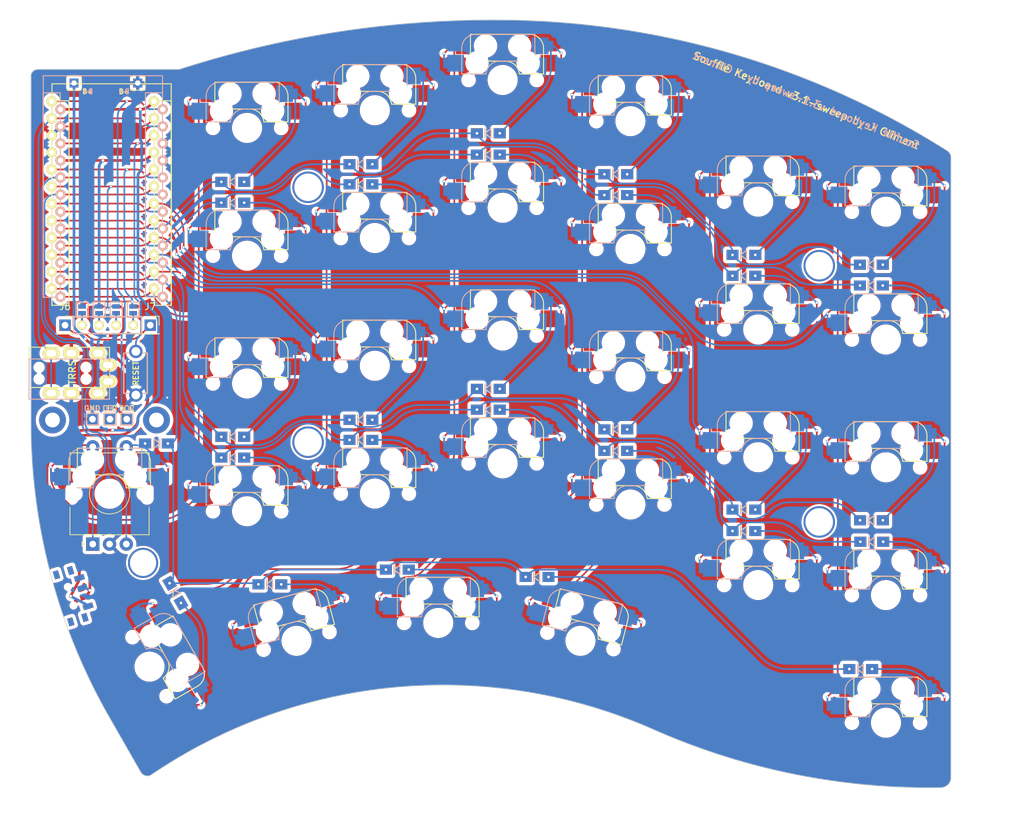
<source format=kicad_pcb>
(kicad_pcb (version 20221018) (generator pcbnew)
  (layers (0 "F.Cu" signal) (31 "B.Cu" signal) (34 "B.Paste" user) (35 "F.Paste" user) (36 "B.SilkS" user "B.Silkscreen") (37 "F.SilkS" user "F.Silkscreen") (38 "B.Mask" user) (39 "F.Mask" user) (44 "Edge.Cuts" user))
  (net 0 "")
  (net 1 "row0")
  (net 2 "Net-(D1-A)")
  (net 3 "Net-(D2-A)")
  (net 4 "Net-(D3-A)")
  (net 5 "Net-(D4-A)")
  (net 6 "Net-(D5-A)")
  (net 7 "Net-(D6-A)")
  (net 8 "row1")
  (net 9 "Net-(D7-A)")
  (net 10 "Net-(D8-A)")
  (net 11 "Net-(D9-A)")
  (net 12 "Net-(D10-A)")
  (net 13 "Net-(D11-A)")
  (net 14 "Net-(D12-A)")
  (net 15 "row2")
  (net 16 "Net-(D13-A)")
  (net 17 "Net-(D14-A)")
  (net 18 "Net-(D15-A)")
  (net 19 "Net-(D16-A)")
  (net 20 "Net-(D17-A)")
  (net 21 "Net-(D18-A)")
  (net 22 "row3")
  (net 23 "Net-(D19-A)")
  (net 24 "Net-(D20-A)")
  (net 25 "Net-(D21-A)")
  (net 26 "Net-(D22-A)")
  (net 27 "Net-(D23-A)")
  (net 28 "Net-(D24-A)")
  (net 29 "row4")
  (net 30 "SW25B")
  (net 31 "Net-(D26-A)")
  (net 32 "Net-(D27-A)")
  (net 33 "Net-(D28-A)")
  (net 34 "Net-(D29-A)")
  (net 35 "Net-(D30-A)")
  (net 36 "VCC")
  (net 37 "LED")
  (net 38 "GND")
  (net 39 "DATA")
  (net 40 "unconnected-(J2-Pad4)")
  (net 41 "Net-(J3-P1)")
  (net 42 "Net-(J3-P2)")
  (net 43 "Net-(J3-P3)")
  (net 44 "Net-(J3-P4)")
  (net 45 "SCL")
  (net 46 "SDA")
  (net 47 "RESET")
  (net 48 "SW25A")
  (net 49 "col4")
  (net 50 "col3")
  (net 51 "col2")
  (net 52 "col1")
  (net 53 "col0")
  (net 54 "ENCA")
  (net 55 "ENCB")
  (net 56 "unconnected-(U1-D4(PD4)-Pad7)")
  (net 57 "RAW")
  (net 58 "BAT")
  (footprint "SofleKeyboard-footprint:CherryMX_Hotswap_mod" (layer "F.Cu") (at 163.284 101.573139)
    (fp_text reference "SW22" hide)
    (fp_text value "SW_PUSH" hide)
  )
  (footprint "SofleKeyboard-footprint:CherryMX_Hotswap_mod" (layer "F.Cu") (at 125.184 61.841139)
    (fp_text reference "SW8" hide)
    (fp_text value "SW_PUSH" hide)
  )
  (footprint "SofleKeyboard-footprint:CherryMX_Hotswap_mod" (layer "F.Cu") (at 201.384 57.923139)
    (fp_text reference "SW6" hide)
    (fp_text value "SW_PUSH" hide)
  )
  (footprint "SofleKeyboard-footprint:CherryMX_Hotswap_mod" (layer "F.Cu") (at 144.234 76.383139)
    (fp_text reference "SW15" hide)
    (fp_text value "SW_PUSH" hide)
  )
  (footprint "SofleKeyboard-footprint:HOLE_M2_TH" (layer "F.Cu") (at 115.234 92.279389)
    (fp_text reference "TH5" hide)
    (fp_text value "HOLE" hide)
  )
  (footprint "SofleKeyboard-footprint:CherryMX_Hotswap_mod" (layer "F.Cu") (at 163.284 63.473139)
    (fp_text reference "SW10" hide)
    (fp_text value "SW_PUSH" hide)
  )
  (footprint "SofleKeyboard-footprint:Jumper" (layer "F.Cu") (at 86.62025 72.549639 90)
    (fp_text reference "JP2" hide)
    (fp_text value "SolderJumper_2_Open" hide)
  )
  (footprint "SofleKeyboard-footprint:LED" (layer "F.Cu") (at 88.194 88.841889 -90)
    (fp_text reference "J1" hide)
    (fp_text value "LED" hide)
  )
  (footprint "Connector_PinSocket_2.00mm:PinSocket_1x01_P2.00mm_Vertical" (layer "F.Cu") (at 80.34025 38.735639)
    (fp_text reference "J5" hide)
    (fp_text value "Conn_01x01_Female" hide)
  )
  (footprint "SofleKeyboard-footprint:Diode_SOD123" (layer "F.Cu") (at 142.10275 87.433139)
    (fp_text reference "D21" hide)
    (fp_text value "D" hide)
  )
  (footprint "SofleKeyboard-footprint:CherryMX_Hotswap_mod" (layer "F.Cu") (at 113.514 121.893139 15)
    (fp_text reference "SW27" hide)
    (fp_text value "SW_PUSH" hide)
  )
  (footprint "SofleKeyboard-footprint:CherryMX_Hotswap_mod" (layer "F.Cu") (at 106.134 45.423139)
    (fp_text reference "SW1" hide)
    (fp_text value "SW_PUSH" hide)
  )
  (footprint "SofleKeyboard-footprint:Diode_SOD123" (layer "F.Cu") (at 104.00275 53.473139)
    (fp_text reference "D1" hide)
    (fp_text value "D" hide)
  )
  (footprint "SofleKeyboard-footprint:Diode_SOD123" (layer "F.Cu") (at 199.20275 65.823139)
    (fp_text reference "D6" hide)
    (fp_text value "D" hide)
  )
  (footprint "SofleKeyboard-footprint:CherryMX_Hotswap_mod" (layer "F.Cu") (at 201.384 76.973139)
    (fp_text reference "SW12" hide)
    (fp_text value "SW_PUSH" hide)
  )
  (footprint "Rotary_Encoder:RotaryEncoder_Alps_EC11E-Switch_Vertical_H20mm" (layer "F.Cu") (at 83.134 107.473139 90)
    (fp_text reference "SW25b1" hide)
    (fp_text value "RotaryEncoder_Switch" hide)
  )
  (footprint "Connector_PinSocket_2.00mm:PinSocket_1x01_P2.00mm_Vertical" (layer "F.Cu") (at 89.84025 38.735639)
    (fp_text reference "J4" hide)
    (fp_text value "Conn_01x01_Female" hide)
  )
  (footprint "SofleKeyboard-footprint:Diode_SOD123" (layer "F.Cu") (at 95.434 114.773139 -60)
    (fp_text reference "D26" hide)
    (fp_text value "D" hide)
  )
  (footprint "SofleKeyboard-footprint:CherryMX_Hotswap_mod" (layer "F.Cu") (at 182.334 75.473139)
    (fp_text reference "SW11" hide)
    (fp_text value "SW_PUSH" hide)
  )
  (footprint "SofleKeyboard-footprint:CherryMX_Hotswap_mod" (layer "F.Cu") (at 106.134 102.573139)
    (fp_text reference "SW19" hide)
    (fp_text value "SW_PUSH" hide)
  )
  (footprint "Connector_PinSocket_2.54mm:PinSocket_1x01_P2.54mm_Vertical" (layer "F.Cu") (at 79.00025 74.835639)
    (fp_text reference "J6")
    (fp_text value "Conn_01x01" hide)
  )
  (footprint "SofleKeyboard-footprint:TACT_SWITCH_TVBP06" (layer "F.Cu") (at 89.559 81.998139 90)
    (fp_text reference "RSW1" hide)
    (fp_text value "SW_RST" hide)
  )
  (footprint "SofleKeyboard-footprint:CherryMX_Hotswap_mod" (layer "F.Cu") (at 144.234 57.333139)
    (fp_text reference "SW9" hide)
    (fp_text value "SW_PUSH" hide)
  )
  (footprint "SofleKeyboard-footprint:CherryMX_Hotswap_mod" (layer "F.Cu") (at 182.334 94.523139)
    (fp_text reference "SW17" hide)
    (fp_text value "SW_PUSH" hide)
  )
  (footprint "SofleKeyboard-footprint:HOLE_M2_TH" (layer "F.Cu") (at 115.234 54.279389)
    (fp_text reference "TH3" hide)
    (fp_text value "HOLE" hide)
  )
  (footprint "SofleKeyboard-footprint:CherryMX_Hotswap_mod" (layer "F.Cu") (at 182.334 113.573139)
    (fp_text reference "SW23" hide)
    (fp_text value "SW_PUSH" hide)
  )
  (footprint "Connector_PinSocket_2.54mm:PinSocket_1x01_P2.54mm_Vertical" (layer "F.Cu") (at 91.70025 74.835639)
    (fp_text reference "J7")
    (fp_text value "Conn_01x01" hide)
  )
  (footprint "SofleKeyboard-footprint:Diode_SOD123" (layer "F.Cu") (at 180.20275 67.473139)
    (fp_text reference "D11" hide)
    (fp_text value "D" hide)
  )
  (footprint "SofleKeyboard-footprint:CherryMX_Hotswap_mod" (layer "F.Cu") (at 85.634 99.973139)
    (fp_text reference "SW25" hide)
    (fp_text value "SW_PUSH" hide)
  )
  (footprint "SofleKeyboard-footprint:Diode_SOD123" (layer "F.Cu") (at 109.534 113.473139)
    (fp_text reference "D27" hide)
    (fp_text value "D" hide)
  )
  (footprint "keebs:Switch_MSK-12C01-07" (layer "F.Cu") (at 79.835141 115.235639 -73)
    (fp_text reference "SW31" hide)
    (fp_text value "SW_SPDT" hide)
  )
  (footprint "SofleKeyboard-footprint:Diode_SOD123" (layer "F.Cu") (at 123.109 53.841139)
    (fp_text reference "D8" hide)
    (fp_text value "D" hide)
  )
  (footprint "SofleKeyboard-footprint:MJ-4PP-9" (layer "F.Cu") (at 73.634 81.123139 90)
    (fp_text reference "J2")
    (fp_text value "4PIN" hide)
  )
  (footprint "SofleKeyboard-footprint:CherryMX_Hotswap_1.5_mod" (layer "F.Cu") (at 91.594 125.743139 -60)
    (fp_text reference "SW26" hide)
    (fp_text value "SW_PUSH" hide)
  )
  (footprint "SofleKeyboard-footprint:Diode_SOD123" (layer "F.Cu") (at 142.10275 46.233139)
    (fp_text reference "D3" hide)
    (fp_text value "D" hide)
  )
  (footprint "SofleKeyboard-footprint:M2_HOLE_PCB" (layer "F.Cu") (at 77.134 88.973139)
    (fp_text reference "TH1" hide)
    (fp_text value "HOLE")
  )
  (footprint "SofleKeyboard-footprint:Diode_SOD123" (layer "F.Cu") (at 104.00275 94.573139)
    (fp_text reference "D19" hide)
    (fp_text value "D" hide)
  )
  (footprint "SofleKeyboard-footprint:OLED_4Pin" (layer "F.Cu") (at 81.54025 74.835639)
    (fp_text reference "J3" hide)
    (fp_text value "OLED" hide)
  )
  (footprint "SofleKeyboard-footprint:Diode_SOD123" (layer "F.Cu") (at 161.10275 93.573139)
    (fp_text reference "D22" hide)
    (fp_text value "D" hide)
  )
  (footprint "SofleKeyboard-footprint:M2_HOLE_PCB" (layer "F.Cu") (at 92.634 88.973139)
    (fp_text reference "TH2" hide)
    (fp_text value "HOLE")
  )
  (footprint "SofleKeyboard-footprint:CherryMX_Hotswap_mod" (layer "F.Cu") (at 125.184 42.791139)
    (fp_text reference "SW2" hide)
    (fp_text value "SW_PUSH" hide)
  )
  (footprint "SofleKeyboard-footprint:Diode_SOD123" (layer "F.Cu") (at 92.634 92.473139 180)
    (fp_text reference "D25" hide)
    (fp_text value "D" hide)
  )
  (footprint "SofleKeyboard-footprint:Diode_SOD123" (layer "F.Cu") (at 161.10275 55.435639)
    (fp_text reference "D10" hide)
    (fp_text value "D" hide)
  )
  (footprint "SofleKeyboard-footprint:Diode_SOD123" (layer "F.Cu") (at 142.10275 84.333139)
    (fp_text reference "D15" hide)
    (fp_text value "D" hide)
  )
  (footprint "SofleKeyboard-footprint:Diode_SOD123" (layer "F.Cu") (at 104.00275 56.573139)
    (fp_text reference "D7" hide)
    (fp_text value "D" hide)
  )
  (footprint "SofleKeyboard-footprint:Diode_SOD123" (layer "F.Cu") (at 161.10275 90.373139)
    (fp_text reference "D16" hide)
    (fp_text value "D" hide)
  )
  (footprint "SofleKeyboard-footprint:CherryMX_Hotswap_mod" (layer "F.Cu") (at 125.184 99.941139)
    (fp_text reference "SW20" hide)
    (fp_text value "SW_PUSH" hide)
  )
  (footprint "SofleKeyboard-footprint:CherryMX_Hotswap_mod" (layer "F.Cu") (at 201.384 115.073139)
    (fp_text reference "SW24" hide)
    (fp_text value "SW_PUSH" hide)
  )
  (footprint "SofleKeyboard-footprint:CherryMX_Hotswap_mod" (layer "F.Cu") (at 134.634 119.223139)
    (fp_text reference "SW28" hide)
    (fp_text value "SW_PUSH" hide)
  )
  (footprint "SofleKeyboard-footprint:Diode_SOD123" (layer "F.Cu") (at 199.21525 103.923139)
    (fp_text reference "D18" hide)
    (fp_text value "D" hide)
  )
  (footprint "SofleKeyboard-footprint:CherryMX_Hotswap_mod" (layer "F.Cu") (at 182.334 56.423139)
    (fp_text reference "SW5" hide)
    (fp_text value "SW_PUSH" hide)
  )
  (footprint "SofleKeyboard-footprint:Diode_SOD123" (layer "F.Cu") (at 128.534 111.273139)
    (fp_text reference "D28" hide)
    (fp_text value "D" hide)
  )
  (footprint "SofleKeyboard-footprint:Diode_SOD123" (layer "F.Cu") (at 199.26525 107.123139)
    (fp_text reference "D24" hide)
    (fp_text value "D" hide)
  )
  (footprint "SofleKeyboard-footprint:Diode_SOD123" (layer "F.Cu") (at 199.20275 68.923139)
    (fp_text reference "D12" hide)
    (fp_text value "D" hide)
  )
  (footprint "SofleKeyboard-footprint:Jumper" (layer "F.Cu") (at 81.54025 72.549639 90)
    (fp_text reference "JP4" hide)
    (fp_text value "SolderJumper_2_Open" hide)
  )
  (footprint "SofleKeyboard-footprint:ProMicro" (layer "F.Cu") (at 85.84025 56.235639)
    (fp_text reference "U1" hide)
    (fp_text value "ProMicro" hide)
  )
  (footprint "SofleKeyboard-footprint:Diode_SOD123" (layer "F.Cu") (at 180.20275 64.360639)
    (fp_text reference "D5" hide)
    (fp_text value "D" hide)
  )
  (footprint "SofleKeyboard-footprint:CherryMX_Hotswap_mod" (layer "F.Cu") (at 163.284 82.523139)
    (fp_text reference "SW16" hide)
    (fp_text value "SW_PUSH" hide)
  )
  (footprint "SofleKeyboard-footprint:Diode_SOD123" (layer "F.Cu") (at 149.368637 112.368138)
    (fp_text reference "D29" hide)
    (fp_text value "D" hide)
  )
  (footprint "SofleKeyboard-footprint:Diode_SOD123" (layer "F.Cu") (at 142.10275 49.408139)
    (fp_text reference "D9" hide)
    (fp_text value "D" hide)
  )
  (footprint "SofleKeyboard-footprint:Jumper" (layer "F.Cu") (at 89.16025 72.549639 90)
    (fp_text reference "JP1" hide)
    (fp_text value "SolderJumper_2_Open" hide)
  )
  (footprint "SofleKeyboard-footprint:HOLE_M2_TH" (layer "F.Cu") (at 191.434 65.966889)
    (fp_text reference "TH4" hide)
    (fp_text value "HOLE" hide)
  )
  (footprint "SofleKeyboard-footprint:Diode_SOD123" (layer "F.Cu") (at 180.20275 102.323139)
    (fp_text reference "D17" hide)
    (fp_text value "D" hide)
  )
  (footprint "SofleKeyboard-footprint:CherryMX_Hotswap_mod" (layer "F.Cu") (at 125.184 80.891139)
    (fp_text reference "SW14" hide)
    (fp_text value "SW_PUSH" hide)
  )
  (footprint "SofleKeyboard-footprint:Diode_SOD123" (layer "F.Cu") (at 180.20275 105.523139)
    (fp_text reference "D23" hide)
    (fp_text value "D" hide)
  )
  (footprint "SofleKeyboard-footprint:CherryMX_Hotswap_mod" (layer "F.Cu") (at 106.134 64.473139)
    (fp_text reference "SW7" hide)
    (fp_text value "SW_PUSH" hide)
  )
  (footprint "SofleKeyboard-footprint:Diode_SOD123" (layer "F.Cu") (at 161.10275 52.335639)
    (fp_text reference "D4" hide)
    (fp_text value "D" hide)
  )
  (footprint "SofleKeyboard-footprint:Diode_SOD123" (layer "F.Cu") (at 123.109 91.941139)
    (fp_text reference "D20" hide)
    (fp_text value "D" hide)
  )
  (footprint "SofleKeyboard-footprint:Jumper" (layer "F.Cu") (at 84.08025 72.549639 90)
    (fp_text reference "JP3" hide)
    (fp_text value "SolderJumper_2_Open" hide)
  )
  (footprint "SofleKeyboard-footprint:CherryMX_Hotswap_mod" (layer "F.Cu") (at 163.284 44.423139)
    (fp_text reference "SW4" hide)
    (fp_text value "SW_PUSH" hide)
  )
  (footprint "SofleKeyboard-footprint:CherryMX_Hotswap_mod" (layer "F.Cu") (at 144.234 38.283139)
    (fp_text reference "SW3" hide)
    (fp_text value "SW_PUSH" hide)
  )
  (footprint "SofleKeyboard-footprint:CherryMX_Hotswap_mod" (layer "F.Cu") (at 201.384 134.09654)
    (fp_text reference "SW30" hide)
    (fp_text value "SW_PUSH" hide)
  )
  (footprint "SofleKeyboard-footprint:Diode_SOD123" (layer "F.Cu") (at 123.109 50.841139)
    (fp_text reference "D2" hide)
    (fp_text value "D" hide)
  )
  (footprint "SofleKeyboard-footprint:HOLE_M2_TH" (layer "F.Cu") (at 191.434 104.166889)
    (fp_text reference "TH6" hide)
    (fp_text value "HOLE" hide)
  )
  (footprint "SofleKeyboard-footprint:CherryMX_Hotswap_mod" (layer "F.Cu") (at 144.234 95.433139)
    (fp_text reference "SW21" hide)
    (fp_text value "SW_PUSH" hide)
  )
  (footprint "SofleKeyboard-footprint:Diode_SOD123" (layer "F.Cu") (at 197.61525 126.095539)
    (fp_text reference "D30" hide)
    (fp_text value "D" hide)
  )
  (footprint "SofleKeyboard-footprint:CherryMX_Hotswap_mod" (layer "F.Cu") (at 155.831137 121.893138 -14)
    (fp_text reference "SW29" hide)
    (fp_text value "SW_PUSH" hide)
  )
  (footprint "SofleKeyboard-footprint:HOLE_M2_TH" (layer "F.Cu") (at 90.634 110.273139 90)
    (fp_text reference "TH7" hide)
    (fp_text value "HOLE" hide)
  )
  (footprint "SofleKeyboard-footprint:Diode_SOD123" (layer "F.Cu") (at 123.109 88.941139)
    (fp_text reference "D14" hide)
    (fp_text value "D" hide)
  )
  (footprint "SofleKeyboard-footprint:CherryMX_Hotswap_mod" (layer "F.Cu") (at 106.134 83.523139)
    (fp_text reference "SW13" hide)
    (fp_text value "SW_PUSH" hide)
  )
  (footprint "SofleKeyboard-footprint:CherryMX_Hotswap_mod" (layer "F.Cu") (at 201.384 96.023139)
    (fp_text reference "SW18" hide)
    (fp_text value "SW_PUSH" hide)
  )
  (footprint "SofleKeyboard-footprint:Diode_SOD123" (layer "F.Cu") (at 104.00275 91.473139)
    (fp_text reference "D13" hide)
    (fp_text value "D" hide)
  )
  (footprint "SofleKeyboard-footprint:Jumper" (layer "B.Cu") (at 84.08025 72.549639 90)
    (fp_text reference "JP7" hide)
    (fp_text value "SolderJumper_2_Open" hide)
  )
  (footprint "SofleKeyboard-footprint:Jumper" (layer "B.Cu") (at 86.62025 72.549639 90)
    (fp_text reference "JP6" hide)
    (fp_text value "SolderJumper_2_Open" hide)
  )
  (footprint "SofleKeyboard-footprint:Jumper" (layer "B.Cu") (at 81.54025 72.549639 90)
    (fp_text reference "JP8" hide)
    (fp_text value "SolderJumper_2_Open" hide)
  )
  (footprint "SofleKeyboard-footprint:Jumper" (layer "B.Cu") (at 89.16025 72.549639 90)
    (fp_text reference "JP5" hide)
    (fp_text value "SolderJumper_2_Open" hide)
  )
  (gr_line (start 90.40507 141.641469) (end 90.283386 141.469069) (stroke (width 0.1)) (layer "Edge.Cuts"))
  (gr_line (start 91.506976 142.022919) (end 91.302308 142.045119) (stroke (width 0.1)) (layer "Edge.Cuts"))
  (gr_line (start 90.283386 141.469069) (end 85.872 133.769139) (stroke (width 0.1)) (layer "Edge.Cuts"))
  (gr_line (start 95.983431 36.700709) (end 74.907857 36.700709) (stroke (width 0.1)) (layer "Edge.Cuts"))
  (gr_line (start 91.709202 141.962619) (end 91.881794 141.860999) (stroke (width 0.1)) (layer "Edge.Cuts"))
  (gr_line (start 90.720149 141.899419) (end 90.552207 141.785459) (stroke (width 0.1)) (layer "Edge.Cuts"))
  (gr_line (start 91.302308 142.045119) (end 91.099848 142.030819) (stroke (width 0.1)) (layer "Edge.Cuts"))
  (gr_arc (start 85.872 133.769139) (mid 77.043897 112.704637) (end 73.909257 90.081139) (stroke (width 0.1)) (layer "Edge.Cuts"))
  (gr_line (start 73.909257 90.081139) (end 73.907857 37.700709) (stroke (width 0.1)) (layer "Edge.Cuts"))
  (gr_arc (start 73.907857 37.700709) (mid 74.20075 36.993602) (end 74.907857 36.700709) (stroke (width 0.1)) (layer "Edge.Cuts"))
  (gr_arc (start 210.479413 48.796999) (mid 210.913695 49.214095) (end 211.077181 49.793234) (stroke (width 0.1)) (layer "Edge.Cuts"))
  (gr_arc (start 144.3715 29.329389) (mid 178.787348 34.438496) (end 210.479413 48.796999) (stroke (width 0.1)) (layer "Edge.Cuts"))
  (gr_arc (start 95.983431 36.700709) (mid 119.878864 31.054919) (end 144.3715 29.329389) (stroke (width 0.1)) (layer "Edge.Cuts"))
  (gr_line (start 91.709202 141.962619) (end 91.506976 142.022919) (stroke (width 0.1)) (layer "Edge.Cuts"))
  (gr_line (start 91.099848 142.030819) (end 90.904246 141.981719) (stroke (width 0.1)) (layer "Edge.Cuts"))
  (gr_arc (start 91.881794 141.860999) (mid 128.621307 128.796904) (end 167.0717 135.279939) (stroke (width 0.1)) (layer "Edge.Cuts"))
  (gr_arc (start 211.0717 142.279939) (mid 210.63236 143.340599) (end 209.5717 143.779939) (stroke (width 0.1)) (layer "Edge.Cuts"))
  (gr_line (start 90.904246 141.981719) (end 90.720149 141.899419) (stroke (width 0.1)) (layer "Edge.Cuts"))
  (gr_line (start 211.077181 49.793234) (end 211.0717 142.279939) (stroke (width 0.1)) (layer "Edge.Cuts"))
  (gr_arc (start 209.5717 143.779939) (mid 187.863473 141.821074) (end 167.0717 135.279939) (stroke (width 0.1)) (layer "Edge.Cuts"))
  (gr_line (start 90.552207 141.785459) (end 90.40507 141.641469) (stroke (width 0.1)) (layer "Edge.Cuts"))
  (gr_text "B-" (at 87.80825 40.005639) (layer "B.SilkS") (effects (font (size 0.7 0.7) (thickness 0.175)) (justify mirror)))
  (gr_text "B+" (at 82.37225 40.005639) (layer "B.SilkS") (effects (font (size 0.7 0.7) (thickness 0.175)) (justify mirror)))
  (gr_text "Soufflé Keyboard v3.1-sweep by J Climent" (at 189.47775 41.341889 338) (layer "B.SilkS") (effects (font (size 1.1 1.1) (thickness 0.2)) (justify mirror)))
  (gr_text "B+" (at 82.37225 40.005639) (layer "F.SilkS") (effects (font (size 0.7 0.7) (thickness 0.175))))
  (gr_text "Soufflé Keyboard v3.1-sweep by J Climent" (at 189.47775 41.341889 338) (layer "F.SilkS") (effects (font (size 1.1 1.1) (thickness 0.2))))
  (gr_text "B-" (at 87.80825 40.005639) (layer "F.SilkS") (effects (font (size 0.7 0.7) (thickness 0.175))))
  (segment (start 89.660612 59.245639) (end 77.02025 59.245639) (width 0.25) (layer "F.Cu") (net 1))
  (segment (start 90.470876 59.581261) (end 90.806499 59.916884) (width 0.25) (layer "F.Cu") (net 1))
  (via (at 90.806499 59.916884) (size 0.4) (drill 0.3) (layers "F.Cu" "B.Cu") (net 1))
  (arc (start 89.660612 59.245639) (mid 90.099123 59.332864) (end 90.470876 59.581261) (width 0.25) (layer "F.Cu") (net 1))
  (segment (start 91.701876 60.441384) (end 92.445032 60.441384) (width 0.25) (layer "B.Cu") (net 1))
  (segment (start 170.364188 55.329431) (end 178.187151 63.152394) (width 0.25) (layer "B.Cu") (net 1))
  (segment (start 153.944743 50.909986) (end 152.364188 49.329431) (width 0.25) (layer "B.Cu") (net 1))
  (segment (start 194.268936 64.370575) (end 195.091733 65.193372) (width 0.25) (layer "B.Cu") (net 1))
  (segment (start 107.74364 54.735639) (end 104.457972 54.735639) (width 0.25) (layer "B.Cu") (net 1))
  (segment (start 102.930462 54.100851) (end 102.934 54.104389) (width 0.25) (layer "B.Cu") (net 1))
  (segment (start 120.422939 50.841139) (end 116.146067 50.841139) (width 0.25) (layer "B.Cu") (net 1))
  (segment (start 148.516432 47.735639) (end 142.504625 47.735639) (width 0.25) (layer "B.Cu") (net 1))
  (segment (start 180.935377 65.785639) (end 184.249941 65.785639) (width 0.25) (layer "B.Cu") (net 1))
  (segment (start 191.423336 63.191889) (end 190.511808 63.191889) (width 0.25) (layer "B.Cu") (net 1))
  (segment (start 179.21525 65.073139) (end 178.818348 64.676237) (width 0.25) (layer "B.Cu") (net 1))
  (segment (start 124.71875 52.235639) (end 123.78956 52.235639) (width 0.25) (layer "B.Cu") (net 1))
  (segment (start 158.4128 52.335639) (end 157.386573 52.335639) (width 0.25) (layer "B.Cu") (net 1))
  (segment (start 141.018375 47.120014) (end 140.498651 46.60029) (width 0.25) (layer "B.Cu") (net 1))
  (segment (start 196.612125 65.823139) (end 197.50275 65.823139) (width 0.25) (layer "B.Cu") (net 1))
  (segment (start 134.890463 46.233139) (end 140.267125 46.233139) (width 0.25) (layer "B.Cu") (net 1))
  (segment (start 94.346805 59.653643) (end 99.899597 54.100851) (width 0.25) (layer "B.Cu") (net 1))
  (segment (start 111.591396 53.141846) (end 112.29831 52.434931) (width 0.25) (layer "B.Cu") (net 1))
  (segment (start 131.042707 47.826931) (end 127.988286 50.881352) (width 0.25) (layer "B.Cu") (net 1))
  (segment (start 161.792699 53.735639) (end 166.516432 53.735639) (width 0.25) (layer "B.Cu") (net 1))
  (segment (start 91.068749 60.179134) (end 90.806499 59.916884) (width 0.25) (layer "B.Cu") (net 1))
  (arc (start 196.612125 65.823139) (mid 195.789294 65.659467) (end 195.091733 65.193372) (width 0.25) (layer "B.Cu") (net 1))
  (arc (start 120.422939 50.841139) (mid 121.33394 51.022348) (end 122.10625 51.538389) (width 0.25) (layer "B.Cu") (net 1))
  (arc (start 148.516432 47.735639) (mid 150.598822 48.149852) (end 152.364188 49.329431) (width 0.25) (layer "B.Cu") (net 1))
  (arc (start 170.364188 55.329431) (mid 168.598822 54.149852) (end 166.516432 53.735639) (width 0.25) (layer "B.Cu") (net 1))
  (arc (start 141.018375 47.120014) (mid 141.700272 47.575643) (end 142.504625 47.735639) (width 0.25) (layer "B.Cu") (net 1))
  (arc (start 91.701876 60.441384) (mid 91.35923 60.373227) (end 91.068749 60.179134) (width 0.25) (layer "B.Cu") (net 1))
  (arc (start 107.74364 54.735639) (mid 109.82603 54.321425) (end 111.591396 53.141846) (width 0.25) (layer "B.Cu") (net 1))
  (arc (start 102.934 54.104389) (mid 103.633204 54.571582) (end 104.457972 54.735639) (width 0.25) (layer "B.Cu") (net 1))
  (arc (start 184.249941 65.785639) (mid 185.94439 65.448592) (end 187.380875 64.488764) (width 0.25) (layer "B.Cu") (net 1))
  (arc (start 94.346805 59.653643) (mid 93.474264 60.236656) (end 92.445032 60.441384) (width 0.25) (layer "B.Cu") (net 1))
  (arc (start 101.41503 53.473139) (mid 100.594883 53.636276) (end 99.899597 54.100851) (width 0.25) (layer "B.Cu") (net 1))
  (arc (start 124.71875 52.235639) (mid 126.48821 51.883671) (end 127.988286 50.881352) (width 0.25) (layer "B.Cu") (net 1))
  (arc (start 187.380875 64.488764) (mid 188.817359 63.528935) (end 190.511808 63.191889) (width 0.25) (layer "B.Cu") (net 1))
  (arc (start 116.146067 50.841139) (mid 114.063676 51.255352) (end 112.29831 52.434931) (width 0.25) (layer "B.Cu") (net 1))
  (arc (start 131.042707 47.826931) (mid 132.808072 46.647352) (end 134.890463 46.233139) (width 0.25) (layer "B.Cu") (net 1))
  (arc (start 158.4128 52.335639) (mid 159.327394 52.517563) (end 160.10275 53.035639) (width 0.25) (layer "B.Cu") (net 1))
  (arc (start 123.78956 52.235639) (mid 122.878559 52.054429) (end 122.10625 51.538389) (width 0.25) (layer "B.Cu") (net 1))
  (arc (start 153.944743 50.909986) (mid 155.523868 51.965123) (end 157.386573 52.335639) (width 0.25) (layer "B.Cu") (net 1))
  (arc (start 102.930462 54.100851) (mid 102.235176 53.636276) (end 101.41503 53.473139) (width 0.25) (layer "B.Cu") (net 1))
  (arc (start 191.423336 63.191889) (mid 192.963364 63.49822) (end 194.268936 64.370575) (width 0.25) (layer "B.Cu") (net 1))
  (arc (start 178.187151 63.152394) (mid 178.420728 63.501967) (end 178.50275 63.914316) (width 0.25) (layer "B.Cu") (net 1))
  (arc (start 180.935377 65.785639) (mid 180.004451 65.600466) (end 179.21525 65.073139) (width 0.25) (layer "B.Cu") (net 1))
  (arc (start 161.792699 53.735639) (mid 160.878105 53.553714) (end 160.10275 53.035639) (width 0.25) (layer "B.Cu") (net 1))
  (segment (start 114.86525 41.454389) (end 114.86525 42.52837) (width 0.25) (layer "F.Cu") (net 2))
  (via (at 114.86525 41.454389) (size 0.4) (drill 0.3) (layers "F.Cu" "B.Cu") (net 2))
  (arc (start 114.86525 42.52837) (mid 114.8352 42.679441) (end 114.749625 42.807514) (width 0.25) (layer "F.Cu") (net 2))
  (segment (start 114.86525 41.454389) (end 113.875421 40.46456) (width 0.25) (layer "B.Cu") (net 2))
  (segment (start 111.740207 47.435681) (end 105.70275 53.473139) (width 0.25) (layer "B.Cu") (net 2))
  (segment (start 113.334 43.587925) (end 113.334 40.523139) (width 0.25) (layer "B.Cu") (net 2))
  (arc (start 113.334 43.587925) (mid 112.919786 45.670315) (end 111.740207 47.435681) (width 0.25) (layer "B.Cu") (net 2))
  (arc (start 113.875421 40.46456) (mid 113.718775 40.359893) (end 113.534 40.323139) (width 0.25) (layer "B.Cu") (net 2))
  (segment (start 133.91525 39.89637) (end 133.91525 39.073139) (width 0.25) (layer "F.Cu") (net 3))
  (via (at 133.91525 39.073139) (size 0.4) (drill 0.3) (layers "F.Cu" "B.Cu") (net 3))
  (arc (start 133.91525 39.89637) (mid 133.8852 40.047441) (end 133.799625 40.175514) (width 0.25) (layer "F.Cu") (net 3))
  (segment (start 133.91525 39.073139) (end 132.586017 37.743906) (width 0.25) (layer "B.Cu") (net 3))
  (segment (start 130.790207 44.859931) (end 124.809 50.841139) (width 0.25) (layer "B.Cu") (net 3))
  (segment (start 132.384 41.012175) (end 132.384 37.765764) (width 0.25) (layer "B.Cu") (net 3))
  (arc (start 132.384 41.012175) (mid 131.969786 43.094565) (end 130.790207 44.859931) (width 0.25) (layer "B.Cu") (net 3))
  (segment (start 152.96525 34.314389) (end 152.96525 35.38837) (width 0.25) (layer "F.Cu") (net 4))
  (via (at 152.96525 34.314389) (size 0.4) (drill 0.3) (layers "F.Cu" "B.Cu") (net 4))
  (arc (start 152.96525 35.38837) (mid 152.9352 35.539441) (end 152.849625 35.667514) (width 0.25) (layer "F.Cu") (net 4))
  (segment (start 149.840207 40.195681) (end 143.80275 46.233139) (width 0.25) (layer "B.Cu") (net 4))
  (segment (start 151.434 36.347925) (end 151.434 33.383139) (width 0.25) (layer "B.Cu") (net 4))
  (segment (start 152.96525 34.314389) (end 151.975421 33.32456) (width 0.25) (layer "B.Cu") (net 4))
  (arc (start 151.975421 33.32456) (mid 151.818775 33.219893) (end 151.634 33.183139) (width 0.25) (layer "B.Cu") (net 4))
  (arc (start 149.840207 40.195681) (mid 151.019786 38.430315) (end 151.434 36.347925) (width 0.25) (layer "B.Cu") (net 4))
  (segment (start 172.01525 40.454389) (end 172.01525 41.52837) (width 0.25) (layer "F.Cu") (net 5))
  (via (at 172.01525 40.454389) (size 0.4) (drill 0.3) (layers "F.Cu" "B.Cu") (net 5))
  (arc (start 172.01525 41.52837) (mid 171.9852 41.679441) (end 171.899625 41.807514) (width 0.25) (layer "F.Cu") (net 5))
  (segment (start 168.890207 46.248181) (end 162.80275 52.335639) (width 0.25) (layer "B.Cu") (net 5))
  (segment (start 172.01525 40.454389) (end 171.025421 39.46456) (width 0.25) (layer "B.Cu") (net 5))
  (segment (start 170.484 42.400425) (end 170.484 39.523139) (width 0.25) (layer "B.Cu") (net 5))
  (arc (start 171.025421 39.46456) (mid 170.868775 39.359893) (end 170.684 39.323139) (width 0.25) (layer "B.Cu") (net 5))
  (arc (start 170.484 42.400425) (mid 170.069786 44.482815) (end 168.890207 46.248181) (width 0.25) (layer "B.Cu") (net 5))
  (segment (start 191.06525 52.454389) (end 191.06525 53.52837) (width 0.25) (layer "F.Cu") (net 6))
  (via (at 191.06525 52.454389) (size 0.4) (drill 0.3) (layers "F.Cu" "B.Cu") (net 6))
  (arc (start 191.06525 53.52837) (mid 191.0352 53.679441) (end 190.949625 53.807514) (width 0.25) (layer "F.Cu") (net 6))
  (segment (start 191.06525 52.454389) (end 190.075421 51.46456) (width 0.25) (layer "B.Cu") (net 6))
  (segment (start 187.940207 58.323181) (end 181.90275 64.360639) (width 0.25) (layer "B.Cu") (net 6))
  (segment (start 189.534 54.475425) (end 189.534 51.523139) (width 0.25) (layer "B.Cu") (net 6))
  (arc (start 189.534 54.475425) (mid 189.119786 56.557815) (end 187.940207 58.323181) (width 0.25) (layer "B.Cu") (net 6))
  (arc (start 190.075421 51.46456) (mid 189.918775 51.359893) (end 189.734 51.323139) (width 0.25) (layer "B.Cu") (net 6))
  (segment (start 210.11525 55.02837) (end 210.11525 54.041889) (width 0.25) (layer "F.Cu") (net 7))
  (via (at 210.11525 54.041889) (size 0.4) (drill 0.3) (layers "F.Cu" "B.Cu") (net 7))
  (arc (start 210.11525 55.02837) (mid 210.0852 55.179441) (end 209.999625 55.307514) (width 0.25) (layer "F.Cu") (net 7))
  (segment (start 209.006985 52.933624) (end 210.11525 54.041889) (width 0.25) (layer "B.Cu") (net 7))
  (segment (start 208.584 55.887925) (end 208.584 52.979389) (width 0.25) (layer "B.Cu") (net 7))
  (segment (start 206.990207 59.735681) (end 200.90275 65.823139) (width 0.25) (layer "B.Cu") (net 7))
  (arc (start 209.006985 52.933624) (mid 208.884606 52.851853) (end 208.74025 52.823139) (width 0.25) (layer "B.Cu") (net 7))
  (arc (start 206.990207 59.735681) (mid 208.169786 57.970315) (end 208.584 55.887925) (width 0.25) (layer "B.Cu") (net 7))
  (segment (start 89.660612 61.785639) (end 77.02025 61.785639) (width 0.25) (layer "F.Cu") (net 8))
  (segment (start 90.470876 62.121261) (end 90.806499 62.456884) (width 0.25) (layer "F.Cu") (net 8))
  (via (at 90.806499 62.456884) (size 0.4) (drill 0.3) (layers "F.Cu" "B.Cu") (net 8))
  (arc (start 89.660612 61.785639) (mid 90.099123 61.872864) (end 90.470876 62.121261) (width 0.25) (layer "F.Cu") (net 8))
  (segment (start 94.346805 62.193643) (end 99.141607 57.398841) (width 0.25) (layer "B.Cu") (net 8))
  (segment (start 176.134 63.420014) (end 176.134 63.429429) (width 0.25) (layer "B.Cu") (net 8))
  (segment (start 117.212177 52.313816) (end 117.795689 52.897328) (width 0.25) (layer "B.Cu") (net 8))
  (segment (start 142.404332 48.235639) (end 148.380036 48.235639) (width 0.25) (layer "B.Cu") (net 8))
  (segment (start 101.13503 56.573139) (end 101.356994 56.573139) (width 0.25) (layer "B.Cu") (net 8))
  (segment (start 170.227792 55.829431) (end 174.942967 60.544606) (width 0.25) (layer "B.Cu") (net 8))
  (segment (start 190.407357 68.798139) (end 197.289361 68.798139) (width 0.25) (layer "B.Cu") (net 8))
  (segment (start 161.451278 54.235639) (end 166.380036 54.235639) (width 0.25) (layer "B.Cu") (net 8))
  (segment (start 123.296206 52.735639) (end 124.880036 52.735639) (width 0.25) (layer "B.Cu") (net 8))
  (segment (start 115.134 51.504389) (end 115.258045 51.504389) (width 0.25) (layer "B.Cu") (net 8))
  (segment (start 107.880036 55.235639) (end 104.586005 55.235639) (width 0.25) (layer "B.Cu") (net 8))
  (segment (start 111.727792 53.641845) (end 112.968108 52.40153) (width 0.25) (layer "B.Cu") (net 8))
  (segment (start 90.806499 62.456884) (end 91.068749 62.719134) (width 0.25) (layer "B.Cu") (net 8))
  (segment (start 120.627293 53.841139) (end 120.07425 53.841139) (width 0.25) (layer "B.Cu") (net 8))
  (segment (start 128.727792 51.141845) (end 128.867707 51.001931) (width 0.25) (layer "B.Cu") (net 8))
  (segment (start 157.279363 54.881002) (end 152.227792 49.829431) (width 0.25) (layer "B.Cu") (net 8))
  (segment (start 184.220934 66.235639) (end 180.615294 66.235639) (width 0.25) (layer "B.Cu") (net 8))
  (segment (start 177.318375 66.288764) (end 177.884 66.854389) (width 0.25) (layer "B.Cu") (net 8))
  (segment (start 91.701876 62.981384) (end 92.445032 62.981384) (width 0.25) (layer "B.Cu") (net 8))
  (segment (start 139.573667 49.408139) (end 132.715463 49.408139) (width 0.25) (layer "B.Cu") (net 8))
  (arc (start 120.627293 53.841139) (mid 121.349496 53.697483) (end 121.96175 53.288389) (width 0.25) (layer "B.Cu") (net 8))
  (arc (start 128.727792 51.141845) (mid 126.962426 52.321425) (end 124.880036 52.735639) (width 0.25) (layer "B.Cu") (net 8))
  (arc (start 157.279363 54.881002) (mid 157.893706 55.291493) (end 158.618375 55.435639) (width 0.25) (layer "B.Cu") (net 8))
  (arc (start 123.296206 52.735639) (mid 122.574003 52.879294) (end 121.96175 53.288389) (width 0.25) (layer "B.Cu") (net 8))
  (arc (start 115.134 51.504389) (mid 113.961827 51.737548) (end 112.968108 52.40153) (width 0.25) (layer "B.Cu") (net 8))
  (arc (start 104.586005 55.235639) (mid 103.712241 55.409441) (end 102.9715 55.904389) (width 0.25) (layer "B.Cu") (net 8))
  (arc (start 111.727792 53.641845) (mid 109.962426 54.821425) (end 107.880036 55.235639) (width 0.25) (layer "B.Cu") (net 8))
  (arc (start 140.989 48.821889) (mid 140.339639 49.255777) (end 139.573667 49.408139) (width 0.25) (layer "B.Cu") (net 8))
  (arc (start 170.227792 55.829431) (mid 168.462426 54.649852) (end 166.380036 54.235639) (width 0.25) (layer "B.Cu") (net 8))
  (arc (start 158.618375 55.435639) (mid 159.343042 55.291493) (end 159.957386 54.881002) (width 0.25) (layer "B.Cu") (net 8))
  (arc (start 190.407357 68.798139) (mid 188.733323 68.465152) (end 187.314146 67.516889) (width 0.25) (layer "B.Cu") (net 8))
  (arc (start 101.13503 56.573139) (mid 100.056197 56.787731) (end 99.141607 57.398841) (width 0.25) (layer "B.Cu") (net 8))
  (arc (start 128.867707 51.001931) (mid 130.633072 49.822352) (end 132.715463 49.408139) (width 0.25) (layer "B.Cu") (net 8))
  (arc (start 176.134 63.429429) (mid 176.441809 64.97689) (end 177.318375 66.288764) (width 0.25) (layer "B.Cu") (net 8))
  (arc (start 176.134 63.420014) (mid 175.82446 61.863854) (end 174.942967 60.544606) (width 0.25) (layer "B.Cu") (net 8))
  (arc (start 101.356994 56.573139) (mid 102.230758 56.399336) (end 102.9715 55.904389) (width 0.25) (layer "B.Cu") (net 8))
  (arc (start 120.07425 53.841139) (mid 118.841101 53.59585) (end 117.795689 52.897328) (width 0.25) (layer "B.Cu") (net 8))
  (arc (start 180.615294 66.235639) (mid 179.806858 66.396446) (end 179.1215 66.854389) (width 0.25) (layer "B.Cu") (net 8))
  (arc (start 184.220934 66.235639) (mid 185.894968 66.568625) (end 187.314146 67.516889) (width 0.25) (layer "B.Cu") (net 8))
  (arc (start 161.451278 54.235639) (mid 160.66734 54.391573) (end 160.002749 54.835638) (width 0.25) (layer "B.Cu") (net 8))
  (arc (start 91.701876 62.981384) (mid 91.35923 62.913227) (end 91.068749 62.719134) (width 0.25) (layer "B.Cu") (net 8))
  (arc (start 94.346805 62.193643) (mid 93.474264 62.776656) (end 92.445032 62.981384) (width 0.25) (layer "B.Cu") (net 8))
  (arc (start 115.258045 51.504389) (mid 116.315613 51.714752) (end 117.212177 52.313816) (width 0.25) (layer "B.Cu") (net 8))
  (arc (start 140.989 48.821889) (mid 141.638359 48.388) (end 142.404332 48.235639) (width 0.25) (layer "B.Cu") (net 8))
  (arc (start 148.380036 48.235639) (mid 150.462426 48.649852) (end 152.227792 49.829431) (width 0.25) (layer "B.Cu") (net 8))
  (segment (start 114.86525 61.57837) (end 114.86525 60.504389) (width 0.25) (layer "F.Cu") (net 9))
  (via (at 114.86525 60.504389) (size 0.4) (drill 0.3) (layers "F.Cu" "B.Cu") (net 9))
  (arc (start 114.86525 61.57837) (mid 114.8352 61.729441) (end 114.749625 61.857514) (width 0.25) (layer "F.Cu") (net 9))
  (segment (start 108.554101 56.573139) (end 105.70275 56.573139) (width 0.25) (layer "B.Cu") (net 9))
  (segment (start 113.875421 59.51456) (end 114.86525 60.504389) (width 0.25) (layer "B.Cu") (net 9))
  (segment (start 111.934 57.973139) (end 113.192578 59.231717) (width 0.25) (layer "B.Cu") (net 9))
  (arc (start 113.875421 59.51456) (mid 113.718775 59.409893) (end 113.534 59.373139) (width 0.25) (layer "B.Cu") (net 9))
  (arc (start 111.934 57.973139) (mid 110.383289 56.936987) (end 108.554101 56.573139) (width 0.25) (layer "B.Cu") (net 9))
  (segment (start 133.91525 57.872389) (end 133.91525 58.94637) (width 0.25) (layer "F.Cu") (net 10))
  (via (at 133.91525 57.872389) (size 0.4) (drill 0.3) (layers "F.Cu" "B.Cu") (net 10))
  (arc (start 133.91525 58.94637) (mid 133.8852 59.097441) (end 133.799625 59.225514) (width 0.25) (layer "F.Cu") (net 10))
  (segment (start 133.91525 57.872389) (end 132.925421 56.88256) (width 0.25) (layer "B.Cu") (net 10))
  (segment (start 130.934 55.291139) (end 132.242578 56.599717) (width 0.25) (layer "B.Cu") (net 10))
  (segment (start 127.43339 53.841139) (end 124.809 53.841139) (width 0.25) (layer "B.Cu") (net 10))
  (arc (start 132.925421 56.88256) (mid 132.768775 56.777893) (end 132.584 56.741139) (width 0.25) (layer "B.Cu") (net 10))
  (arc (start 127.43339 53.841139) (mid 129.327906 54.217981) (end 130.934 55.291139) (width 0.25) (layer "B.Cu") (net 10))
  (segment (start 152.96525 54.43837) (end 152.96525 53.364389) (width 0.25) (layer "F.Cu") (net 11))
  (via (at 152.96525 53.364389) (size 0.4) (drill 0.3) (layers "F.Cu" "B.Cu") (net 11))
  (arc (start 152.96525 54.43837) (mid 152.9352 54.589441) (end 152.849625 54.717514) (width 0.25) (layer "F.Cu") (net 11))
  (segment (start 150.0215 50.820639) (end 151.292578 52.091717) (width 0.25) (layer "B.Cu") (net 11))
  (segment (start 152.96525 53.364389) (end 151.975421 52.37456) (width 0.25) (layer "B.Cu") (net 11))
  (segment (start 146.611423 49.408139) (end 143.80275 49.408139) (width 0.25) (layer "B.Cu") (net 11))
  (arc (start 146.611423 49.408139) (mid 148.456943 49.775235) (end 150.0215 50.820639) (width 0.25) (layer "B.Cu") (net 11))
  (arc (start 151.975421 52.37456) (mid 151.818775 52.269893) (end 151.634 52.233139) (width 0.25) (layer "B.Cu") (net 11))
  (segment (start 172.01525 60.57837) (end 172.01525 59.504389) (width 0.25) (layer "F.Cu") (net 12))
  (via (at 172.01525 59.504389) (size 0.4) (drill 0.3) (layers "F.Cu" "B.Cu") (net 12))
  (arc (start 172.01525 60.57837) (mid 171.9852 60.729441) (end 171.899625 60.857514) (width 0.25) (layer "F.Cu") (net 12))
  (segment (start 165.469373 55.435639) (end 162.80275 55.435639) (width 0.25) (layer "B.Cu") (net 12))
  (segment (start 171.025421 58.51456) (end 172.01525 59.504389) (width 0.25) (layer "B.Cu") (net 12))
  (segment (start 169.01525 56.904389) (end 170.342578 58.231717) (width 0.25) (layer "B.Cu") (net 12))
  (arc (start 169.01525 56.904389) (mid 167.388387 55.817354) (end 165.469373 55.435639) (width 0.25) (layer "B.Cu") (net 12))
  (arc (start 171.025421 58.51456) (mid 170.868775 58.409893) (end 170.684 58.373139) (width 0.25) (layer "B.Cu") (net 12))
  (segment (start 191.06525 72.57837) (end 191.06525 71.504389) (width 0.25) (layer "F.Cu") (net 13))
  (via (at 191.06525 71.504389) (size 0.4) (drill 0.3) (layers "F.Cu" "B.Cu") (net 13))
  (arc (start 191.06525 72.57837) (mid 191.0352 72.729441) (end 190.949625 72.857514) (width 0.25) (layer "F.Cu") (net 13))
  (segment (start 188.084 68.923139) (end 189.392578 70.231717) (width 0.25) (layer "B.Cu") (net 13))
  (segment (start 184.58339 67.473139) (end 181.90275 67.473139) (width 0.25) (layer "B.Cu") (net 13))
  (segment (start 190.075421 70.51456) (end 191.06525 71.504389) (width 0.25) (layer "B.Cu") (net 13))
  (arc (start 188.084 68.923139) (mid 186.477906 67.849981) (end 184.58339 67.473139) (width 0.25) (layer "B.Cu") (net 13))
  (arc (start 190.075421 70.51456) (mid 189.918775 70.409893) (end 189.734 70.373139) (width 0.25) (layer "B.Cu") (net 13))
  (segment (start 210.11525 74.07837) (end 210.11525 73.091889) (width 0.25) (layer "F.Cu") (net 14))
  (via (at 210.11525 73.091889) (size 0.4) (drill 0.3) (layers "F.Cu" "B.Cu") (net 14))
  (arc (start 210.11525 74.07837) (mid 210.0852 74.229441) (end 209.999625 74.357514) (width 0.25) (layer "F.Cu") (net 14))
  (segment (start 207.109 70.398139) (end 208.473514 71.762653) (width 0.25) (layer "B.Cu") (net 14))
  (segment (start 203.548034 68.923139) (end 200.90275 68.923139) (width 0.25) (layer "B.Cu") (net 14))
  (segment (start 209.006985 71.983624) (end 210.11525 73.091889) (width 0.25) (layer "B.Cu") (net 14))
  (arc (start 203.548034 68.923139) (mid 205.475215 69.306479) (end 207.109 70.398139) (width 0.25) (layer "B.Cu") (net 14))
  (arc (start 209.006985 71.983624) (mid 208.884606 71.901853) (end 208.74025 71.873139) (width 0.25) (layer "B.Cu") (net 14))
  (segment (start 89.660612 64.325639) (end 77.02025 64.325639) (width 0.25) (layer "F.Cu") (net 15))
  (segment (start 90.806499 64.996884) (end 90.470876 64.661261) (width 0.25) (layer "F.Cu") (net 15))
  (via (at 90.806499 64.996884) (size 0.4) (drill 0.3) (layers "F.Cu" "B.Cu") (net 15))
  (arc (start 89.660612 64.325639) (mid 90.099123 64.412864) (end 90.470876 64.661261) (width 0.25) (layer "F.Cu") (net 15))
  (segment (start 158.74811 89.718499) (end 158.694888 89.665277) (width 0.25) (layer "B.Cu") (net 15))
  (segment (start 183.823635 102.714753) (end 184.05275 102.485639) (width 0.25) (layer "B.Cu") (net 15))
  (segment (start 107.24364 92.735639) (end 104.457972 92.735639) (width 0.25) (layer "B.Cu") (net 15))
  (segment (start 115.546067 88.941139) (end 120.64886 88.941139) (width 0.25) (layer "B.Cu") (net 15))
  (segment (start 158.641666 89.612055) (end 158.694888 89.665277) (width 0.25) (layer "B.Cu") (net 15))
  (segment (start 160.060049 91.030438) (end 160.052064 91.022453) (width 0.25) (layer "B.Cu") (net 15))
  (segment (start 102.934 92.104389) (end 102.894546 92.064935) (width 0.25) (layer "B.Cu") (net 15))
  (segment (start 156.359042 87.329431) (end 158.588444 89.558833) (width 0.25) (layer "B.Cu") (net 15))
  (segment (start 160.060049 91.030438) (end 160.065371 91.03576) (width 0.25) (layer "B.Cu") (net 15))
  (segment (start 91.068749 65.259134) (end 90.806499 64.996884) (width 0.25) (layer "B.Cu") (net 15))
  (segment (start 160.081338 91.051727) (end 160.084 91.054389) (width 0.25) (layer "B.Cu") (net 15))
  (segment (start 158.801333 89.771722) (end 158.827945 89.798334) (width 0.25) (layer "B.Cu") (net 15))
  (segment (start 152.511286 85.735639) (end 142.796967 85.735639) (width 0.25) (layer "B.Cu") (net 15))
  (segment (start 170.509042 93.329431) (end 178.149196 100.969585) (width 0.25) (layer "B.Cu") (net 15))
  (segment (start 124.41875 90.016139) (end 123.244139 90.016139) (width 0.25) (layer "B.Cu") (net 15))
  (segment (start 160.030775 91.001164) (end 160.020131 90.99052) (width 0.25) (layer "B.Cu") (net 15))
  (segment (start 187.070516 101.235639) (end 192.9274 101.235639) (width 0.25) (layer "B.Cu") (net 15))
  (segment (start 91.701876 65.521384) (end 92.445032 65.521384) (width 0.25) (layer "B.Cu") (net 15))
  (segment (start 111.091396 91.141845) (end 111.698311 90.534931) (width 0.25) (layer "B.Cu") (net 15))
  (segment (start 160.030775 91.001164) (end 160.052064 91.022453) (width 0.25) (layer "B.Cu") (net 15))
  (segment (start 96.634 70.770626) (end 96.634 83.550425) (width 0.25) (layer "B.Cu") (net 15))
  (segment (start 196.1715 102.579389) (end 197.51525 103.923139) (width 0.25) (layer "B.Cu") (net 15))
  (segment (start 181.359 103.735639) (end 180.914038 103.735639) (width 0.25) (layer "B.Cu") (net 15))
  (segment (start 139.7015 85.034389) (end 139.2015 85.534389) (width 0.25) (layer "B.Cu") (net 15))
  (segment (start 160.065371 91.03576) (end 160.070693 91.041082) (width 0.25) (layer "B.Cu") (net 15))
  (segment (start 101.597524 90.767913) (end 101.64684 90.817229) (width 0.25) (layer "B.Cu") (net 15))
  (segment (start 179.209 103.029389) (end 178.856303 102.676692) (width 0.25) (layer "B.Cu") (net 15))
  (segment (start 127.721574 88.648063) (end 128.040207 88.329431) (width 0.25) (layer "B.Cu") (net 15))
  (segment (start 158.588444 89.558833) (end 158.641666 89.612055) (width 0.25) (layer "B.Cu") (net 15))
  (segment (start 101.64684 90.817229) (end 101.720815 90.891204) (width 0.25) (layer "B.Cu") (net 15))
  (segment (start 136.301425 86.735639) (end 131.887963 86.735639) (width 0.25) (layer "B.Cu") (net 15))
  (segment (start 158.74811 89.718499) (end 158.801333 89.771722) (width 0.25) (layer "B.Cu") (net 15))
  (segment (start 95.096532 67.058851) (end 94.346805 66.309124) (width 0.25) (layer "B.Cu") (net 15))
  (segment (start 160.076015 91.046404) (end 160.081338 91.051727) (width 0.25) (layer "B.Cu") (net 15))
  (segment (start 160.076015 91.046404) (end 160.070693 91.041082) (width 0.25) (layer "B.Cu") (net 15))
  (segment (start 101.548208 90.718597) (end 101.597524 90.767913) (width 0.25) (layer "B.Cu") (net 15))
  (segment (start 161.728682 91.735639) (end 166.661286 91.735639) (width 0.25) (layer "B.Cu") (net 15))
  (segment (start 98.227792 87.398181) (end 101.548208 90.718597) (width 0.25) (layer "B.Cu") (net 15))
  (arc (start 196.1715 102.579389) (mid 194.683094 101.584868) (end 192.9274 101.235639) (width 0.25) (layer "B.Cu") (net 15))
  (arc (start 124.41875 90.016139) (mid 126.206225 89.660587) (end 127.721574 88.648063) (width 0.25) (layer "B.Cu") (net 15))
  (arc (start 136.301425 86.735639) (mid 137.870934 86.423444) (end 139.2015 85.534389) (width 0.25) (layer "B.Cu") (net 15))
  (arc (start 141.104 85.034389) (mid 141.880739 85.55339) (end 142.796967 85.735639) (width 0.25) (layer "B.Cu") (net 15))
  (arc (start 170.509042 93.329431) (mid 168.743676 92.149852) (end 166.661286 91.735639) (width 0.25) (layer "B.Cu") (net 15))
  (arc (start 102.934 92.104389) (mid 103.633204 92.571582) (end 104.457972 92.735639) (width 0.25) (layer "B.Cu") (net 15))
  (arc (start 152.511286 85.735639) (mid 154.593676 86.149852) (end 156.359042 87.329431) (width 0.25) (layer "B.Cu") (net 15))
  (arc (start 111.091396 91.141845) (mid 109.32603 92.321425) (end 107.24364 92.735639) (width 0.25) (layer "B.Cu") (net 15))
  (arc (start 123.244139 90.016139) (mid 122.541861 89.876447) (end 121.9465 89.478639) (width 0.25) (layer "B.Cu") (net 15))
  (arc (start 178.149196 100.969585) (mid 178.410864 101.361199) (end 178.50275 101.823139) (width 0.25) (layer "B.Cu") (net 15))
  (arc (start 180.914038 103.735639) (mid 179.991278 103.55209) (end 179.209 103.029389) (width 0.25) (layer "B.Cu") (net 15))
  (arc (start 94.346805 66.309124) (mid 93.474264 65.72611) (end 92.445032 65.521384) (width 0.25) (layer "B.Cu") (net 15))
  (arc (start 128.040207 88.329431) (mid 129.805572 87.149852) (end 131.887963 86.735639) (width 0.25) (layer "B.Cu") (net 15))
  (arc (start 91.701876 65.521384) (mid 91.35923 65.453227) (end 91.068749 65.259134) (width 0.25) (layer "B.Cu") (net 15))
  (arc (start 111.698311 90.534931) (mid 113.463676 89.355352) (end 115.546067 88.941139) (width 0.25) (layer "B.Cu") (net 15))
  (arc (start 98.227792 87.398181) (mid 97.048213 85.632815) (end 96.634 83.550425) (width 0.25) (layer "B.Cu") (net 15))
  (arc (start 187.070516 101.235639) (mid 185.437312 101.560503) (end 184.05275 102.485639) (width 0.25) (layer "B.Cu") (net 15))
  (arc (start 161.728682 91.735639) (mid 160.838586 91.558587) (end 160.084 91.054389) (width 0.25) (layer "B.Cu") (net 15))
  (arc (start 95.096532 67.058851) (mid 96.234425 68.761828) (end 96.634 70.770626) (width 0.25) (layer "B.Cu") (net 15))
  (arc (start 139.7015 85.034389) (mid 140.40275 84.743921) (end 141.104 85.034389) (width 0.25) (layer "B.Cu") (net 15))
  (arc (start 181.359 103.735639) (mid 182.69285 103.470319) (end 183.823635 102.714753) (width 0.25) (layer "B.Cu") (net 15))
  (segment (start 114.86525 79.554389) (end 114.86525 80.62837) (width 0.25) (layer "F.Cu") (net 16))
  (via (at 114.86525 79.554389) (size 0.4) (drill 0.3) (layers "F.Cu" "B.Cu") (net 16))
  (arc (start 114.86525 80.62837) (mid 114.8352 80.779441) (end 114.749625 80.907514) (width 0.25) (layer "F.Cu") (net 16))
  (segment (start 111.740207 85.435681) (end 105.70275 91.473139) (width 0.25) (layer "B.Cu") (net 16))
  (segment (start 113.334 81.587925) (end 113.334 78.623139) (width 0.25) (layer "B.Cu") (net 16))
  (segment (start 113.875421 78.56456) (end 114.86525 79.554389) (width 0.25) (layer "B.Cu") (net 16))
  (arc (start 111.740207 85.435681) (mid 112.919786 83.670315) (end 113.334 81.587925) (width 0.25) (layer "B.Cu") (net 16))
  (arc (start 113.875421 78.56456) (mid 113.718775 78.459893) (end 113.534 78.423139) (width 0.25) (layer "B.Cu") (net 16))
  (segment (start 133.91525 77.99637) (end 133.91525 76.922389) (width 0.25) (layer "F.Cu") (net 17))
  (via (at 133.91525 76.922389) (size 0.4) (drill 0.3) (layers "F.Cu" "B.Cu") (net 17))
  (arc (start 133.91525 77.99637) (mid 133.8852 78.147441) (end 133.799625 78.275514) (width 0.25) (layer "F.Cu") (net 17))
  (segment (start 130.790207 82.959931) (end 124.809 88.941139) (width 0.25) (layer "B.Cu") (net 17))
  (segment (start 132.384 79.112175) (end 132.384 75.991139) (width 0.25) (layer "B.Cu") (net 17))
  (segment (start 132.925421 75.93256) (end 133.91525 76.922389) (width 0.25) (layer "B.Cu") (net 17))
  (arc (start 132.384 79.112175) (mid 131.969786 81.194565) (end 130.790207 82.959931) (width 0.25) (layer "B.Cu") (net 17))
  (arc (start 132.925421 75.93256) (mid 132.768775 75.827893) (end 132.584 75.791139) (width 0.25) (layer "B.Cu") (net 17))
  (segment (start 152.96525 72.414389) (end 152.96525 73.48837) (width 0.25) (layer "F.Cu") (net 18))
  (via (at 152.96525 72.414389) (size 0.4) (drill 0.3) (layers "F.Cu" "B.Cu") (net 18))
  (arc (start 152.96525 73.48837) (mid 152.9352 73.639441) (end 152.849625 73.767514) (width 0.25) (layer "F.Cu") (net 18))
  (segment (start 151.434 74.447925) (end 151.434 71.483139) (width 0.25) (layer "B.Cu") (net 18))
  (segment (start 152.96525 72.414389) (end 151.975421 71.42456) (width 0.25) (layer "B.Cu") (net 18))
  (segment (start 149.840207 78.295681) (end 143.80275 84.333139) (width 0.25) (layer "B.Cu") (net 18))
  (arc (start 151.975421 71.42456) (mid 151.818775 71.319893) (end 151.634 71.283139) (width 0.25) (layer "B.Cu") (net 18))
  (arc (start 151.434 74.447925) (mid 151.019786 76.530315) (end 149.840207 78.295681) (width 0.25) (layer "B.Cu") (net 18))
  (segment (start 172.01525 78.554389) (end 172.01525 79.62837) (width 0.25) (layer "F.Cu") (net 19))
  (via (at 172.01525 78.554389) (size 0.4) (drill 0.3) (layers "F.Cu" "B.Cu") (net 19))
  (arc (start 172.01525 79.62837) (mid 171.9852 79.779441) (end 171.899625 79.907514) (width 0.25) (layer "F.Cu") (net 19))
  (segment (start 170.484 80.437925) (end 170.484 77.623139) (width 0.25) (layer "B.Cu") (net 19))
  (segment (start 168.890207 84.285681) (end 162.80275 90.373139) (width 0.25) (layer "B.Cu") (net 19))
  (segment (start 172.01525 78.554389) (end 171.025421 77.56456) (width 0.25) (layer "B.Cu") (net 19))
  (arc (start 170.484 80.437925) (mid 170.069786 82.520315) (end 168.890207 84.285681) (width 0.25) (layer "B.Cu") (net 19))
  (arc (start 171.025421 77.56456) (mid 170.868775 77.459893) (end 170.684 77.423139) (width 0.25) (layer "B.Cu") (net 19))
  (segment (start 191.06525 90.554389) (end 191.06525 91.62837) (width 0.25) (layer "F.Cu") (net 20))
  (via (at 191.06525 90.554389) (size 0.4) (drill 0.3) (layers "F.Cu" "B.Cu") (net 20))
  (arc (start 191.06525 91.62837) (mid 191.0352 91.779441) (end 190.949625 91.907514) (width 0.25) (layer "F.Cu") (net 20))
  (segment (start 191.06525 90.554389) (end 190.075421 89.56456) (width 0.25) (layer "B.Cu") (net 20))
  (segment (start 189.534 92.437925) (end 189.534 89.623139) (width 0.25) (layer "B.Cu") (net 20))
  (segment (start 187.940207 96.285681) (end 181.90275 102.323139) (width 0.25) (layer "B.Cu") (net 20))
  (arc (start 189.534 92.437925) (mid 189.119786 94.520315) (end 187.940207 96.285681) (width 0.25) (layer "B.Cu") (net 20))
  (arc (start 190.075421 89.56456) (mid 189.918775 89.459893) (end 189.734 89.423139) (width 0.25) (layer "B.Cu") (net 20))
  (segment (start 210.11525 93.12837) (end 210.11525 92.141889) (width 0.25) (layer "F.Cu") (net 21))
  (via (at 210.11525 92.141889) (size 0.4) (drill 0.3) (layers "F.Cu" "B.Cu") (net 21))
  (arc (start 210.11525 93.12837) (mid 210.0852 93.279441) (end 209.999625 93.407514) (width 0.25) (layer "F.Cu") (net 21))
  (segment (start 206.990207 97.848181) (end 200.91525 103.923139) (width 0.25) (layer "B.Cu") (net 21))
  (segment (start 209.006985 91.033624) (end 210.11525 92.141889) (width 0.25) (layer "B.Cu") (net 21))
  (segment (start 208.584 94.000425) (end 208.584 91.079389) (width 0.25) (layer "B.Cu") (net 21))
  (arc (start 209.006985 91.033624) (mid 208.884606 90.951853) (end 208.74025 90.923139) (width 0.25) (layer "B.Cu") (net 21))
  (arc (start 206.990207 97.848181) (mid 208.169786 96.082815) (end 208.584 94.000425) (width 0.25) (layer "B.Cu") (net 21))
  (segment (start 90.504627 67.201261) (end 90.84025 67.536884) (width 0.25) (layer "F.Cu") (net 22))
  (segment (start 89.694363 66.865639) (end 77.02025 66.865639) (width 0.25) (layer "F.Cu") (net 22))
  (via (at 90.84025 67.536884) (size 0.4) (drill 0.3) (layers "F.Cu" "B.Cu") (net 22))
  (arc (start 90.504627 67.201261) (mid 90.132874 66.952864) (end 89.694363 66.865639) (width 0.25) (layer "F.Cu") (net 22))
  (segment (start 128.419999 88.949638) (end 128.324607 89.045031) (width 0.25) (layer "B.Cu") (net 22))
  (segment (start 107.380036 93.235639) (end 104.586005 93.235639) (width 0.25) (layer "B.Cu") (net 22))
  (segment (start 123.926982 90.466139) (end 124.89375 90.466139) (width 0.25) (layer "B.Cu") (net 22))
  (segment (start 96.134 86.150425) (end 96.134 72.457072) (width 0.25) (layer "B.Cu") (net 22))
  (segment (start 177.859 104.879389) (end 177.568375 104.588764) (width 0.25) (layer "B.Cu") (net 22))
  (segment (start 139.555989 87.433139) (end 132.081154 87.433139) (width 0.25) (layer "B.Cu") (net 22))
  (segment (start 118.111472 90.722764) (end 118.594755 91.206047) (width 0.25) (layer "B.Cu") (net 22))
  (segment (start 176.634 101.945014) (end 176.634 102.332983) (width 0.25) (layer "B.Cu") (net 22))
  (segment (start 191.5561 107.123139) (end 197.56525 107.123139) (width 0.25) (layer "B.Cu") (net 22))
  (segment (start 94.334872 68.837191) (end 94.846532 69.348851) (width 0.25) (layer "B.Cu") (net 22))
  (segment (start 90.84025 67.536884) (end 91.1025 67.799134) (width 0.25) (layer "B.Cu") (net 22))
  (segment (start 149.811286 86.235639) (end 142.44701 86.235639) (width 0.25) (layer "B.Cu") (net 22))
  (segment (start 170.227792 93.829431) (end 175.425289 99.026928) (width 0.25) (layer "B.Cu") (net 22))
  (segment (start 122.1465 91.203639) (end 122.144091 91.206047) (width 0.25) (layer "B.Cu") (net 22))
  (segment (start 97.727792 89.998181) (end 101.634 93.904389) (width 0.25) (layer "B.Cu") (net 22))
  (segment (start 91.735627 68.061384) (end 92.461907 68.061384) (width 0.25) (layer "B.Cu") (net 22))
  (segment (start 112.117967 90.751671) (end 111.227792 91.641845) (width 0.25) (layer "B.Cu") (net 22))
  (segment (start 115.129173 89.504389) (end 115.170054 89.504389) (width 0.25) (layer "B.Cu") (net 22))
  (segment (start 180.700649 104.235639) (end 184.585059 104.235639) (width 0.25) (layer "B.Cu") (net 22))
  (segment (start 158.734 92.904389) (end 153.659042 87.829431) (width 0.25) (layer "B.Cu") (net 22))
  (segment (start 161.686005 92.235639) (end 166.380036 92.235639) (width 0.25) (layer "B.Cu") (net 22))
  (arc (start 149.811286 86.235639) (mid 151.893676 86.649852) (end 153.659042 87.829431) (width 0.25) (layer "B.Cu") (net 22))
  (arc (start 158.734 92.904389) (mid 159.40275 93.181394) (end 160.0715 92.904389) (width 0.25) (layer "B.Cu") (net 22))
  (arc (start 161.686005 92.235639) (mid 160.812241 92.409441) (end 160.0715 92.904389) (width 0.25) (layer "B.Cu") (net 22))
  (arc (start 101.634 93.904389) (mid 102.30275 94.181394) (end 102.9715 93.904389) (width 0.25) (layer "B.Cu") (net 22))
  (arc (start 123.926982 90.466139) (mid 122.963392 90.657809) (end 122.1465 91.203639) (width 0.25) (layer "B.Cu") (net 22))
  (arc (start 177.859 104.879389) (mid 178.50275 105.146038) (end 179.1465 104.879389) (width 0.25) (layer "B.Cu") (net 22))
  (arc (start 94.846532 69.348851) (mid 95.799397 70.774915) (end 96.134 72.457072) (width 0.25) (layer "B.Cu") (net 22))
  (arc (start 184.585059 104.235639) (mid 186.471409 104.610857) (end 188.07058 105.679389) (width 0.25) (layer "B.Cu") (net 22))
  (arc (start 180.700649 104.235639) (mid 179.859549 104.402944) (end 179.1465 104.879389) (width 0.25) (layer "B.Cu") (net 22))
  (arc (start 128.419999 88.949638) (mid 130.099751 87.827264) (end 132.081154 87.433139) (width 0.25) (layer "B.Cu") (net 22))
  (arc (start 120.369423 91.941139) (mid 119.408979 91.750094) (end 118.594755 91.206047) (width 0.25) (layer "B.Cu") (net 22))
  (arc (start 170.227792 93.829431) (mid 168.462426 92.649852) (end 166.380036 92.235639) (width 0.25) (layer "B.Cu") (net 22))
  (arc (start 91.735627 68.061384) (mid 91.392981 67.993227) (end 91.1025 67.799134) (width 0.25) (layer "B.Cu") (net 22))
  (arc (start 107.380036 93.235639) (mid 109.462426 92.821425) (end 111.227792 91.641845) (width 0.25) (layer "B.Cu") (net 22))
  (arc (start 104.586005 93.235639) (mid 103.712241 93.409441) (end 102.9715 93.904389) (width 0.25) (layer "B.Cu") (net 22))
  (arc (start 97.727792 89.998181) (mid 96.548213 88.232815) (end 96.134 86.150425) (width 0.25) (layer "B.Cu") (net 22))
  (arc (start 141.0015 86.834389) (mid 141.664705 86.391249) (end 142.44701 86.235639) (width 0.25) (layer "B.Cu") (net 22))
  (arc (start 118.111472 90.722764) (mid 116.761938 89.821034) (end 115.170054 89.504389) (width 0.25) (layer "B.Cu") (net 22))
  (arc (start 115.129173 89.504389) (mid 113.49952 89.828547) (end 112.117967 90.751671) (width 0.25) (layer "B.Cu") (net 22))
  (arc (start 139.555989 87.433139) (mid 140.338294 87.277528) (end 141.0015 86.834389) (width 0.25) (layer "B.Cu") (net 22))
  (arc (start 94.334872 68.837191) (mid 93.475548 68.263009) (end 92.461907 68.061384) (width 0.25) (layer "B.Cu") (net 22))
  (arc (start 124.89375 90.466139) (mid 126.750516 90.096805) (end 128.324607 89.045031) (width 0.25) (layer "B.Cu") (net 22))
  (arc (start 176.634 101.945014) (mid 176.319866 100.365757) (end 175.425289 99.026928) (width 0.25) (layer "B.Cu") (net 22))
  (arc (start 176.634 102.332983) (mid 176.876836 103.553802) (end 177.568375 104.588764) (width 0.25) (layer "B.Cu") (net 22))
  (arc (start 191.5561 107.123139) (mid 189.66975 106.74792) (end 188.07058 105.679389) (width 0.25) (layer "B.Cu") (net 22))
  (arc (start 120.369423 91.941139) (mid 121.329866 91.750094) (end 122.144091 91.206047) (width 0.25) (layer "B.Cu") (net 22))
  (segment (start 114.86525 99.67837) (end 114.86525 98.604389) (width 0.25) (layer "F.Cu") (net 23))
  (via (at 114.86525 98.604389) (size 0.4) (drill 0.3) (layers "F.Cu" "B.Cu") (net 23))
  (arc (start 114.86525 99.67837) (mid 114.8352 99.829441) (end 114.749625 99.957514) (width 0.25) (layer "F.Cu") (net 23))
  (segment (start 114.86525 98.604389) (end 113.875421 97.61456) (width 0.25) (layer "B.Cu") (net 23))
  (segment (start 111.884 96.023139) (end 113.192578 97.331717) (width 0.25) (layer "B.Cu") (net 23))
  (segment (start 108.38339 94.573139) (end 105.70275 94.573139) (width 0.25) (layer "B.Cu") (net 23))
  (arc (start 111.884 96.023139) (mid 110.277906 94.949981) (end 108.38339 94.573139) (width 0.25) (layer "B.Cu") (net 23))
  (arc (start 113.875421 97.61456) (mid 113.718775 97.509893) (end 113.534 97.473139) (width 0.25) (layer "B.Cu") (net 23))
  (segment (start 133.91525 95.972389) (end 133.91525 97.04637) (width 0.25) (layer "F.Cu") (net 24))
  (via (at 133.91525 95.972389) (size 0.4) (drill 0.3) (layers "F.Cu" "B.Cu") (net 24))
  (arc (start 133.91525 97.04637) (mid 133.8852 97.197441) (end 133.799625 97.325514) (width 0.25) (layer "F.Cu") (net 24))
  (segment (start 127.43339 91.941139) (end 124.809 91.941139) (width 0.25) (layer "B.Cu") (net 24))
  (segment (start 132.925421 94.98256) (end 133.91525 95.972389) (width 0.25) (layer "B.Cu") (net 24))
  (segment (start 130.934 93.391139) (end 132.242578 94.699717) (width 0.25) (layer "B.Cu") (net 24))
  (arc (start 132.925421 94.98256) (mid 132.768775 94.877893) (end 132.584 94.841139) (width 0.25) (layer "B.Cu") (net 24))
  (arc (start 127.43339 91.941139) (mid 129.327906 92.317981) (end 130.934 93.391139) (width 0.25) (layer "B.Cu") (net 24))
  (segment (start 152.96525 92.53837) (end 152.96525 91.464389) (width 0.25) (layer "F.Cu") (net 25))
  (via (at 152.96525 91.464389) (size 0.4) (drill 0.3) (layers "F.Cu" "B.Cu") (net 25))
  (arc (start 152.96525 92.53837) (mid 152.9352 92.689441) (end 152.849625 92.817514) (width 0.25) (layer "F.Cu") (net 25))
  (segment (start 152.96525 91.464389) (end 151.975421 90.47456) (width 0.25) (layer "B.Cu") (net 25))
  (segment (start 146.48339 87.433139) (end 143.80275 87.433139) (width 0.25) (layer "B.Cu") (net 25))
  (segment (start 149.984 88.883139) (end 151.292578 90.191717) (width 0.25) (layer "B.Cu") (net 25))
  (arc (start 151.975421 90.47456) (mid 151.818775 90.369893) (end 151.634 90.333139) (width 0.25) (layer "B.Cu") (net 25))
  (arc (start 149.984 88.883139) (mid 148.377906 87.809981) (end 146.48339 87.433139) (width 0.25) (layer "B.Cu") (net 25))
  (segment (start 172.01525 98.67837) (end 172.01525 97.604389) (width 0.25) (layer "F.Cu") (net 26))
  (via (at 172.01525 97.604389) (size 0.4) (drill 0.3) (layers "F.Cu" "B.Cu") (net 26))
  (arc (start 172.01525 98.67837) (mid 171.9852 98.829441) (end 171.899625 98.957514) (width 0.25) (layer "F.Cu") (net 26))
  (segment (start 169.034 95.023139) (end 170.342578 96.331717) (width 0.25) (layer "B.Cu") (net 26))
  (segment (start 171.025421 96.61456) (end 172.01525 97.604389) (width 0.25) (layer "B.Cu") (net 26))
  (segment (start 165.53339 93.573139) (end 162.80275 93.573139) (width 0.25) (layer "B.Cu") (net 26))
  (arc (start 169.034 95.023139) (mid 167.427906 93.949981) (end 165.53339 93.573139) (width 0.25) (layer "B.Cu") (net 26))
  (arc (start 171.025421 96.61456) (mid 170.868775 96.509893) (end 170.684 96.473139) (width 0.25) (layer "B.Cu") (net 26))
  (segment (start 191.06525 110.67837) (end 191.06525 109.604389) (width 0.25) (layer "F.Cu") (net 27))
  (via (at 191.06525 109.604389) (size 0.4) (drill 0.3) (layers "F.Cu" "B.Cu") (net 27))
  (arc (start 191.06525 110.67837) (mid 191.0352 110.829441) (end 190.949625 110.957514) (width 0.25) (layer "F.Cu") (net 27))
  (segment (start 184.498034 105.523139) (end 181.90275 105.523139) (width 0.25) (layer "B.Cu") (net 27))
  (segment (start 190.075421 108.61456) (end 191.06525 109.604389) (width 0.25) (layer "B.Cu") (net 27))
  (segment (start 188.059 106.998139) (end 189.392578 108.331717) (width 0.25) (layer "B.Cu") (net 27))
  (arc (start 190.075421 108.61456) (mid 189.918775 108.509893) (end 189.734 108.473139) (width 0.25) (layer "B.Cu") (net 27))
  (arc (start 184.498034 105.523139) (mid 186.425215 105.906479) (end 188.059 106.998139) (width 0.25) (layer "B.Cu") (net 27))
  (segment (start 210.11525 112.17837) (end 210.11525 111.191889) (width 0.25) (layer "F.Cu") (net 28))
  (via (at 210.11525 111.191889) (size 0.4) (drill 0.3) (layers "F.Cu" "B.Cu") (net 28))
  (arc (start 210.11525 112.17837) (mid 210.0852 112.329441) (end 209.999625 112.457514) (width 0.25) (layer "F.Cu") (net 28))
  (segment (start 207.159 108.548139) (end 208.473514 109.862653) (width 0.25) (layer "B.Cu") (net 28))
  (segment (start 209.006985 110.083624) (end 210.11525 111.191889) (width 0.25) (layer "B.Cu") (net 28))
  (segment (start 203.718745 107.123139) (end 200.96525 107.123139) (width 0.25) (layer "B.Cu") (net 28))
  (arc (start 203.718745 107.123139) (mid 205.580597 107.493484) (end 207.159 108.548139) (width 0.25) (layer "B.Cu") (net 28))
  (arc (start 209.006985 110.083624) (mid 208.884606 110.001853) (end 208.74025 109.973139) (width 0.25) (layer "B.Cu") (net 28))
  (segment (start 89.694363 69.405639) (end 77.02025 69.405639) (width 0.25) (layer "F.Cu") (net 29))
  (segment (start 90.84025 70.076884) (end 90.504627 69.741261) (width 0.25) (layer "F.Cu") (net 29))
  (via (at 90.84025 70.076884) (size 0.4) (drill 0.3) (layers "F.Cu" "B.Cu") (net 29))
  (arc (start 89.694363 69.405639) (mid 90.132874 69.492864) (end 90.504627 69.741261) (width 0.25) (layer "F.Cu") (net 29))
  (segment (start 146.583637 111.283138) (end 147.131137 111.830638) (width 0.25) (layer "B.Cu") (net 29))
  (segment (start 91.1025 70.339134) (end 90.84025 70.076884) (width 0.25) (layer "B.Cu") (net 29))
  (segment (start 186.745365 126.095539) (end 195.91525 126.095539) (width 0.25) (layer "B.Cu") (net 29))
  (segment (start 108.933999 112.373138) (end 107.920121 113.387017) (width 0.25) (layer "B.Cu") (net 29))
  (segment (start 95.26525 92.104389) (end 95.095373 92.274265) (width 0.25) (layer "B.Cu") (net 29))
  (segment (start 94.334872 71.377191) (end 94.596532 71.638851) (width 0.25) (layer "B.Cu") (net 29))
  (segment (start 95.634 74.143519) (end 95.634 91.214147) (width 0.25) (layer "B.Cu") (net 29))
  (segment (start 111.589634 111.273139) (end 126.07386 111.273139) (width 0.25) (layer "B.Cu") (net 29))
  (segment (start 182.897609 124.501746) (end 171.282793 112.88693) (width 0.25) (layer "B.Cu") (net 29))
  (segment (start 143.964216 110.198139) (end 128.669139 110.198139) (width 0.25) (layer "B.Cu") (net 29))
  (segment (start 95.134 112.361987) (end 95.134 93.838824) (width 0.25) (layer "B.Cu") (net 29))
  (segment (start 92.461907 70.601384) (end 91.735627 70.601384) (width 0.25) (layer "B.Cu") (net 29))
  (segment (start 94.972908 113.300896) (end 107.539962 113.300896) (width 0.25) (layer "B.Cu") (net 29))
  (segment (start 149.503776 111.293138) (end 167.435037 111.293138) (width 0.25) (layer "B.Cu") (net 29))
  (arc (start 91.1025 70.339134) (mid 91.392981 70.533227) (end 91.735627 70.601384) (width 0.25) (layer "B.Cu") (net 29))
  (arc (start 186.745365 126.095539) (mid 184.662974 125.681325) (end 182.897609 124.501746) (width 0.25) (layer "B.Cu") (net 29))
  (arc (start 95.134 112.361987) (mid 95.062529 112.721292) (end 94.859 113.025896) (width 0.25) (layer "B.Cu") (net 29))
  (arc (start 167.435037 111.293138) (mid 169.517427 111.707351) (end 171.282793 112.88693) (width 0.25) (layer "B.Cu") (net 29))
  (arc (start 143.964216 110.198139) (mid 145.381836 110.480121) (end 146.583637 111.283138) (width 0.25) (layer "B.Cu") (net 29))
  (arc (start 94.334872 71.377191) (mid 93.475548 70.803009) (end 92.461907 70.601384) (width 0.25) (layer "B.Cu") (net 29))
  (arc (start 95.26525 92.104389) (mid 95.538164 91.695942) (end 95.634 91.214147) (width 0.25) (layer "B.Cu") (net 29))
  (arc (start 128.669139 110.198139) (mid 127.966861 110.33783) (end 127.3715 110.735639) (width 0.25) (layer "B.Cu") (net 29))
  (arc (start 95.134 93.838824) (mid 95.030043 93.316199) (end 94.734 92.873139) (width 0.25) (layer "B.Cu") (net 29))
  (arc (start 94.596532 71.638851) (mid 95.36437 72.788002) (end 95.634 74.143519) (width 0.25) (layer "B.Cu") (net 29))
  (arc (start 111.589634 111.273139) (mid 110.152415 111.559019) (end 108.933999 112.373138) (width 0.25) (layer "B.Cu") (net 29))
  (arc (start 149.503776 111.293138) (mid 148.801498 111.432829) (end 148.206137 111.830638) (width 0.25) (layer "B.Cu") (net 29))
  (segment (start 94.36525 97.07837) (end 94.36525 96.004389) (width 0.25) (layer "F.Cu") (net 30))
  (via (at 94.36525 96.004389) (size 0.4) (drill 0.3) (layers "F.Cu" "B.Cu") (net 30))
  (arc (start 94.36525 97.07837) (mid 94.3352 97.229441) (end 94.249625 97.357514) (width 0.25) (layer "F.Cu") (net 30))
  (segment (start 89.409 92.723139) (end 88.134 92.723139) (width 0.25) (layer "B.Cu") (net 30))
  (segment (start 91.110776 93.149915) (end 91.723938 93.763077) (width 0.25) (layer "B.Cu") (net 30))
  (segment (start 93.375421 95.01456) (end 94.36525 96.004389) (width 0.25) (layer "B.Cu") (net 30))
  (segment (start 91.585561 93.6247) (end 91.723938 93.763077) (width 0.25) (layer "B.Cu") (net 30))
  (arc (start 91.110776 93.149915) (mid 90.979942 92.954108) (end 90.934 92.723139) (width 0.25) (layer "B.Cu") (net 30))
  (arc (start 91.585561 93.6247) (mid 90.586946 92.957447) (end 89.409 92.723139) (width 0.25) (layer "B.Cu") (net 30))
  (arc (start 93.375421 95.01456) (mid 93.218775 94.909893) (end 93.034 94.873139) (width 0.25) (layer "B.Cu") (net 30))
  (arc (start 91.723938 93.763077) (mid 91.723938 93.763077) (end 91.723938 93.763077) (width 0.25) (layer "B.Cu") (net 30))
  (segment (start 99.2265 131.418139) (end 98.753731 131.418139) (width 0.25) (layer "F.Cu") (net 31))
  (via (at 99.2265 131.418139) (size 0.4) (drill 0.3) (layers "F.Cu" "B.Cu") (net 31))
  (arc (start 98.753731 131.418139) (mid 98.468759 131.474823) (end 98.227172 131.636247) (width 0.25) (layer "F.Cu") (net 31))
  (segment (start 99.61073 129.753237) (end 99.61073 129.627452) (width 0.25) (layer "B.Cu") (net 31))
  (segment (start 99.61073 130.762217) (end 99.61073 129.970355) (width 0.25) (layer "B.Cu") (net 31))
  (segment (start 99.61073 129.758654) (end 99.61073 129.764071) (width 0.25) (layer "B.Cu") (net 31))
  (segment (start 99.61073 129.831027) (end 99.61073 129.970355) (width 0.25) (layer "B.Cu") (net 31))
  (segment (start 99.61073 129.831027) (end 99.61073 129.764071) (width 0.25) (layer "B.Cu") (net 31))
  (segment (start 99.61073 126.88672) (end 99.61073 126.987008) (width 0.25) (layer "B.Cu") (net 31))
  (segment (start 98.016937 117.978319) (end 96.284 116.245382) (width 0.25) (layer "B.Cu") (net 31))
  (segment (start 99.61073 129.753237) (end 99.61073 129.758654) (width 0.25) (layer "B.Cu") (net 31))
  (segment (start 99.418615 131.226024) (end 99.2265 131.418139) (width 0.25) (layer "B.Cu") (net 31))
  (segment (start 99.61073 126.987008) (end 99.61073 127.053867) (width 0.25) (layer "B.Cu") (net 31))
  (segment (start 99.61073 126.619284) (end 99.61073 121.826075) (width 0.25) (layer "B.Cu") (net 31))
  (segment (start 99.61073 127.053867) (end 99.61073 127.120726) (width 0.25) (layer "B.Cu") (net 31))
  (segment (start 99.61073 126.619284) (end 99.61073 126.88672) (width 0.25) (layer "B.Cu") (net 31))
  (segment (start 99.61073 127.120726) (end 99.61073 127.221015) (width 0.25) (layer "B.Cu") (net 31))
  (arc (start 99.418615 131.226024) (mid 99.5608 131.013227) (end 99.61073 130.762217) (width 0.25) (layer "B.Cu") (net 31))
  (arc (start 99.61073 121.826075) (mid 99.196516 119.743684) (end 98.016937 117.978319) (width 0.25) (layer "B.Cu") (net 31))
  (segment (start 120.65775 116.562108) (end 120.65775 115.543139) (width 0.25) (layer "F.Cu") (net 32))
  (via (at 120.65775 115.543139) (size 0.4) (drill 0.3) (layers "F.Cu" "B.Cu") (net 32))
  (arc (start 120.65775 116.562108) (mid 120.712271 116.836207) (end 120.867536 117.068577) (width 0.25) (layer "F.Cu") (net 32))
  (segment (start 119.907102 115.10342) (end 119.68336 115.10342) (width 0.25) (layer "B.Cu") (net 32))
  (segment (start 116.365625 113.473139) (end 111.234 113.473139) (width 0.25) (layer "B.Cu") (net 32))
  (segment (start 120.65775 115.543139) (end 120.43789 115.323279) (width 0.25) (layer "B.Cu") (net 32))
  (segment (start 118.333548 114.288279) (end 118.770619 114.72535) (width 0.25) (layer "B.Cu") (net 32))
  (arc (start 119.907102 115.10342) (mid 120.194362 115.160559) (end 120.43789 115.323279) (width 0.25) (layer "B.Cu") (net 32))
  (arc (start 119.68336 115.10342) (mid 119.189388 115.005162) (end 118.770619 114.72535) (width 0.25) (layer "B.Cu") (net 32))
  (arc (start 118.333548 114.288279) (mid 117.430657 113.684986) (end 116.365625 113.473139) (width 0.25) (layer "B.Cu") (net 32))
  (segment (start 143.36525 116.32837) (end 143.36525 115.254389) (width 0.25) (layer "F.Cu") (net 33))
  (via (at 143.36525 115.254389) (size 0.4) (drill 0.3) (layers "F.Cu" "B.Cu") (net 33))
  (arc (start 143.36525 116.32837) (mid 143.3352 116.479441) (end 143.249625 116.607514) (width 0.25) (layer "F.Cu") (net 33))
  (segment (start 136.968745 111.273139) (end 130.234 111.273139) (width 0.25) (layer "B.Cu") (net 33))
  (segment (start 143.36525 115.254389) (end 142.375421 114.26456) (width 0.25) (layer "B.Cu") (net 33))
  (segment (start 140.409 112.698139) (end 141.692578 113.981717) (width 0.25) (layer "B.Cu") (net 33))
  (arc (start 142.375421 114.26456) (mid 142.218775 114.159893) (end 142.034 114.123139) (width 0.25) (layer "B.Cu") (net 33))
  (arc (start 140.409 112.698139) (mid 138.830597 111.643484) (end 136.968745 111.273139) (width 0.25) (layer "B.Cu") (net 33))
  (segment (start 164.8715 119.129389) (end 164.8715 121.202722) (width 0.25) (layer "F.Cu") (net 34))
  (via (at 164.8715 119.129389) (size 0.4) (drill 0.3) (layers "F.Cu" "B.Cu") (net 34))
  (segment (start 155.478775 112.368138) (end 151.068637 112.368138) (width 0.25) (layer "B.Cu") (net 34))
  (segment (start 159.326531 113.96193) (end 163.917598 118.552997) (width 0.25) (layer "B.Cu") (net 34))
  (segment (start 164.562047 118.819936) (end 164.8715 119.129389) (width 0.25) (layer "B.Cu") (net 34))
  (arc (start 155.478775 112.368138) (mid 157.561165 112.782351) (end 159.326531 113.96193) (width 0.25) (layer "B.Cu") (net 34))
  (arc (start 164.562047 118.819936) (mid 164.414209 118.721154) (end 164.239823 118.686467) (width 0.25) (layer "B.Cu") (net 34))
  (segment (start 210.11525 130.241889) (end 210.11525 131.201771) (width 0.25) (layer "F.Cu") (net 35))
  (via (at 210.11525 130.241889) (size 0.4) (drill 0.3) (layers "F.Cu" "B.Cu") (net 35))
  (arc (start 210.11525 131.201771) (mid 210.0852 131.352842) (end 209.999625 131.480915) (width 0.25) (layer "F.Cu") (net 35))
  (segment (start 203.631681 126.095539) (end 199.31525 126.095539) (width 0.25) (layer "B.Cu") (net 35))
  (segment (start 208.970982 129.097621) (end 210.11525 130.241889) (width 0.25) (layer "B.Cu") (net 35))
  (segment (start 207.133499 127.546039) (end 208.482918 128.895458) (width 0.25) (layer "B.Cu") (net 35))
  (arc (start 207.133499 127.546039) (mid 205.526851 126.472511) (end 203.631681 126.095539) (width 0.25) (layer "B.Cu") (net 35))
  (arc (start 208.970982 129.097621) (mid 208.859019 129.02281) (end 208.72695 128.99654) (width 0.25) (layer "B.Cu") (net 35))
  (segment (start 87.7315 75.068122) (end 87.7315 72.740859) (width 0.4) (layer "F.Cu") (net 36))
  (segment (start 86.376483 76.423139) (end 85.35025 76.423139) (width 0.4) (layer "F.Cu") (net 36))
  (segment (start 84.648495 50.281384) (end 78.319065 50.281384) (width 0.4) (layer "F.Cu") (net 36))
  (segment (start 84.585397 85.143286) (end 88.16218 88.720069) (width 0.4) (layer "F.Cu") (net 36))
  (segment (start 90.218985 50.281384) (end 84.648495 50.281384) (width 0.4) (layer "F.Cu") (net 36))
  (segment (start 91.662377 49.683511) (end 92.26025 49.085639) (width 0.25) (layer "F.Cu") (net 36))
  (via (at 85.35025 76.423139) (size 0.5) (drill 0.4) (layers "F.Cu" "B.Cu") (net 36))
  (via (at 84.648495 50.281384) (size 0.5) (drill 0.4) (layers "F.Cu" "B.Cu") (net 36))
  (arc (start 87.334625 76.026264) (mid 86.895025 76.319994) (end 86.376483 76.423139) (width 0.4) (layer "F.Cu") (net 36))
  (arc (start 87.7315 72.740859) (mid 87.678855 72.476195) (end 87.528935 72.251824) (width 0.4) (layer "F.Cu") (net 36))
  (arc (start 87.7315 75.068122) (mid 87.628355 75.586664) (end 87.334625 76.026264) (width 0.4) (layer "F.Cu") (net 36))
  (arc (start 87.528935 72.251824) (mid 87.304563 72.101903) (end 87.039899 72.049259) (width 0.4) (layer "F.Cu") (net 36))
  (arc (start 90.218985 50.281384) (mid 91.000143 50.126001) (end 91.662377 49.683511) (width 0.4) (layer "F.Cu") (net 36))
  (segment (start 84.953375 76.423139) (end 85.35025 76.423139) (width 0.25) (layer "B.Cu") (net 36))
  (segment (start 82.969 75.068122) (end 82.969 72.740859) (width 0.4) (layer "B.Cu") (net 36))
  (segment (start 84.648495 50.281384) (end 84.364372 50.565506) (width 0.4) (layer "B.Cu") (net 36))
  (segment (start 84.24525 76.734389) (end 84.275866 76.703772) (width 0.25) (layer "B.Cu") (net 36))
  (segment (start 84.324016 76.423139) (end 85.35025 76.423139) (width 0.4) (layer "B.Cu") (net 36))
  (segment (start 83.934 77.485812) (end 83.934 79.005461) (width 0.4) (layer "B.Cu") (net 36))
  (segment (start 83.909 84.930461) (end 83.909 79.065816) (width 0.4) (layer "B.Cu") (net 36))
  (segment (start 84.08025 51.251438) (end 84.08025 71.696199) (width 0.4) (layer "B.Cu") (net 36))
  (arc (start 82.969 72.740859) (mid 83.021644 72.476195) (end 83.171565 72.251824) (width 0.4) (layer "B.Cu") (net 36))
  (arc (start 84.324016 76.423139) (mid 83.805473 76.319994) (end 83.365875 76.026264) (width 0.4) (layer "B.Cu") (net 36))
  (arc (start 84.24525 76.734389) (mid 84.014891 77.079144) (end 83.934 77.485812) (width 0.4) (layer "B.Cu") (net 36))
  (arc (start 84.275866 76.703772) (mid 84.58671 76.496073) (end 84.953375 76.423139) (width 0.4) (layer "B.Cu") (net 36))
  (arc (start 84.08025 51.251438) (mid 84.15409 50.880214) (end 84.364372 50.565506) (width 0.4) (layer "B.Cu") (net 36))
  (arc (start 83.171565 72.251824) (mid 83.395936 72.101903) (end 83.6606 72.049259) (width 0.4) (layer "B.Cu") (net 36))
  (arc (start 82.969 75.068122) (mid 83.072144 75.586664) (end 83.365875 76.026264) (width 0.4) (layer "B.Cu") (net 36))
  (arc (start 84.08025 71.696199) (mid 83.976841 71.94585) (end 83.72719 72.049259) (width 0.25) (layer "B.Cu") (net 36))
  (segment (start 90.279355 76.256533) (end 91.70025 74.835639) (width 0.25) (layer "F.Cu") (net 37))
  (segment (start 88.488961 76.998139) (end 87.44347 76.998139) (width 0.25) (layer "F.Cu") (net 37))
  (segment (start 87.437839 77.000471) (end 87.435507 77.002804) (width 0.25) (layer "F.Cu") (net 37))
  (segment (start 81.438816 76.105639) (end 81.168275 76.105639) (width 0.25) (layer "F.Cu") (net 37))
  (segment (start 88.2215 41.442514) (end 77.032216 41.442514) (width 0.25) (layer "F.Cu") (net 37))
  (segment (start 87.433174 77.000471) (end 87.435507 77.002804) (width 0.25) (layer "F.Cu") (net 37))
  (segment (start 90.852216 42.113759) (end 90.516593 41.778136) (width 0.25) (layer "F.Cu") (net 37))
  (segment (start 83.593501 76.998139) (end 87.427543 76.998139) (width 0.25) (layer "F.Cu") (net 37))
  (segment (start 89.706329 41.442514) (end 88.2215 41.442514) (width 0.25) (layer "F.Cu") (net 37))
  (via (at 87.435507 77.002804) (size 0.4) (drill 0.3) (layers "F.Cu" "B.Cu") (net 37))
  (via (at 90.852216 42.113759) (size 0.4) (drill 0.3) (layers "F.Cu" "B.Cu") (net 37))
  (via (at 88.2215 41.442514) (size 0.4) (drill 0.3) (layers "F.Cu" "B.Cu") (net 37))
  (arc (start 90.279355 76.256533) (mid 89.457915 76.805401) (end 88.488961 76.998139) (width 0.25) (layer "F.Cu") (net 37))
  (arc (start 87.433174 77.000471) (mid 87.43059 76.998745) (end 87.427543 76.998139) (width 0.25) (layer "F.Cu") (net 37))
  (arc (start 87.437839 77.000471) (mid 87.440422 76.998745) (end 87.44347 76.998139) (width 0.25) (layer "F.Cu") (net 37))
  (arc (start 82.516159 76.551889) (mid 83.010447 76.882162) (end 83.593501 76.998139) (width 0.25) (layer "F.Cu") (net 37))
  (arc (start 89.706329 41.442514) (mid 90.14484 41.529739) (end 90.516593 41.778136) (width 0.25) (layer "F.Cu") (net 37))
  (arc (start 82.516159 76.551889) (mid 82.021869 76.221615) (end 81.438816 76.105639) (width 0.25) (layer "F.Cu") (net 37))
  (arc (start 81.168275 76.105639) (mid 80.338607 75.940607) (end 79.63525 75.470639) (width 0.25) (layer "F.Cu") (net 37))
  (segment (start 91.747593 42.638259) (end 93.571031 42.638259) (width 0.25) (layer "B.Cu") (net 37))
  (segment (start 86.560875 87.975014) (end 85.694 88.841889) (width 0.25) (layer "B.Cu") (net 37))
  (segment (start 87.42775 85.882192) (end 87.42775 76.415486) (width 0.25) (layer "B.Cu") (net 37))
  (segment (start 87.903064 71.549975) (end 87.903064 75.267977) (width 0.25) (layer "B.Cu") (net 37))
  (segment (start 91.114466 42.376009) (end 90.852216 42.113759) (width 0.25) (layer "B.Cu") (net 37))
  (segment (start 86.84025 68.984116) (end 86.84025 43.800455) (width 0.25) (layer "B.Cu") (net 37))
  (segment (start 87.530875 42.133139) (end 88.2215 41.442514) (width 0.25) (layer "B.Cu") (net 37))
  (arc (start 87.665407 75.841732) (mid 87.841298 75.578491) (end 87.903064 75.267977) (width 0.25) (layer "B.Cu") (net 37))
  (arc (start 91.114466 42.376009) (mid 91.404947 42.570102) (end 91.747593 42.638259) (width 0.25) (layer "B.Cu") (net 37))
  (arc (start 87.371657 70.267046) (mid 86.978358 69.678432) (end 86.84025 68.984116) (width 0.25) (layer "B.Cu") (net 37))
  (arc (start 87.530875 42.133139) (mid 87.019737 42.89811) (end 86.84025 43.800455) (width 0.25) (layer "B.Cu") (net 37))
  (arc (start 86.560875 87.975014) (mid 87.202456 87.014819) (end 87.42775 85.882192) (width 0.25) (layer "B.Cu") (net 37))
  (arc (start 87.665407 75.841732) (mid 87.489515 76.104972) (end 87.42775 76.415486) (width 0.25) (layer "B.Cu") (net 37))
  (arc (start 87.903064 71.549975) (mid 87.764955 70.855659) (end 87.371657 70.267046) (width 0.25) (layer "B.Cu") (net 37))
  (segment (start 91.662377 44.603511) (end 92.26025 44.005639) (width 0.25) (layer "F.Cu") (net 38))
  (segment (start 90.218985 45.201384) (end 78.319065 45.201384) (width 0.25) (layer "F.Cu") (net 38))
  (via (at 94.24025 85.630639) (size 0.4) (drill 0.3) (layers "F.Cu" "B.Cu") (net 38))
  (via (at 86.62025 85.630639) (size 0.4) (drill 0.3) (layers "F.Cu" "B.Cu") (net 38))
  (via (at 88.529247 80.164779) (size 0.4) (drill 0.3) (layers "F.Cu" "B.Cu") (net 38))
  (arc (start 91.662377 44.603511) (mid 91.000143 45.046001) (end 90.218985 45.201384) (width 0.25) (layer "F.Cu") (net 38))
  (segment (start 89.694363 44.005639) (end 77.02025 44.005639) (width 0.25) (layer "F.Cu") (net 39))
  (segment (start 90.84025 44.676884) (end 90.504627 44.341261) (width 0.25) (layer "F.Cu") (net 39))
  (via (at 90.84025 44.676884) (size 0.4) (drill 0.3) (layers "F.Cu" "B.Cu") (net 39))
  (arc (start 89.694363 44.005639) (mid 90.132874 44.092864) (end 90.504627 44.341261) (width 0.25) (layer "F.Cu") (net 39))
  (segment (start 91.1025 44.939134) (end 90.84025 44.676884) (width 0.25) (layer "B.Cu") (net 39))
  (segment (start 91.735627 45.201384) (end 93.559065 45.201384) (width 0.25) (layer "B.Cu") (net 39))
  (segment (start 76.934 80.367172) (end 76.934 84.973139) (width 0.25) (layer "B.Cu") (net 39))
  (segment (start 75.03325 75.778355) (end 75.03325 47.39766) (width 0.25) (layer "B.Cu") (net 39))
  (segment (start 76.02675 44.999139) (end 77.02025 44.005639) (width 0.25) (layer "B.Cu") (net 39))
  (arc (start 75.03325 75.778355) (mid 75.280244 77.02008) (end 75.983625 78.072764) (width 0.25) (layer "B.Cu") (net 39))
  (arc (start 75.983625 78.072764) (mid 76.687005 79.125447) (end 76.934 80.367172) (width 0.25) (layer "B.Cu") (net 39))
  (arc (start 76.02675 44.999139) (mid 75.291452 46.099589) (end 75.03325 47.39766) (width 0.25) (layer "B.Cu") (net 39))
  (arc (start 91.1025 44.939134) (mid 91.392981 45.133227) (end 91.735627 45.201384) (width 0.25) (layer "B.Cu") (net 39))
  (segment (start 85.434 80.773139) (end 85.434 83.223139) (width 0.25) (layer "F.Cu") (net 40))
  (segment (start 81.54025 73.050019) (end 81.54025 74.835639) (width 0.25) (layer "F.Cu") (net 41))
  (segment (start 81.54025 73.050019) (end 81.54025 74.835639) (width 0.25) (layer "B.Cu") (net 41))
  (segment (start 84.08025 73.050019) (end 84.08025 74.835639) (width 0.25) (layer "F.Cu") (net 42))
  (segment (start 84.08025 73.050019) (end 84.08025 74.835639) (width 0.25) (layer "B.Cu") (net 42))
  (segment (start 86.62025 73.050019) (end 86.62025 74.835639) (width 0.25) (layer "F.Cu") (net 43))
  (segment (start 86.62025 73.050019) (end 86.62025 74.835639) (width 0.25) (layer "B.Cu") (net 43))
  (segment (start 89.16025 73.050019) (end 89.16025 74.835639) (width 0.25) (layer "F.Cu") (net 44))
  (segment (start 89.16025 73.050019) (end 89.16025 74.835639) (width 0.25) (layer "B.Cu") (net 44))
  (segment (start 90.504627 54.501261) (end 90.84025 54.836884) (width 0.25) (layer "F.Cu") (net 45))
  (segment (start 85.147685 72.251824) (end 85.35025 72.454389) (width 0.25) (layer "F.Cu") (net 45))
  (segment (start 85.84025 54.165639) (end 77.02025 54.165639) (width 0.25) (layer "F.Cu") (net 45))
  (segment (start 84.658649 72.049259) (end 84.08025 72.049259) (width 0.25) (layer "F.Cu") (net 45))
  (segment (start 85.84025 54.165639) (end 89.694363 54.165639) (width 0.25) (layer "F.Cu") (net 45))
  (via (at 85.35025 72.454389) (size 0.4) (drill 0.3) (layers "F.Cu" "B.Cu") (net 45))
  (via (at 85.84025 54.165639) (size 0.4) (drill 0.3) (layers "F.Cu" "B.Cu") (net 45))
  (via (at 90.84025 54.836884) (size 0.4) (drill 0.3) (layers "F.Cu" "B.Cu") (net 45))
  (arc (start 90.504627 54.501261) (mid 90.132874 54.252864) (end 89.694363 54.165639) (width 0.25) (layer "F.Cu") (net 45))
  (arc (start 84.658649 72.049259) (mid 84.923313 72.101903) (end 85.147685 72.251824) (width 0.25) (layer "F.Cu") (net 45))
  (segment (start 86.04185 72.049259) (end 86.62025 72.049259) (width 0.25) (layer "B.Cu") (net 45))
  (segment (start 85.84025 54.165639) (end 85.59525 54.410639) (width 0.25) (layer "B.Cu") (net 45))
  (segment (start 91.1025 55.099134) (end 90.84025 54.836884) (width 0.25) (layer "B.Cu") (net 45))
  (segment (start 91.735627 55.361384) (end 93.559065 55.361384) (width 0.25) (layer "B.Cu") (net 45))
  (segment (start 85.35025 72.454389) (end 85.552815 72.251824) (width 0.25) (layer "B.Cu") (net 45))
  (segment (start 85.35025 55.002121) (end 85.35025 72.454389) (width 0.25) (layer "B.Cu") (net 45))
  (arc (start 91.1025 55.099134) (mid 91.392981 55.293227) (end 91.735627 55.361384) (width 0.25) (layer "B.Cu") (net 45))
  (arc (start 86.04185 72.049259) (mid 85.777186 72.101903) (end 85.552815 72.251824) (width 0.25) (layer "B.Cu") (net 45))
  (arc (start 85.35025 55.002121) (mid 85.413923 54.682013) (end 85.59525 54.410639) (width 0.25) (layer "B.Cu") (net 45))
  (segment (start 88.283368 51.625639) (end 88.280897 51.625639) (width 0.25) (layer "F.Cu") (net 46))
  (segment (start 89.01525 71.316889) (end 82.790483 71.316889) (width 0.25) (layer "F.Cu") (net 46))
  (segment (start 88.419255 51.625639) (end 88.422961 51.625639) (width 0.25) (layer "F.Cu") (net 46))
  (segment (start 90.504627 51.961261) (end 90.84025 52.296884) (width 0.25) (layer "F.Cu") (net 46))
  (segment (start 88.394549 51.625639) (end 88.382195 51.625639) (width 0.25) (layer "F.Cu") (net 46))
  (segment (start 88.27472 51.625639) (end 88.264837 51.625639) (width 0.25) (layer "F.Cu") (net 46))
  (segment (start 88.283368 51.625639) (end 88.29078 51.625639) (width 0.25) (layer "F.Cu") (net 46))
  (segment (start 88.236425 51.625639) (end 88.233955 51.625639) (width 0.25) (layer "F.Cu") (net 46))
  (segment (start 88.278426 51.625639) (end 88.27472 51.625639) (width 0.25) (layer "F.Cu") (net 46))
  (segment (start 88.451375 51.625639) (end 88.443963 51.625639) (width 0.25) (layer "F.Cu") (net 46))
  (segment (start 88.264837 51.625639) (end 88.254955 51.625639) (width 0.25) (layer "F.Cu") (net 46))
  (segment (start 88.458787 51.625639) (end 88.451375 51.625639) (width 0.25) (layer "F.Cu") (net 46))
  (segment (start 88.303133 51.625639) (end 88.29078 51.625639) (width 0.25) (layer "F.Cu") (net 46))
  (segment (start 88.47114 51.625639) (end 88.458787 51.625639) (width 0.25) (layer "F.Cu") (net 46))
  (segment (start 88.443963 51.625639) (end 88.442727 51.625639) (width 0.25) (layer "F.Cu") (net 46))
  (segment (start 88.442727 51.625639) (end 88.432844 51.625639) (width 0.25) (layer "F.Cu") (net 46))
  (segment (start 88.241367 51.625639) (end 88.238896 51.625639) (width 0.25) (layer "F.Cu") (net 46))
  (segment (start 88.586028 51.625639) (end 88.526731 51.625639) (width 0.25) (layer "F.Cu") (net 46))
  (segment (start 88.406903 51.625639) (end 88.414315 51.625639) (width 0.25) (layer "F.Cu") (net 46))
  (segment (start 88.368606 51.625639) (end 88.382195 51.625639) (width 0.25) (layer "F.Cu") (net 46))
  (segment (start 88.488435 51.625639) (end 88.47114 51.625639) (width 0.25) (layer "F.Cu") (net 46))
  (segment (start 88.416785 51.625639) (end 88.414315 51.625639) (width 0.25) (layer "F.Cu") (net 46))
  (segment (start 88.419255 51.625639) (end 88.416785 51.625639) (width 0.25) (layer "F.Cu") (net 46))
  (segment (start 88.23025 51.625639) (end 77.02025 51.625639) (width 0.25) (layer "F.Cu") (net 46))
  (segment (start 88.254955 51.625639) (end 88.245073 51.625639) (width 0.25) (layer "F.Cu") (net 46))
  (segment (start 88.432844 51.625639) (end 88.422961 51.625639) (width 0.25) (layer "F.Cu") (net 46))
  (segment (start 88.280897 51.625639) (end 88.278426 51.625639) (width 0.25) (layer "F.Cu") (net 46))
  (segment (start 88.238896 51.625639) (end 88.236425 51.625639) (width 0.25) (layer "F.Cu") (net 46))
  (segment (start 81.906435 71.683074) (end 81.54025 72.049259) (width 0.25) (layer "F.Cu") (net 46))
  (segment (start 88.406903 51.625639) (end 88.394549 51.625639) (width 0.25) (layer "F.Cu") (net 46))
  (segment (start 89.694363 51.625639) (end 88.586028 51.625639) (width 0.25) (layer "F.Cu") (net 46))
  (segment (start 88.231485 51.625639) (end 88.23025 51.625639) (width 0.25) (layer "F.Cu") (net 46))
  (segment (start 88.329075 51.625639) (end 88.315486 51.625639) (width 0.25) (layer "F.Cu") (net 46))
  (segment (start 88.50573 51.625639) (end 88.488435 51.625639) (width 0.25) (layer "F.Cu") (net 46))
  (segment (start 88.526731 51.625639) (end 88.50573 51.625639) (width 0.25) (layer "F.Cu") (net 46))
  (segment (start 88.233955 51.625639) (end 88.231485 51.625639) (width 0.25) (layer "F.Cu") (net 46))
  (segment (start 88.315486 51.625639) (end 88.303133 51.625639) (width 0.25) (layer "F.Cu") (net 46))
  (segment (start 88.245073 51.625639) (end 88.241367 51.625639) (width 0.25) (layer "F.Cu") (net 46))
  (segment (start 88.368606 51.625639) (end 88.329075 51.625639) (width 0.25) (layer "F.Cu") (net 46))
  (via (at 89.01525 71.316889) (size 0.4) (drill 0.3) (layers "F.Cu" "B.Cu") (net 46))
  (via (at 88.23025 51.625639) (size 0.4) (drill 0.3) (layers "F.Cu" "B.Cu") (net 46))
  (via (at 90.84025 52.296884) (size 0.4) (drill 0.3) (layers "F.Cu" "B.Cu") (net 46))
  (arc (start 81.906435 71.683074) (mid 82.312039 71.412057) (end 82.790483 71.316889) (width 0.25) (layer "F.Cu") (net 46))
  (arc (start 89.694363 51.625639) (mid 90.132874 51.712864) (end 90.504627 51.961261) (width 0.25) (layer "F.Cu") (net 46))
  (segment (start 88.42775 70.323139) (end 88.871618 70.767007) (width 0.25) (layer "B.Cu") (net 46))
  (segment (start 87.84025 52.29141) (end 87.84025 68.904788) (width 0.25) (layer "B.Cu") (net 46))
  (segment (start 89.01525 71.113764) (end 89.01525 71.316889) (width 0.25) (layer "B.Cu") (net 46))
  (segment (start 91.1025 52.559134) (end 90.84025 52.296884) (width 0.25) (layer "B.Cu") (net 46))
  (segment (start 88.03525 51.820639) (end 88.23025 51.625639) (width 0.25) (layer "B.Cu") (net 46))
  (segment (start 89.01525 71.801728) (end 89.01525 71.316889) (width 0.25) (layer "B.Cu") (net 46))
  (segment (start 91.735627 52.821384) (end 93.559065 52.821384) (width 0.25) (layer "B.Cu") (net 46))
  (arc (start 91.1025 52.559134) (mid 91.392981 52.753227) (end 91.735627 52.821384) (width 0.25) (layer "B.Cu") (net 46))
  (arc (start 88.42775 70.323139) (mid 87.992936 69.672394) (end 87.84025 68.904788) (width 0.25) (layer "B.Cu") (net 46))
  (arc (start 87.84025 52.29141) (mid 87.890928 52.03663) (end 88.03525 51.820639) (width 0.25) (layer "B.Cu") (net 46))
  (arc (start 89.01525 71.801728) (mid 89.034092 71.896454) (end 89.08775 71.976759) (width 0.25) (layer "B.Cu") (net 46))
  (arc (start 89.01525 71.113764) (mid 88.977921 70.9261) (end 88.871618 70.767007) (width 0.25) (layer "B.Cu") (net 46))
  (segment (start 90.68211 47.741384) (end 90.674895 47.741384) (width 0.25) (layer "F.Cu") (net 47))
  (segment (start 90.830019 47.741384) (end 90.828215 47.741384) (width 0.25) (layer "F.Cu") (net 47))
  (segment (start 89.834505 47.741384) (end 78.319065 47.741384) (width 0.25) (layer "F.Cu") (net 47))
  (segment (start 90.819195 47.741384) (end 90.81198 47.741384) (width 0.25) (layer "F.Cu") (net 47))
  (segment (start 90.824156 47.741384) (end 90.82145 47.741384) (width 0.25) (layer "F.Cu") (net 47))
  (segment (start 90.784925 47.741384) (end 90.775906 47.741384) (width 0.25) (layer "F.Cu") (net 47))
  (segment (start 90.802511 47.741384) (end 90.799805 47.741384) (width 0.25) (layer "F.Cu") (net 47))
  (segment (start 90.256428 47.741384) (end 89.834505 47.741384) (width 0.25) (layer "F.Cu") (net 47))
  (segment (start 90.698345 47.741384) (end 90.696541 47.741384) (width 0.25) (layer "F.Cu") (net 47))
  (segment (start 90.824156 47.741384) (end 90.824607 47.741384) (width 0.25) (layer "F.Cu") (net 47))
  (segment (start 90.689325 47.741384) (end 90.69158 47.741384) (width 0.25) (layer "F.Cu") (net 47))
  (segment (start 90.804765 47.741384) (end 90.802511 47.741384) (width 0.25) (layer "F.Cu") (net 47))
  (segment (start 90.371867 47.741384) (end 90.256428 47.741384) (width 0.25) (layer "F.Cu") (net 47))
  (segment (start 90.627998 47.741384) (end 90.613568 47.741384) (width 0.25) (layer "F.Cu") (net 47))
  (segment (start 90.707363 47.741384) (end 90.701952 47.741384) (width 0.25) (layer "F.Cu") (net 47))
  (segment (start 90.775906 47.741384) (end 90.766887 47.741384) (width 0.25) (layer "F.Cu") (net 47))
  (segment (start 90.593276 47.741384) (end 90.57614 47.741384) (width 0.25) (layer "F.Cu") (net 47))
  (segment (start 90.487306 47.741384) (end 90.449427 47.741384) (width 0.25) (layer "F.Cu") (net 47))
  (segment (start 90.81198 47.741384) (end 90.804765 47.741384) (width 0.25) (layer "F.Cu") (net 47))
  (segment (start 90.766437 47.741384) (end 90.766887 47.741384) (width 0.25) (layer "F.Cu") (net 47))
  (segment (start 90.799353 47.741384) (end 90.79755 47.741384) (width 0.25) (layer "F.Cu") (net 47))
  (segment (start 91.22776 47.578128) (end 92.26025 46.545639) (width 0.25) (layer "F.Cu") (net 47))
  (segment (start 90.65325 47.741384) (end 90.646035 47.741384) (width 0.25) (layer "F.Cu") (net 47))
  (segment (start 90.568473 47.741384) (end 90.56667 47.741384) (width 0.25) (layer "F.Cu") (net 47))
  (segment (start 90.65325 47.741384) (end 90.660465 47.741384) (width 0.25) (layer "F.Cu") (net 47))
  (segment (start 90.57614 47.741384) (end 90.568473 47.741384) (width 0.25) (layer "F.Cu") (net 47))
  (segment (start 90.799353 47.741384) (end 90.799805 47.741384) (width 0.25) (layer "F.Cu") (net 47))
  (segment (start 90.79755 47.741384) (end 90.795747 47.741384) (width 0.25) (layer "F.Cu") (net 47))
  (segment (start 90.795747 47.741384) (end 90.793944 47.741384) (width 0.25) (layer "F.Cu") (net 47))
  (segment (start 90.410197 47.741384) (end 90.371867 47.741384) (width 0.25) (layer "F.Cu") (net 47))
  (segment (start 90.593276 47.741384) (end 90.613568 47.741384) (width 0.25) (layer "F.Cu") (net 47))
  (segment (start 90.833176 47.741384) (end 90.832274 47.741384) (width 0.25) (layer "F.Cu") (net 47))
  (segment (start 90.709167 47.741384) (end 90.707363 47.741384) (width 0.25) (layer "F.Cu") (net 47))
  (segment (start 90.727205 47.741384) (end 90.727656 47.741384) (width 0.25) (layer "F.Cu") (net 47))
  (segment (start 90.525185 47.741384) (end 90.534204 47.741384) (width 0.25) (layer "F.Cu") (net 47))
  (segment (start 90.448977 47.741384) (end 90.410197 47.741384) (width 0.25) (layer "F.Cu") (net 47))
  (segment (start 90.828215 47.741384) (end 90.826411 47.741384) (width 0.25) (layer "F.Cu") (net 47))
  (segment (start 90.449427 47.741384) (end 90.448977 47.741384) (width 0.25) (layer "F.Cu") (net 47))
  (segment (start 90.631605 47.741384) (end 90.627998 47.741384) (width 0.25) (layer "F.Cu") (net 47))
  (segment (start 90.66768 47.741384) (end 90.660465 47.741384) (width 0.25) (layer "F.Cu") (net 47))
  (segment (start 90.833627 47.741384) (end 90.833176 47.741384) (width 0.25) (layer "F.Cu") (net 47))
  (segment (start 90.819195 47.741384) (end 90.82145 47.741384) (width 0.25) (layer "F.Cu") (net 47))
  (segment (start 90.766437 47.741384) (end 90.756517 47.741384) (width 0.25) (layer "F.Cu") (net 47))
  (segment (start 90.832274 47.741384) (end 90.831823 47.741384) (width 0.25) (layer "F.Cu") (net 47))
  (segment (start 90.56667 47.741384) (end 90.564867 47.741384) (width 0.25) (layer "F.Cu") (net 47))
  (segment (start 90.564867 47.741384) (end 90.563064 47.741384) (width 0.25) (layer "F.Cu") (net 47))
  (segment (start 90.786729 47.741384) (end 90.784925 47.741384) (width 0.25) (layer "F.Cu") (net 47))
  (segment (start 90.826411 47.741384) (end 90.824607 47.741384) (width 0.25) (layer "F.Cu") (net 47))
  (segment (start 90.689325 47.741384) (end 90.68211 47.741384) (width 0.25) (layer "F.Cu") (net 47))
  (segment (start 90.718186 47.741384) (end 90.709167 47.741384) (width 0.25) (layer "F.Cu") (net 47))
  (segment (start 90.694286 47.741384) (end 90.694737 47.741384) (width 0.25) (layer "F.Cu") (net 47))
  (segment (start 90.554045 47.741384) (end 90.534204 47.741384) (width 0.25) (layer "F.Cu") (net 47))
  (segment (start 90.674895 47.741384) (end 90.66768 47.741384) (width 0.25) (layer "F.Cu") (net 47))
  (segment (start 90.727205 47.741384) (end 90.718186 47.741384) (width 0.25) (layer "F.Cu") (net 47))
  (segment (start 90.737577 47.741384) (end 90.727656 47.741384) (width 0.25) (layer "F.Cu") (net 47))
  (segment (start 90.694286 47.741384) (end 90.69158 47.741384) (width 0.25) (layer "F.Cu") (net 47))
  (segment (start 90.63882 47.741384) (end 90.631605 47.741384) (width 0.25) (layer "F.Cu") (net 47))
  (segment (start 90.696541 47.741384) (end 90.694737 47.741384) (width 0.25) (layer "F.Cu") (net 47))
  (segment (start 90.79214 47.741384) (end 90.786729 47.741384) (width 0.25) (layer "F.Cu") (net 47))
  (segment (start 90.525185 47.741384) (end 90.487306 47.741384) (width 0.25) (layer "F.Cu") (net 47))
  (segment (start 90.831823 47.741384) (end 90.830019 47.741384) (width 0.25) (layer "F.Cu") (net 47))
  (segment (start 90.756517 47.741384) (end 90.737577 47.741384) (width 0.25) (layer "F.Cu") (net 47))
  (segment (start 90.700149 47.741384) (end 90.698345 47.741384) (width 0.25) (layer "F.Cu") (net 47))
  (segment (start 90.563064 47.741384) (end 90.554045 47.741384) (width 0.25) (layer "F.Cu") (net 47))
  (segment (start 90.793944 47.741384) (end 90.79214 47.741384) (width 0.25) (layer "F.Cu") (net 47))
  (segment (start 90.646035 47.741384) (end 90.63882 47.741384) (width 0.25) (layer "F.Cu") (net 47))
  (segment (start 90.700149 47.741384) (end 90.701952 47.741384) (width 0.25) (layer "F.Cu") (net 47))
  (via (at 89.834505 47.741384) (size 0.4) (drill 0.3) (layers "F.Cu" "B.Cu") (net 47))
  (arc (start 91.22776 47.578128) (mid 91.04693 47.698955) (end 90.833627 47.741384) (width 0.25) (layer "F.Cu") (net 47))
  (segment (start 90.34025 71.835706) (end 90.34025 71.856554) (width 0.25) (layer "B.Cu") (net 47))
  (segment (start 90.34025 71.71479) (end 90.34025 71.71896) (width 0.25) (layer "B.Cu") (net 47))
  (segment (start 90.34025 71.902418) (end 90.34025 71.969131) (width 0.25) (layer "B.Cu") (net 47))
  (segment (start 90.34025 71.702282) (end 90.34025 71.703324) (width 0.25) (layer "B.Cu") (net 47))
  (segment (start 90.34025 71.902418) (end 90.34025 71.880528) (width 0.25) (layer "B.Cu") (net 47))
  (segment (start 90.34025 71.814858) (end 90.34025 71.835706) (width 0.25) (layer "B.Cu") (net 47))
  (segment (start 89.587377 47.988511) (end 89.834505 47.741384) (width 0.25) (layer "B.Cu") (net 47))
  (segment (start 90.316663 71.645339) (end 89.382541 70.711217) (width 0.25) (layer "B.Cu") (net 47))
  (segment (start 90.34025 71.794009) (end 90.34025 71.798179) (width 0.25) (layer "B.Cu") (net 47))
  (segment (start 90.34025 71.735638) (end 90.34025 71.730426) (width 0.25) (layer "B.Cu") (net 47))
  (segment (start 90.34025 71.798179) (end 90.34025 71.810688) (width 0.25) (layer "B.Cu") (net 47))
  (segment (start 90.34025 71.70645) (end 90.34025 71.705408) (width 0.25) (layer "B.Cu") (net 47))
  (segment (start 90.34025 71.724172) (end 90.34025 71.72313) (width 0.25) (layer "B.Cu") (net 47))
  (segment (start 90.34025 71.703324) (end 90.34025 71.705408) (width 0.25) (layer "B.Cu") (net 47))
  (segment (start 90.34025 71.71896) (end 90.34025 71.72313) (width 0.25) (layer "B.Cu") (net 47))
  (segment (start 90.34025 71.785671) (end 90.34025 71.78984) (width 0.25) (layer "B.Cu") (net 47))
  (segment (start 90.34025 71.752316) (end 90.34025 71.768994) (width 0.25) (layer "B.Cu") (net 47))
  (segment (start 90.34025 71.70645) (end 90.34025 71.710619) (width 0.25) (layer "B.Cu") (net 47))
  (segment (start 89.34025 48.58513) (end 89.34025 70.637984) (width 0.25) (layer "B.Cu") (net 47))
  (segment (start 90.34025 71.724172) (end 90.34025 71.730426) (width 0.25) (layer "B.Cu") (net 47))
  (segment (start 90.34025 71.78984) (end 90.34025 71.794009) (width 0.25) (layer "B.Cu") (net 47))
  (segment (start 90.34025 71.857596) (end 90.34025 71.856554) (width 0.25) (layer "B.Cu") (net 47))
  (segment (start 90.34025 71.735638) (end 90.34025 71.752316) (width 0.25) (layer "B.Cu") (net 47))
  (segment (start 90.34025 71.774206) (end 90.34025 71.78046) (width 0.25) (layer "B.Cu") (net 47))
  (segment (start 90.34025 71.781502) (end 90.34025 71.78046) (width 0.25) (layer "B.Cu") (net 47))
  (segment (start 89.559 77.569316) (end 89.559 78.748139) (width 0.25) (layer "B.Cu") (net 47))
  (segment (start 90.34025 71.857596) (end 90.34025 71.880528) (width 0.25) (layer "B.Cu") (net 47))
  (segment (start 90.34025 71.781502) (end 90.34025 71.785671) (width 0.25) (layer "B.Cu") (net 47))
  (segment (start 90.34025 71.710619) (end 90.34025 71.71479) (width 0.25) (layer "B.Cu") (net 47))
  (segment (start 90.34025 71.768994) (end 90.34025 71.774206) (width 0.25) (layer "B.Cu") (net 47))
  (segment (start 90.34025 71.969131) (end 90.34025 75.683211) (width 0.25) (layer "B.Cu") (net 47))
  (segment (start 90.34025 71.814858) (end 90.34025 71.810688) (width 0.25) (layer "B.Cu") (net 47))
  (arc (start 89.34025 48.58513) (mid 89.404476 48.262242) (end 89.587377 47.988511) (width 0.25) (layer "B.Cu") (net 47))
  (arc (start 89.559 77.569316) (mid 89.66052 77.058939) (end 89.949625 76.626264) (width 0.25) (layer "B.Cu") (net 47))
  (arc (start 89.949625 76.626264) (mid 90.238729 76.193587) (end 90.34025 75.683211) (width 0.25) (layer "B.Cu") (net 47))
  (arc (start 90.316663 71.645339) (mid 90.334119 71.671464) (end 90.34025 71.702282) (width 0.25) (layer "B.Cu") (net 47))
  (segment (start 98.934 75.524604) (end 98.934 78.223139) (width 0.25) (layer "F.Cu") (net 48))
  (segment (start 79.682438 93.6247) (end 78.575421 94.731717) (width 0.25) (layer "F.Cu") (net 48))
  (segment (start 98.934 98.823852) (end 98.934 97.673139) (width 0.25) (layer "F.Cu") (net 48))
  (segment (start 84.184473 103.860639) (end 92.993963 103.860639) (width 0.25) (layer "F.Cu") (net 48))
  (segment (start 98.934 97.273139) (end 98.934 78.623139) (width 0.25) (layer "F.Cu") (net 48))
  (segment (start 98.934 75.524604) (end 98.934 71.546673) (width 0.25) (layer "F.Cu") (net 48))
  (segment (start 96.841719 102.266845) (end 97.978901 101.129664) (width 0.25) (layer "F.Cu") (net 48))
  (segment (start 98.392578 40.46456) (end 97.40275 41.454389) (width 0.25) (layer "F.Cu") (net 48))
  (segment (start 98.392578 59.51456) (end 97.40275 60.504389) (width 0.25) (layer "F.Cu") (net 48))
  (segment (start 81.859 92.723139) (end 83.134 92.723139) (width 0.25) (layer "F.Cu") (net 48))
  (segment (start 98.392578 78.56456) (end 97.40275 79.554389) (width 0.25) (layer "F.Cu") (net 48))
  (segment (start 93.608159 72.187729) (end 92.767309 71.346879) (width 0.25) (layer "F.Cu") (net 48))
  (segment (start 77.892578 95.01456) (end 76.90275 96.004389) (width 0.25) (layer "F.Cu") (net 48))
  (segment (start 77.902772 99.832901) (end 80.336717 102.266846) (width 0.25) (layer "F.Cu") (net 48))
  (segment (start 91.662377 70.003511) (end 91.75319 69.912698) (width 0.25) (layer "F.Cu") (net 48))
  (segment (start 98.392578 97.61456) (end 97.40275 98.604389) (width 0.25) (layer "F.Cu") (net 48))
  (segment (start 76.90275 97.418634) (end 76.90275 96.004389) (width 0.25) (layer "F.Cu") (net 48))
  (segment (start 98.934 40.523139) (end 98.934 59.173139) (width 0.25) (layer "F.Cu") (net 48))
  (segment (start 90.218985 70.601384) (end 78.319065 70.601384) (width 0.25) (layer "F.Cu") (net 48))
  (segment (start 96.8623 73.535639) (end 96.945034 73.535639) (width 0.25) (layer "F.Cu") (net 48))
  (segment (start 98.934 71.546673) (end 98.934 59.573139) (width 0.25) (layer "F.Cu") (net 48))
  (via (at 97.40275 79.554389) (size 0.4) (drill 0.3) (layers "F.Cu" "B.Cu") (net 48))
  (via (at 97.40275 98.604389) (size 0.4) (drill 0.3) (layers "F.Cu" "B.Cu") (net 48))
  (via (at 97.40275 60.504389) (size 0.4) (drill 0.3) (layers "F.Cu" "B.Cu") (net 48))
  (via (at 97.40275 41.454389) (size 0.4) (drill 0.3) (layers "F.Cu" "B.Cu") (net 48))
  (via (at 76.90275 96.004389) (size 0.4) (drill 0.3) (layers "F.Cu" "B.Cu") (net 48))
  (arc (start 98.934 71.546673) (mid 98.351445 72.953084) (end 96.945034 73.535639) (width 0.25) (layer "F.Cu") (net 48))
  (arc (start 77.892578 95.01456) (mid 78.049223 94.909893) (end 78.234 94.873139) (width 0.25) (layer "F.Cu") (net 48))
  (arc (start 98.392578 97.61456) (mid 98.549223 97.509893) (end 98.734 97.473139) (width 0.25) (layer "F.Cu") (net 48))
  (arc (start 76.90275 97.418634) (mid 77.162647 98.725225) (end 77.902772 99.832901) (width 0.25) (layer "F.Cu") (net 48))
  (arc (start 98.392578 59.51456) (mid 98.549223 59.409893) (end 98.734 59.373139) (width 0.25) (layer "F.Cu") (net 48))
  (arc (start 92.767309 71.346879) (mid 92.39203 70.785234) (end 92.26025 70.122729) (width 0.25) (layer "F.Cu") (net 48))
  (arc (start 91.662377 70.003511) (mid 91.000143 70.446001) (end 90.218985 70.601384) (width 0.25) (layer "F.Cu") (net 48))
  (arc (start 98.934 75.524604) (mid 98.351445 74.118193) (end 96.945034 73.535639) (width 0.25) (layer "F.Cu") (net 48))
  (arc (start 98.392578 40.46456) (mid 98.549223 40.359893) (end 98.734 40.323139) (width 0.25) (layer "F.Cu") (net 48))
  (arc (start 81.859 92.723139) (mid 80.681053 92.957447) (end 79.682438 93.6247) (width 0.25) (layer "F.Cu") (net 48))
  (arc (start 96.841719 102.266845) (mid 95.076353 103.446425) (end 92.993963 103.860639) (width 0.25) (layer "F.Cu") (net 48))
  (arc (start 91.75319 69.912698) (mid 92.076889 69.84831) (end 92.26025 70.122729) (width 0.25) (layer "F.Cu") (net 48))
  (arc (start 98.392578 78.56456) (mid 98.549223 78.459893) (end 98.734 78.423139) (width 0.25) (layer "F.Cu") (net 48))
  (arc (start 84.184473 103.860639) (mid 82.102082 103.446425) (end 80.336717 102.266846) (width 0.25) (layer "F.Cu") (net 48))
  (arc (start 93.608159 72.187729) (mid 95.101171 73.185328) (end 96.8623 73.535639) (width 0.25) (layer "F.Cu") (net 48))
  (arc (start 98.934 98.823852) (mid 98.685777 100.071748) (end 97.978901 101.129664) (width 0.25) (layer "F.Cu") (net 48))
  (segment (start 97.40275 60.504389) (end 97.40275 61.57837) (width 0.25) (layer "B.Cu") (net 48))
  (segment (start 97.40275 79.554389) (end 97.40275 80.62837) (width 0.25) (layer "B.Cu") (net 48))
  (segment (start 76.90275 96.004389) (end 76.90275 97.07837) (width 0.25) (layer "B.Cu") (net 48))
  (segment (start 97.40275 98.604389) (end 97.40275 99.67837) (width 0.25) (layer "B.Cu") (net 48))
  (segment (start 97.40275 41.454389) (end 97.40275 42.52837) (width 0.25) (layer "B.Cu") (net 48))
  (arc (start 76.90275 97.07837) (mid 76.932799 97.229441) (end 77.018375 97.357514) (width 0.25) (layer "B.Cu") (net 48))
  (arc (start 97.40275 80.62837) (mid 97.432799 80.779441) (end 97.518375 80.907514) (width 0.25) (layer "B.Cu") (net 48))
  (arc (start 97.40275 61.57837) (mid 97.432799 61.729441) (end 97.518375 61.857514) (width 0.25) (layer "B.Cu") (net 48))
  (arc (start 97.40275 99.67837) (mid 97.432799 99.829441) (end 97.518375 99.957514) (width 0.25) (layer "B.Cu") (net 48))
  (arc (start 97.40275 42.52837) (mid 97.432799 42.679441) (end 97.518375 42.807514) (width 0.25) (layer "B.Cu") (net 48))
  (segment (start 95.70862 66.865639) (end 93.105769 66.865639) (width 0.25) (layer "F.Cu") (net 49))
  (segment (start 117.442578 94.98256) (end 116.45275 95.972389) (width 0.25) (layer "F.Cu") (net 49))
  (segment (start 92.08275 116.336889) (end 92.307178 116.561317) (width 0.25) (layer "F.Cu") (net 49))
  (segment (start 118.009 94.798461) (end 118.009 75.833816) (width 0.25) (layer "F.Cu") (net 49))
  (segment (start 116.45275 39.073139) (end 117.781982 37.743906) (width 0.25) (layer "F.Cu") (net 49))
  (segment (start 96.34025 67.235639) (end 96.15525 67.050639) (width 0.25) (layer "F.Cu") (net 49))
  (segment (start 117.984 75.773461) (end 117.984 56.758816) (width 0.25) (layer "F.Cu") (net 49))
  (segment (start 90.218985 68.061384) (end 78.319065 68.061384) (width 0.25) (layer "F.Cu") (net 49))
  (segment (start 116.699893 99.757246) (end 103.871542 112.585596) (width 0.25) (layer "F.Cu") (net 49))
  (segment (start 93.060397 116.78806) (end 94.279885 115.568572) (width 0.25) (layer "F.Cu") (net 49))
  (segment (start 117.984 96.657139) (end 117.984 94.858816) (width 0.25) (layer "F.Cu") (net 49))
  (segment (start 118.009 56.698461) (end 118.009 37.733816) (width 0.25) (layer "F.Cu") (net 49))
  (segment (start 97.633671 114.179389) (end 100.023786 114.179389) (width 0.25) (layer "F.Cu") (net 49))
  (segment (start 116.45275 76.922389) (end 117.442578 75.93256) (width 0.25) (layer "F.Cu") (net 49))
  (segment (start 117.442578 56.88256) (end 116.45275 57.872389) (width 0.25) (layer "F.Cu") (net 49))
  (via (at 116.45275 95.972389) (size 0.4) (drill 0.3) (layers "F.Cu" "B.Cu") (net 49))
  (via (at 96.34025 67.235639) (size 0.4) (drill 0.3) (layers "F.Cu" "B.Cu") (net 49))
  (via (at 116.45275 76.922389) (size 0.4) (drill 0.3) (layers "F.Cu" "B.Cu") (net 49))
  (via (at 116.45275 57.872389) (size 0.4) (drill 0.3) (layers "F.Cu" "B.Cu") (net 49))
  (via (at 116.45275 39.073139) (size 0.4) (drill 0.3) (layers "F.Cu" "B.Cu") (net 49))
  (via (at 92.08275 116.336889) (size 0.4) (drill 0.3) (layers "F.Cu" "B.Cu") (net 49))
  (arc (start 117.442578 94.98256) (mid 117.599223 94.877893) (end 117.784 94.841139) (width 0.25) (layer "F.Cu") (net 49))
  (arc (start 91.662377 67.463511) (mid 91.000143 67.906001) (end 90.218985 68.061384) (width 0.25) (layer "F.Cu") (net 49))
  (arc (start 117.442578 75.93256) (mid 117.599223 75.827893) (end 117.784 75.791139) (width 0.25) (layer "F.Cu") (net 49))
  (arc (start 97.633671 114.179389) (mid 95.818615 114.540425) (end 94.279885 115.568572) (width 0.25) (layer "F.Cu") (net 49))
  (arc (start 117.984 96.657139) (mid 117.650271 98.334904) (end 116.699893 99.757246) (width 0.25) (layer "F.Cu") (net 49))
  (arc (start 117.442578 56.88256) (mid 117.599223 56.777893) (end 117.784 56.741139) (width 0.25) (layer "F.Cu") (net 49))
  (arc (start 100.023786 114.179389) (mid 102.106176 113.765175) (end 103.871542 112.585596) (width 0.25) (layer "F.Cu") (net 49))
  (arc (start 93.060397 116.78806) (mid 92.872433 116.913653) (end 92.650716 116.957756) (width 0.25) (layer "F.Cu") (net 49))
  (arc (start 91.662377 67.463511) (mid 92.324611 67.02102) (end 93.105769 66.865639) (width 0.25) (layer "F.Cu") (net 49))
  (arc (start 95.70862 66.865639) (mid 95.950334 66.913718) (end 96.15525 67.050639) (width 0.25) (layer "F.Cu") (net 49))
  (arc (start 92.307178 116.561317) (mid 92.383817 116.676016) (end 92.41073 116.811312) (width 0.25) (layer "F.Cu") (net 49))
  (segment (start 116.45275 39.89637) (end 116.45275 39.073139) (width 0.25) (layer "B.Cu") (net 49))
  (segment (start 116.45275 97.04637) (end 116.45275 95.972389) (width 0.25) (layer "B.Cu") (net 49))
  (segment (start 106.880036 69.235639) (end 100.146046 69.235639) (width 0.25) (layer "B.Cu") (net 49))
  (segment (start 116.45275 76.922389) (end 116.45275 76.738389) (width 0.25) (layer "B.Cu") (net 49))
  (segment (start 110.727792 70.829431) (end 116.322642 76.424281) (width 0.25) (layer "B.Cu") (net 49))
  (segment (start 116.45275 58.94637) (end 116.45275 57.872389) (width 0.25) (layer "B.Cu") (net 49))
  (segment (start 96.34025 67.235639) (end 97.063359 67.958748) (width 0.25) (layer "B.Cu") (net 49))
  (segment (start 116.45275 77.99637) (end 116.45275 76.922389) (width 0.25) (layer "B.Cu") (net 49))
  (segment (start 92.08275 116.336889) (end 90.866271 116.336889) (width 0.25) (layer "B.Cu") (net 49))
  (arc (start 100.146046 69.235639) (mid 98.477708 68.903786) (end 97.063359 67.958748) (width 0.25) (layer "B.Cu") (net 49))
  (arc (start 90.866271 116.336889) (mid 90.34689 116.4402) (end 89.906581 116.734406) (width 0.25) (layer "B.Cu") (net 49))
  (arc (start 116.45275 76.738389) (mid 116.418936 76.568395) (end 116.322642 76.424281) (width 0.25) (layer "B.Cu") (net 49))
  (arc (start 116.45275 77.99637) (mid 116.482799 78.147441) (end 116.568375 78.275514) (width 0.25) (layer "B.Cu") (net 49))
  (arc (start 116.45275 39.89637) (mid 116.482799 40.047441) (end 116.568375 40.175514) (width 0.25) (layer "B.Cu") (net 49))
  (arc (start 116.45275 58.94637) (mid 116.482799 59.097441) (end 116.568375 59.225514) (width 0.25) (layer "B.Cu") (net 49))
  (arc (start 106.880036 69.235639) (mid 108.962426 69.649852) (end 110.727792 70.829431) (width 0.25) (layer "B.Cu") (net 49))
  (arc (start 116.45275 97.04637) (mid 116.482799 97.197441) (end 116.568375 97.325514) (width 0.25) (layer "B.Cu") (net 49))
  (segment (start 136.492578 71.42456) (end 135.50275 72.414389) (width 0.25) (layer "F.Cu") (net 50))
  (segment (start 105.239357 118.545973) (end 105.239357 115.582976) (width 0.25) (layer "F.Cu") (net 50))
  (segment (start 137.034 33.383139) (end 137.034 52.033139) (width 0.25) (layer "F.Cu") (net 50))
  (segment (start 109.621624 111.200709) (end 119.420465 111.200709) (width 0.25) (layer "F.Cu") (net 50))
  (segment (start 123.268221 109.606916) (end 135.440207 97.43493) (width 0.25) (layer "F.Cu") (net 50))
  (segment (start 136.492578 33.32456) (end 135.50275 34.314389) (width 0.25) (layer "F.Cu") (net 50))
  (segment (start 104.469344 119.031544) (end 103.989 119.511889) (width 0.25) (layer "F.Cu") (net 50))
  (segment (start 91.662377 64.923511) (end 92.26025 64.325639) (width 0.25) (layer "F.Cu") (net 50))
  (segment (start 135.50275 53.364389) (end 136.492578 52.37456) (width 0.25) (layer "F.Cu") (net 50))
  (segment (start 90.218985 65.521384) (end 78.319065 65.521384) (width 0.25) (layer "F.Cu") (net 50))
  (segment (start 136.492578 90.47456) (end 135.50275 91.464389) (width 0.25) (layer "F.Cu") (net 50))
  (segment (start 137.034 90.133139) (end 137.034 71.483139) (width 0.25) (layer "F.Cu") (net 50))
  (segment (start 137.034 93.587174) (end 137.034 90.533139) (width 0.25) (layer "F.Cu") (net 50))
  (segment (start 137.034 52.433139) (end 137.034 71.083139) (width 0.25) (layer "F.Cu") (net 50))
  (via (at 135.50275 91.464389) (size 0.4) (drill 0.3) (layers "F.Cu" "B.Cu") (net 50))
  (via (at 103.989 119.511889) (size 0.4) (drill 0.3) (layers "F.Cu" "B.Cu") (net 50))
  (via (at 135.50275 72.414389) (size 0.4) (drill 0.3) (layers "F.Cu" "B.Cu") (net 50))
  (via (at 135.50275 53.364389) (size 0.4) (drill 0.3) (layers "F.Cu" "B.Cu") (net 50))
  (via (at 135.50275 34.314389) (size 0.4) (drill 0.3) (layers "F.Cu" "B.Cu") (net 50))
  (arc (start 106.522893 112.484245) (mid 105.572937 113.905955) (end 105.239357 115.582976) (width 0.25) (layer "F.Cu") (net 50))
  (arc (start 137.034 93.587174) (mid 136.619786 95.669564) (end 135.440207 97.43493) (width 0.25) (layer "F.Cu") (net 50))
  (arc (start 136.492578 71.42456) (mid 136.649223 71.319893) (end 136.834 71.283139) (width 0.25) (layer "F.Cu") (net 50))
  (arc (start 136.492578 90.47456) (mid 136.649223 90.369893) (end 136.834 90.333139) (width 0.25) (layer "F.Cu") (net 50))
  (arc (start 91.662377 64.923511) (mid 91.000143 65.366001) (end 90.218985 65.521384) (width 0.25) (layer "F.Cu") (net 50))
  (arc (start 106.522893 112.484245) (mid 107.944603 111.534289) (end 109.621624 111.200709) (width 0.25) (layer "F.Cu") (net 50))
  (arc (start 136.492578 52.37456) (mid 136.649223 52.269893) (end 136.834 52.233139) (width 0.25) (layer "F.Cu") (net 50))
  (arc (start 105.239357 118.545973) (mid 105.156046 118.747103) (end 104.954916 118.830414) (width 0.25) (layer "F.Cu") (net 50))
  (arc (start 104.469344 119.031544) (mid 104.692126 118.882685) (end 104.954916 118.830414) (width 0.25) (layer "F.Cu") (net 50))
  (arc (start 136.492578 33.32456) (mid 136.649223 33.219893) (end 136.834 33.183139) (width 0.25) (layer "F.Cu") (net 50))
  (arc (start 123.268221 109.606916) (mid 121.502855 110.786495) (end 119.420465 111.200709) (width 0.25) (layer "F.Cu") (net 50))
  (segment (start 97.348994 67.141846) (end 95.33625 65.129102) (width 0.25) (layer "B.Cu") (net 50))
  (segment (start 135.50275 35.38837) (end 135.50275 34.314389) (width 0.25) (layer "B.Cu") (net 50))
  (segment (start 103.989 119.511889) (end 103.989 120.53865) (width 0.25) (layer "B.Cu") (net 50))
  (segment (start 135.50275 72.414389) (end 135.50275 73.48837) (width 0.25) (layer "B.Cu") (net 50))
  (segment (start 101.19675 68.735639) (end 129.570036 68.735639) (width 0.25) (layer "B.Cu") (net 50))
  (segment (start 93.396518 64.325639) (end 92.26025 64.325639) (width 0.25) (layer "B.Cu") (net 50))
  (segment (start 135.50275 53.364389) (end 135.50275 54.43837) (width 0.25) (layer "B.Cu") (net 50))
  (segment (start 104.322791 121.344494) (end 104.656583 121.678286) (width 0.25) (layer "B.Cu") (net 50))
  (segment (start 135.50275 92.53837) (end 135.50275 91.464389) (width 0.25) (layer "B.Cu") (net 50))
  (segment (start 135.50275 72.414389) (end 133.417792 70.329431) (width 0.25) (layer "B.Cu") (net 50))
  (arc (start 93.396518 64.325639) (mid 94.446293 64.534452) (end 95.33625 65.129102) (width 0.25) (layer "B.Cu") (net 50))
  (arc (start 135.50275 54.43837) (mid 135.532799 54.589441) (end 135.618375 54.717514) (width 0.25) (layer "B.Cu") (net 50))
  (arc (start 104.322791 121.344494) (mid 104.075749 120.974769) (end 103.989 120.53865) (width 0.25) (layer "B.Cu") (net 50))
  (arc (start 135.50275 92.53837) (mid 135.532799 92.689441) (end 135.618375 92.817514) (width 0.25) (layer "B.Cu") (net 50))
  (arc (start 135.50275 35.38837) (mid 135.532799 35.539441) (end 135.618375 35.667514) (width 0.25) (layer "B.Cu") (net 50))
  (arc (start 133.417792 70.329431) (mid 131.652426 69.149852) (end 129.570036 68.735639) (width 0.25) (layer "B.Cu") (net 50))
  (arc (start 101.19675 68.735639) (mid 99.114359 68.321425) (end 97.348994 67.141846) (width 0.25) (layer "B.Cu") (net 50))
  (arc (start 135.50275 73.48837) (mid 135.532799 73.639441) (end 135.618375 73.767514) (width 0.25) (layer "B.Cu") (net 50))
  (segment (start 91.680308 62.365579) (end 91.662377 62.383511) (width 0.25) (layer "F.Cu") (net 51))
  (segment (start 154.55275 97.604389) (end 155.542578 96.61456) (width 0.25) (layer "F.Cu") (net 51))
  (segment (start 95.634 63.877353) (end 95.634 64.235639) (width 0.25) (layer "F.Cu") (net 51))
  (segment (start 143.511106 102.549995) (end 149.804607 102.549995) (width 0.25) (layer "F.Cu") (net 51))
  (segment (start 153.652363 100.956202) (end 155.35871 99.249854) (width 0.25) (layer "F.Cu") (net 51))
  (segment (start 139.66335 104.143787) (end 132.254495 111.552643) (width 0.25) (layer "F.Cu") (net 51))
  (segment (start 156.084 77.223139) (end 156.084 58.573139) (width 0.25) (layer "F.Cu") (net 51))
  (segment (start 156.084 39.523139) (end 156.084 58.173139) (width 0.25) (layer "F.Cu") (net 51))
  (segment (start 94.480512 62.36558) (end 95.380653 63.265721) (width 0.25) (layer "F.Cu") (net 51))
  (segment (start 125.90275 115.254389) (end 126.892578 114.26456) (width 0.25) (layer "F.Cu") (net 51))
  (segment (start 155.542578 77.56456) (end 154.55275 78.554389) (width 0.25) (layer "F.Cu") (net 51))
  (segment (start 155.542578 58.51456) (end 154.55275 59.504389) (width 0.25) (layer "F.Cu") (net 51))
  (segment (start 90.218985 62.981384) (end 78.319065 62.981384) (width 0.25) (layer "F.Cu") (net 51))
  (segment (start 156.084 97.498852) (end 156.084 96.673139) (width 0.25) (layer "F.Cu") (net 51))
  (segment (start 155.542578 39.46456) (end 154.55275 40.454389) (width 0.25) (layer "F.Cu") (net 51))
  (segment (start 156.084 96.273139) (end 156.084 77.623139) (width 0.25) (layer "F.Cu") (net 51))
  (via (at 154.55275 78.554389) (size 0.4) (drill 0.3) (layers "F.Cu" "B.Cu") (net 51))
  (via (at 154.55275 59.504389) (size 0.4) (drill 0.3) (layers "F.Cu" "B.Cu") (net 51))
  (via (at 154.55275 40.454389) (size 0.4) (drill 0.3) (layers "F.Cu" "B.Cu") (net 51))
  (via (at 95.634 64.235639) (size 0.4) (drill 0.3) (layers "F.Cu" "B.Cu") (net 51))
  (via (at 154.55275 97.604389) (size 0.4) (drill 0.3) (layers "F.Cu" "B.Cu") (net 51))
  (via (at 125.90275 115.254389) (size 0.4) (drill 0.3) (layers "F.Cu" "B.Cu") (net 51))
  (arc (start 139.66335 104.143787) (mid 141.428715 102.964208) (end 143.511106 102.549995) (width 0.25) (layer "F.Cu") (net 51))
  (arc (start 95.634 63.877353) (mid 95.568157 63.54634) (end 95.380653 63.265721) (width 0.25) (layer "F.Cu") (net 51))
  (arc (start 94.480512 62.36558) (mid 93.838139 61.93636) (end 93.08041 61.785639) (width 0.25) (layer "F.Cu") (net 51))
  (arc (start 155.35871 99.249854) (mid 155.895503 98.446487) (end 156.084 97.498852) (width 0.25) (layer "F.Cu") (net 51))
  (arc (start 130.334 112.348139) (mid 131.373364 112.141396) (end 132.254495 111.552643) (width 0.25) (layer "F.Cu") (net 51))
  (arc (start 153.652363 100.956202) (mid 151.886997 102.135781) (end 149.804607 102.549995) (width 0.25) (layer "F.Cu") (net 51))
  (arc (start 126.892578 114.26456) (mid 127.049223 114.159893) (end 127.234 114.123139) (width 0.25) (layer "F.Cu") (net 51))
  (arc (start 130.334 112.348139) (mid 129.294635 112.554881) (end 128.413504 113.143633) (width 0.25) (layer "F.Cu") (net 51))
  (arc (start 155.542578 96.61456) (mid 155.699223 96.509893) (end 155.884 96.473139) (width 0.25) (layer "F.Cu") (net 51))
  (arc (start 91.680308 62.365579) (mid 92.32268 61.93636) (end 93.08041 61.785639) (width 0.25) (layer "F.Cu") (net 51))
  (arc (start 91.662377 62.383511) (mid 91.000143 62.826001) (end 90.218985 62.981384) (width 0.25) (layer "F.Cu") (net 51))
  (arc (start 155.542578 39.46456) (mid 155.699223 39.359893) (end 155.884 39.323139) (width 0.25) (layer "F.Cu") (net 51))
  (arc (start 155.542578 58.51456) (mid 155.699223 58.409893) (end 155.884 58.373139) (width 0.25) (layer "F.Cu") (net 51))
  (arc (start 155.542578 77.56456) (mid 155.699223 77.459893) (end 155.884 77.423139) (width 0.25) (layer "F.Cu") (net 51))
  (segment (start 154.55275 41.52837) (end 154.55275 40.454389) (width 0.25) (layer "B.Cu") (net 51))
  (segment (start 154.55275 59.504389) (end 154.55275 60.57837) (width 0.25) (layer "B.Cu") (net 51))
  (segment (start 152.540207 70.639346) (end 151.730292 69.829431) (width 0.25) (layer "B.Cu") (net 51))
  (segment (start 101.887963 68.235639) (end 147.882536 68.235639) (width 0.25) (layer "B.Cu") (net 51))
  (segment (start 154.343375 78.345014) (end 154.55275 78.554389) (width 0.25) (layer "B.Cu") (net 51))
  (segment (start 154.55275 97.604389) (end 154.55275 98.67837) (width 0.25) (layer "B.Cu") (net 51))
  (segment (start 125.90275 115.254389) (end 125.90275 116.32837) (width 0.25) (layer "B.Cu") (net 51))
  (segment (start 98.040207 66.641846) (end 95.634 64.235639) (width 0.25) (layer "B.Cu") (net 51))
  (segment (start 154.55275 79.62837) (end 154.55275 78.554389) (width 0.25) (layer "B.Cu") (net 51))
  (segment (start 154.134 77.839538) (end 154.134 74.487102) (width 0.25) (layer "B.Cu") (net 51))
  (arc (start 152.540207 70.639346) (mid 153.719786 72.404711) (end 154.134 74.487102) (width 0.25) (layer "B.Cu") (net 51))
  (arc (start 154.55275 60.57837) (mid 154.582799 60.729441) (end 154.668375 60.857514) (width 0.25) (layer "B.Cu") (net 51))
  (arc (start 147.882536 68.235639) (mid 149.964926 68.649852) (end 151.730292 69.829431) (width 0.25) (layer "B.Cu") (net 51))
  (arc (start 125.90275 116.32837) (mid 125.932799 116.479441) (end 126.018375 116.607514) (width 0.25) (layer "B.Cu") (net 51))
  (arc (start 154.55275 98.67837) (mid 154.582799 98.829441) (end 154.668375 98.957514) (width 0.25) (layer "B.Cu") (net 51))
  (arc (start 154.55275 79.62837) (mid 154.582799 79.779441) (end 154.668375 79.907514) (width 0.25) (layer "B.Cu") (net 51))
  (arc (start 154.343375 78.345014) (mid 154.188414 78.113099) (end 154.134 77.839538) (width 0.25) (layer "B.Cu") (net 51))
  (arc (start 101.887963 68.235639) (mid 99.805572 67.821425) (end 98.040207 66.641846) (width 0.25) (layer "B.Cu") (net 51))
  (arc (start 154.55275 41.52837) (mid 154.582799 41.679441) (end 154.668375 41.807514) (width 0.25) (layer "B.Cu") (net 51))
  (segment (start 149.514232 115.202792) (end 149.514111 115.202792) (width 0.25) (layer "F.Cu") (net 52))
  (segment (start 149.522886 115.202792) (end 149.522765 115.202792) (width 0.25) (layer "F.Cu") (net 52))
  (segment (start 149.493796 115.202792) (end 149.493195 115.202792) (width 0.25) (layer "F.Cu") (net 52))
  (segment (start 149.487967 115.202792) (end 149.487486 115.202792) (width 0.25) (layer "F.Cu") (net 52))
  (segment (start 149.518739 115.202792) (end 149.517778 115.202792) (width 0.25) (layer "F.Cu") (net 52))
  (segment (start 148.20275 115.954389) (end 148.578548 115.57859) (width 0.25) (layer "F.Cu") (net 52))
  (segment (start 149.555462 115.202792) (end 149.553419 115.202792) (width 0.25) (layer "F.Cu") (net 52))
  (segment (start 149.614497 115.202792) (end 149.611482 115.202792) (width 0.25) (layer "F.Cu") (net 52))
  (segment (start 149.494758 115.202792) (end 149.494397 115.202792) (width 0.25) (layer "F.Cu") (net 52))
  (segment (start 149.63483 115.202792) (end 149.626867 115.202792) (width 0.25) (layer "F.Cu") (net 52))
  (segment (start 149.522104 115.202792) (end 149.521623 115.202792) (width 0.25) (layer "F.Cu") (net 52))
  (segment (start 149.546388 115.202792) (end 149.542541 115.202792) (width 0.25) (layer "F.Cu") (net 52))
  (segment (start 149.519701 115.202792) (end 149.520663 115.202792) (width 0.25) (layer "F.Cu") (net 52))
  (segment (start 149.561353 115.202792) (end 149.559069 115.202792) (width 0.25) (layer "F.Cu") (net 52))
  (segment (start 149.494878 115.202792) (end 149.494758 115.202792) (width 0.25) (layer "F.Cu") (net 52))
  (segment (start 149.499026 115.202792) (end 149.499988 115.202792) (width 0.25) (layer "F.Cu") (net 52))
  (segment (start 149.773209 115.202792) (end 149.760945 115.202792) (width 0.25) (layer "F.Cu") (net 52))
  (segment (start 149.785473 115.202792) (end 149.773209 115.202792) (width 0.25) (layer "F.Cu") (net 52))
  (segment (start 149.52457 115.202792) (end 149.525232 115.202792) (width 0.25) (layer "F.Cu") (net 52))
  (segment (start 149.69283 115.202792) (end 149.686661 115.202792) (width 0.25) (layer "F.Cu") (net 52))
  (segment (start 149.552157 115.202792) (end 149.553419 115.202792) (width 0.25) (layer "F.Cu") (net 52))
  (segment (start 149.555462 115.202792) (end 149.556243 115.202792) (width 0.25) (layer "F.Cu") (net 52))
  (segment (start 149.523007 115.202792) (end 149.522886 115.202792) (width 0.25) (layer "F.Cu") (net 52))
  (segment (start 149.785473 115.202792) (end 149.856672 115.202792) (width 0.25) (layer "F.Cu") (net 52))
  (segment (start 149.558167 115.202792) (end 149.557686 115.202792) (width 0.25) (layer "F.Cu") (net 52))
  (segment (start 96.1585 63.735639) (end 96.1585 62.497889) (width 0.25) (layer "F.Cu") (net 52))
  (segment (start 149.521143 115.202792) (end 149.520663 115.202792) (width 0.25) (layer "F.Cu") (net 52))
  (segment (start 149.538694 115.202792) (end 149.539175 115.202792) (width 0.25) (layer "F.Cu") (net 52))
  (segment (start 149.487486 115.202792) (end 149.487006 115.202792) (width 0.25) (layer "F.Cu") (net 52))
  (segment (start 175.134 89.623139) (end 175.134 108.273139) (width 0.25) (layer "F.Cu") (net 52))
  (segment (start 149.512728 115.202792) (end 149.510083 115.202792) (width 0.25) (layer "F.Cu") (net 52))
  (segment (start 149.499026 115.202792) (end 149.498545 115.202792) (width 0.25) (layer "F.Cu") (net 52))
  (segment (start 173.60275 109.604389) (end 174.592578 108.61456) (width 0.25) (layer "F.Cu") (net 52))
  (segment (start 149.570429 115.202792) (end 149.573314 115.202792) (width 0.25) (layer "F.Cu") (net 52))
  (segment (start 149.490611 115.202792) (end 149.48995 115.202792) (width 0.25) (layer "F.Cu") (net 52))
  (segment (start 149.532924 115.202792) (end 149.531001 115.202792) (width 0.25) (layer "F.Cu") (net 52))
  (segment (start 149.557205 115.202792) (end 149.556724 115.202792) (width 0.25) (layer "F.Cu") (net 52))
  (segment (start 149.527155 115.202792) (end 149.525232 115.202792) (width 0.25) (layer "F.Cu") (net 52))
  (segment (start 149.496621 115.202792) (end 149.49614 115.202792) (width 0.25) (layer "F.Cu") (net 52))
  (segment (start 149.559069 115.202792) (end 149.558167 115.202792) (width 0.25) (layer "F.Cu") (net 52))
  (segment (start 149.62536 115.202792) (end 149.626867 115.202792) (width 0.25) (layer "F.Cu") (net 52))
  (segment (start 149.546388 115.202792) (end 149.54759 115.202792) (width 0.25) (layer "F.Cu") (net 52))
  (segment (start 149.534848 115.202792) (end 149.532924 115.202792) (width 0.25) (layer "F.Cu") (net 52))
  (segment (start 149.748681 115.202792) (end 149.736417 115.202792) (width 0.25) (layer "F.Cu") (net 52))
  (segment (start 149.503774 115.202792) (end 149.505036 115.202792) (width 0.25) (layer "F.Cu") (net 52))
  (segment (start 149.523969 115.202792) (end 149.523368 115.202792) (width 0.25) (layer "F.Cu") (net 52))
  (segment (start 149.736417 115.202792) (end 149.698999 115.202792) (width 0.25) (layer "F.Cu") (net 52))
  (segment (start 149.494397 115.202792) (end 149.493796 115.202792) (width 0.25) (layer "F.Cu") (net 52))
  (segment (start 149.538694 115.202792) (end 149.536771 115.202792) (width 0.25) (layer "F.Cu") (net 52))
  (segment (start 174.592578 51.46456) (end 173.60275 52.454389) (width 0.25) (layer "F.Cu") (net 52))
  (segment (start 149.517778 115.202792) (end 149.515374 115.202792) (width 0.25) (layer "F.Cu") (net 52))
  (segment (start 158.226519 110.066931) (end 154.155508 114.137942) (width 0.25) (layer "F.Cu") (net 52))
  (segment (start 149.561353 115.202792) (end 149.563537 115.202792) (width 0.25) (layer "F.Cu") (net 52))
  (segment (start 149.488388 115.202792) (end 149.488268 115.202792) (width 0.25) (layer "F.Cu") (net 52))
  (segment (start 149.556724 115.202792) (end 149.556243 115.202792) (width 0.25) (layer "F.Cu") (net 52))
  (segment (start 149.49614 115.202792) (end 149.495659 115.202792) (width 0.25) (layer "F.Cu") (net 52))
  (segment (start 149.493195 115.202792) (end 149.492534 115.202792) (width 0.25) (layer "F.Cu") (net 52))
  (segment (start 149.502392 115.202792) (end 149.503534 115.202792) (width 0.25) (layer "F.Cu") (net 52))
  (segment (start 149.486346 115.202792) (end 149.486226 115.202792) (width 0.25) (layer "F.Cu") (net 52))
  (segment (start 149.515374 115.202792) (end 149.514232 115.202792) (width 0.25) (layer "F.Cu") (net 52))
  (segment (start 149.488268 115.202792) (end 149.488148 115.202792) (width 0.25) (layer "F.Cu") (net 52))
  (segment (start 149.494998 115.202792) (end 149.494878 115.202792) (width 0.25) (layer "F.Cu") (net 52))
  (segment (start 149.48995 115.202792) (end 149.489349 115.202792) (width 0.25) (layer "F.Cu") (net 52))
  (segment (start 93.202125 59.245639) (end 93.105769 59.245639) (width 0.25) (layer "F.Cu") (net 52))
  (segment (start 149.541099 115.202792) (end 149.542541 115.202792) (width 0.25) (layer "F.Cu") (net 52))
  (segment (start 149.760945 115.202792) (end 149.748681 115.202792) (width 0.25) (layer "F.Cu") (net 52))
  (segment (start 149.552157 115.202792) (end 149.54759 115.202792) (width 0.25) (layer "F.Cu") (net 52))
  (segment (start 175.134 51.523139) (end 175.134 70.173139) (width 0.25) (layer "F.Cu") (net 52))
  (segment (start 174.534 108.473139) (end 162.074276 108.473139) (width 0.25) (layer "F.Cu") (net 52))
  (segment (start 149.620412 115.202792) (end 149.615464 115.202792) (width 0.25) (layer "F.Cu") (net 52))
  (segment (start 149.588459 115.202792) (end 149.587578 115.202792) (width 0.25) (layer "F.Cu") (net 52))
  (segment (start 149.485986 115.202792) (end 149.485866 115.202792) (width 0.25) (layer "F.Cu") (net 52))
  (segment (start 149.529078 115.202792) (end 149.527155 115.202792) (width 0.25) (layer "F.Cu") (net 52))
  (segment (start 149.662161 115.202792) (end 149.641286 115.202792) (width 0.25) (layer "F.Cu") (net 52))
  (segment (start 149.611482 115.202792) (end 149.608467 115.202792) (width 0.25) (layer "F.Cu") (net 52))
  (segment (start 149.566983 115.202792) (end 149.563537 115.202792) (width 0.25) (layer "F.Cu") (net 52))
  (segment (start 149.497102 115.202792) (end 149.496621 115.202792) (width 0.25) (layer "F.Cu") (net 52))
  (segment (start 175.134 89.223139) (end 175.134 70.573139) (width 0.25) (layer "F.Cu") (net 52))
  (segment (start 149.50768 115.202792) (end 149.505036 115.202792) (width 0.25) (layer "F.Cu") (net 52))
  (segment (start 149.570429 115.202792) (end 149.566983 115.202792) (width 0.25) (layer "F.Cu") (net 52))
  (segment (start 149.512728 115.202792) (end 149.51399 115.202792) (width 0.25) (layer "F.Cu") (net 52))
  (segment (start 149.492534 115.202792) (end 149.490611 115.202792) (width 0.25) (layer "F.Cu") (net 52))
  (segment (start 149.485986 115.202792) (end 149.486106 115.202792) (width 0.25) (layer "F.Cu") (net 52))
  (segment (start 149.519701 115.202792) (end 149.51922 115.202792) (width 0.25) (layer "F.Cu") (net 52))
  (segment (start 149.686661 115.202792) (end 149.680492 115.202792) (width 0.25) (layer "F.Cu") (net 52))
  (segment (start 149.531001 115.202792) (end 149.529078 115.202792) (width 0.25) (layer "F.Cu") (net 52))
  (segment (start 149.510083 115.202792) (end 149.50768 115.202792) (width 0.25) (layer "F.Cu") (net 52))
  (segment (start 149.502392 115.202792) (end 149.499988 115.202792) (width 0.25) (layer "F.Cu") (net 52))
  (segment (start 149.489349 115.202792) (end 149.488748 115.202792) (width 0.25) (layer "F.Cu") (net 52))
  (segment (start 149.522765 115.202792) (end 149.522585 115.202792) (width 0.25) (layer "F.Cu") (net 52))
  (segment (start 149.494998 115.202792) (end 149.495178 115.202792) (width 0.25) (layer "F.Cu") (net 52))
  (segment (start 149.486346 115.202792) (end 149.486526 115.202792) (width 0.25) (layer "F.Cu") (net 52))
  (segment (start 149.63483 115.202792) (end 149.641286 115.202792) (width 0.25) (layer "F.Cu") (net 52))
  (segment (start 149.604486 115.202792) (end 149.608467 115.202792) (width 0.25) (layer "F.Cu") (net 52))
  (segment (start 149.604486 115.202792) (end 149.593508 115.202792) (width 0.25) (layer "F.Cu") (net 52))
  (segment (start 149.557686 115.202792) (end 149.557205 115.202792) (width 0.25) (layer "F.Cu") (net 52))
  (segment (start 174.934 108.473139) (end 174.534 108.473139) (width 0.25) (layer "F.Cu") (net 52))
  (segment (start 149.487006 115.202792) (end 149.486526 115.202792) (width 0.25) (layer "F.Cu") (net 52))
  (segment (start 174.592578 89.56456) (end 173.60275 90.554389) (width 0.25) (layer "F.Cu") (net 52))
  (segment (start 149.488148 115.202792) (end 149.487967 115.202792) (width 0.25) (layer "F.Cu") (net 52))
  (segment (start 149.58253 115.202792) (end 149.573314 115.202792) (width 0.25) (layer "F.Cu") (net 52))
  (segment (start 149.62536 115.202792) (end 149.620412 115.202792) (width 0.25) (layer "F.Cu") (net 52))
  (segment (start 149.522585 115.202792) (end 149.522104 115.202792) (width 0.25) (layer "F.Cu") (net 52))
  (segment (start 149.51922 115.202792) (end 149.518739 115.202792) (width 0.25) (layer "F.Cu") (net 52))
  (segment (start 149.541099 115.202792) (end 149.540137 115.202792) (width 0.25) (layer "F.Cu") (net 52))
  (segment (start 149.587578 115.202792) (end 149.586697 115.202792) (width 0.25) (layer "F.Cu") (net 52))
  (segment (start 149.514111 115.202792) (end 149.51399 115.202792) (width 0.25) (layer "F.Cu") (net 52))
  (segment (start 149.674323 115.202792) (end 149.662161 115.202792) (width 0.25) (layer "F.Cu") (net 52))
  (segment (start 149.523007 115.202792) (end 149.523368 115.202792) (width 0.25) (layer "F.Cu") (net 52))
  (segment (start 149.536771 115.202792) (end 149.534848 115.202792) (width 0.25) (layer "F.Cu") (net 52))
  (segment (start 149.593508 115.202792) (end 149.588459 115.202792) (width 0.25) (layer "F.Cu") (net 52))
  (segment (start 149.680492 115.202792) (end 149.674323 115.202792) (width 0.25) (layer "F.Cu") (net 52))
  (segment (start 149.503774 115.202792) (end 149.503654 115.202792) (width 0.25) (layer "F.Cu") (net 52))
  (segment (start 149.486226 115.202792) (end 149.486106 115.202792) (width 0.25) (layer "F.Cu") (net 52))
  (segment (start 149.495659 115.202792) (end 149.495178 115.202792) (width 0.25) (layer "F.Cu") (net 52))
  (segment (start 149.488388 115.202792) (end 149.488748 115.202792) (width 0.25) (layer "F.Cu") (net 52))
  (segment (start 149.485866 115.202792) (end 149.485806 115.202792) (width 0.25) (layer "F.Cu") (net 52))
  (segment (start 149.614497 115.202792) (end 149.615464 115.202792) (width 0.25) (layer "F.Cu") (net 52))
  (segment (start 149.698999 115.202792) (end 149.69283 115.202792) (width 0.25) (layer "F.Cu") (net 52))
  (segment (start 149.52457 115.202792) (end 149.523969 115.202792) (width 0.25) (layer "F.Cu") (net 52))
  (segment (start 149.521623 115.202792) (end 149.521143 115.202792) (width 0.25) (layer "F.Cu") (net 52))
  (segment (start 149.58253 115.202792) (end 149.586697 115.202792) (width 0.25) (layer "F.Cu") (net 52))
  (segment (start 149.498545 115.202792) (end 149.498064 115.202792) (width 0.25) (layer "F.Cu") (net 52))
  (segment (start 149.540137 115.202792) (end 149.539175 115.202792) (width 0.25) (layer "F.Cu") (net 52))
  (segment (start 174.592578 70.51456) (end 173.60275 71.504389) (width 0.25) (layer "F.Cu") (net 52))
  (segment (start 149.497102 115.202792) (end 149.498064 115.202792) (width 0.25) (layer "F.Cu") (net 52))
  (segment (start 149.503654 115.202792) (end 149.503534 115.202792) (width 0.25) (layer "F.Cu") (net 52))
  (segment (start 94.810006 59.911645) (end 95.283278 60.384917) (width 0.25) (layer "F.Cu") (net 52))
  (segment (start 90.218985 60.441384) (end 78.319065 60.441384) (width 0.25) (layer "F.Cu") (net 52))
  (via (at 148.20275 115.954389) (size 0.4) (drill 0.3) (layers "F.Cu" "B.Cu") (net 52))
  (via (at 173.60275 90.554389) (size 0.4) (drill 0.3) (layers "F.Cu" "B.Cu") (net 52))
  (via (at 173.60275 52.454389) (size 0.4) (drill 0.3) (layers "F.Cu" "B.Cu") (net 52))
  (via (at 96.1585 63.735639) (size 0.4) (drill 0.3) (layers "F.Cu" "B.Cu") (net 52))
  (via (at 173.60275 71.504389) (size 0.4) (drill 0.3) (layers "F.Cu" "B.Cu") (net 52))
  (via (at 173.60275 109.604389) (size 0.4) (drill 0.3) (layers "F.Cu" "B.Cu") (net 52))
  (arc (start 174.592578 70.51456) (mid 174.749223 70.409893) (end 174.934 70.373139) (width 0.25) (layer "F.Cu") (net 52))
  (arc (start 158.226519 110.066931) (mid 159.991885 108.887352) (end 162.074276 108.473139) (width 0.25) (layer "F.Cu") (net 52))
  (arc (start 174.592578 89.56456) (mid 174.749223 89.459893) (end 174.934 89.423139) (width 0.25) (layer "F.Cu") (net 52))
  (arc (start 91.662377 59.843511) (mid 92.324611 59.40102) (end 93.105769 59.245639) (width 0.25) (layer "F.Cu") (net 52))
  (arc (start 154.155508 114.137942) (mid 152.976027 114.926046) (end 151.584734 115.202792) (width 0.25) (layer "F.Cu") (net 52))
  (arc (start 96.1585 62.497889) (mid 95.931037 61.354356) (end 95.283278 60.384917) (width 0.25) (layer "F.Cu") (net 52))
  (arc (start 174.592578 51.46456) (mid 174.749223 51.359893) (end 174.934 51.323139) (width 0.25) (layer "F.Cu") (net 52))
  (arc (start 91.662377 59.843511) (mid 91.000143 60.286001) (end 90.218985 60.441384) (width 0.25) (layer "F.Cu") (net 52))
  (arc (start 174.934 108.473139) (mid 174.749223 108.509893) (end 174.592578 108.61456) (width 0.25) (layer "F.Cu") (net 52))
  (arc (start 174.534 108.473139) (mid 174.610536 108.524279) (end 174.592578 108.61456) (width 0.25) (layer "F.Cu") (net 52))
  (arc (start 148.578548 115.57859) (mid 148.994801 115.300458) (end 149.485806 115.202792) (width 0.25) (layer "F.Cu") (net 52))
  (arc (start 93.202125 59.245639) (mid 94.072303 59.418728) (end 94.810006 59.911645) (width 0.25) (layer "F.Cu") (net 52))
  (segment (start 148.20275 115.954389) (end 148.20275 117.386613) (width 0.25) (layer "B.Cu") (net 52))
  (segment (start 98.540207 66.141846) (end 96.167162 63.768801) (width 0.25) (layer "B.Cu") (net 52))
  (segment (start 172.634 78.625998) (end 172.634 88.900629) (width 0.25) (layer "B.Cu") (net 52))
  (segment (start 102.387963 67.735639) (end 161.74364 67.735639) (width 0.25) (layer "B.Cu") (net 52))
  (segment (start 165.591396 69.329431) (end 171.040207 74.778242) (width 0.25) (layer "B.Cu") (net 52))
  (segment (start 173.60275 71.504389) (end 173.60275 72.57837) (width 0.25) (layer "B.Cu") (net 52))
  (segment (start 173.118375 90.070014) (end 173.60275 90.554389) (width 0.25) (layer "B.Cu") (net 52))
  (segment (start 173.60275 110.67837) (end 173.60275 109.604389) (width 0.25) (layer "B.Cu") (net 52))
  (segment (start 173.60275 90.554389) (end 173.60275 91.62837) (width 0.25) (layer "B.Cu") (net 52))
  (segment (start 173.60275 52.454389) (end 173.60275 53.52837) (width 0.25) (layer "B.Cu") (net 52))
  (segment (start 96.1585 63.735639) (end 96.1585 63.747889) (width 0.25) (layer "B.Cu") (net 52))
  (arc (start 173.60275 91.62837) (mid 173.632799 91.779441) (end 173.718375 91.907514) (width 0.25) (layer "B.Cu") (net 52))
  (arc (start 171.040207 74.778242) (mid 172.219786 76.543607) (end 172.634 78.625998) (width 0.25) (layer "B.Cu") (net 52))
  (arc (start 173.60275 72.57837) (mid 173.632799 72.729441) (end 173.718375 72.857514) (width 0.25) (layer "B.Cu") (net 52))
  (arc (start 173.118375 90.070014) (mid 172.759884 89.533495) (end 172.634 88.900629) (width 0.25) (layer "B.Cu") (net 52))
  (arc (start 98.540207 66.141846) (mid 100.305572 67.321425) (end 102.387963 67.735639) (width 0.25) (layer "B.Cu") (net 52))
  (arc (start 165.591396 69.329431) (mid 163.82603 68.149852) (end 161.74364 67.735639) (width 0.25) (layer "B.Cu") (net 52))
  (arc (start 173.60275 53.52837) (mid 173.632799 53.679441) (end 173.718375 53.807514) (width 0.25) (layer "B.Cu") (net 52))
  (arc (start 96.1585 63.747889) (mid 96.160751 63.759206) (end 96.167162 63.768801) (width 0.25) (layer "B.Cu") (net 52))
  (arc (start 173.60275 110.67837) (mid 173.632799 110.829441) (end 173.718375 110.957514) (width 0.25) (layer "B.Cu") (net 52))
  (segment (start 93.182125 56.705639) (end 93.105769 56.705639) (width 0.25) (layer "F.Cu") (net 53))
  (segment (start 194.209 90.965816) (end 194.209 109.930461) (width 0.25) (layer "F.Cu") (net 53))
  (segment (start 192.65275 54.041889) (end 193.761014 52.933624) (width 0.25) (layer "F.Cu") (net 53))
  (segment (start 192.65275 111.191889) (end 193.761014 110.083624) (width 0.25) (layer "F.Cu") (net 53))
  (segment (start 94.755864 57.357503) (end 95.3935 57.995139) (width 0.25) (layer "F.Cu") (net 53))
  (segment (start 194.209 71.830461) (end 194.209 52.865816) (width 0.25) (layer "F.Cu") (net 53))
  (segment (start 193.761014 71.983624) (end 192.65275 73.091889) (width 0.25) (layer "F.Cu") (net 53))
  (segment (start 192.65275 92.141889) (end 193.761014 91.033624) (width 0.25) (layer "F.Cu") (net 53))
  (segment (start 193.797017 129.097621) (end 192.65275 130.241889) (width 0.25) (layer "F.Cu") (net 53))
  (segment (start 194.184 128.853589) (end 194.184 109.990816) (width 0.25) (layer "F.Cu") (net 53))
  (segment (start 194.184 90.905461) (end 194.184 71.890816) (width 0.25) (layer "F.Cu") (net 53))
  (segment (start 90.218985 57.901384) (end 78.319065 57.901384) (width 0.25) (layer "F.Cu") (net 53))
  (segment (start 96.683 63.235639) (end 96.683 61.108267) (width 0.25) (layer "F.Cu") (net 53))
  (via (at 192.65275 54.041889) (size 0.4) (drill 0.3) (layers "F.Cu" "B.Cu") (net 53))
  (via (at 192.65275 92.141889) (size 0.4) (drill 0.3) (layers "F.Cu" "B.Cu") (net 53))
  (via (at 192.65275 73.091889) (size 0.4) (drill 0.3) (layers "F.Cu" "B.Cu") (net 53))
  (via (at 96.683 63.235639) (size 0.4) (drill 0.3) (layers "F.Cu" "B.Cu") (net 53))
  (via (at 192.65275 130.241889) (size 0.4) (drill 0.3) (layers "F.Cu" "B.Cu") (net 53))
  (via (at 192.65275 111.191889) (size 0.4) (drill 0.3) (layers "F.Cu" "B.Cu") (net 53))
  (arc (start 193.761014 110.083624) (mid 193.883393 110.001853) (end 194.02775 109.973139) (width 0.25) (layer "F.Cu") (net 53))
  (arc (start 193.761014 52.933624) (mid 193.883393 52.851853) (end 194.02775 52.823139) (width 0.25) (layer "F.Cu") (net 53))
  (arc (start 193.761014 91.033624) (mid 193.883393 90.951853) (end 194.02775 90.923139) (width 0.25) (layer "F.Cu") (net 53))
  (arc (start 91.662377 57.303511) (mid 92.324611 56.86102) (end 93.105769 56.705639) (width 0.25) (layer "F.Cu") (net 53))
  (arc (start 93.182125 56.705639) (mid 94.033826 56.875052) (end 94.755864 57.357503) (width 0.25) (layer "F.Cu") (net 53))
  (arc (start 193.761014 71.983624) (mid 193.883393 71.901853) (end 194.02775 71.873139) (width 0.25) (layer "F.Cu") (net 53))
  (arc (start 96.683 61.108267) (mid 96.347869 59.423454) (end 95.3935 57.995139) (width 0.25) (layer "F.Cu") (net 53))
  (arc (start 91.662377 57.303511) (mid 91.000143 57.746001) (end 90.218985 57.901384) (width 0.25) (layer "F.Cu") (net 53))
  (arc (start 193.797017 129.097621) (mid 193.90898 129.02281) (end 194.041049 128.99654) (width 0.25) (layer "F.Cu") (net 53))
  (segment (start 177.000464 77.84814) (end 185.642535 77.84814) (width 0.25) (layer "B.Cu") (net 53))
  (segment (start 192.65275 112.17837) (end 192.65275 111.191889) (width 0.25) (layer "B.Cu") (net 53))
  (segment (start 192.65275 131.201771) (end 192.65275 130.241889) (width 0.25) (layer "B.Cu") (net 53))
  (segment (start 192.65275 73.091889) (end 189.490291 76.254347) (width 0.25) (layer "B.Cu") (net 53))
  (segment (start 192.65275 92.141889) (end 192.65275 93.12837) (width 0.25) (layer "B.Cu") (net 53))
  (segment (start 96.683 63.235639) (end 99.089207 65.641846) (width 0.25) (layer "B.Cu") (net 53))
  (segment (start 102.936963 67.235639) (end 161.880036 67.235639) (width 0.25) (layer "B.Cu") (net 53))
  (segment (start 192.65275 55.02837) (end 192.65275 54.041889) (width 0.25) (layer "B.Cu") (net 53))
  (segment (start 173.152708 76.254347) (end 165.727792 68.829431) (width 0.25) (layer "B.Cu") (net 53))
  (segment (start 192.65275 73.091889) (end 192.65275 74.07837) (width 0.25) (layer "B.Cu") (net 53))
  (arc (start 192.65275 112.17837) (mid 192.682799 112.329441) (end 192.768375 112.457514) (width 0.25) (layer "B.Cu") (net 53))
  (arc (start 192.65275 55.02837) (mid 192.682799 55.179441) (end 192.768375 55.307514) (width 0.25) (layer "B.Cu") (net 53))
  (arc (start 192.65275 93.12837) (mid 192.682799 93.279441) (end 192.768375 93.407514) (width 0.25) (layer "B.Cu") (net 53))
  (arc (start 161.880036 67.235639) (mid 163.962426 67.649852) (end 165.727792 68.829431) (width 0.25) (layer "B.Cu") (net 53))
  (arc (start 192.65275 131.201771) (mid 192.682799 131.352842) (end 192.768375 131.480915) (width 0.25) (layer "B.Cu") (net 53))
  (arc (start 177.000464 77.84814) (mid 174.918073 77.433926) (end 173.152708 76.254347) (width 0.25) (layer "B.Cu") (net 53))
  (arc (start 189.490291 76.254347) (mid 187.724925 77.433926) (end 185.642535 77.84814) (width 0.25) (layer "B.Cu") (net 53))
  (arc (start 102.936963 67.235639) (mid 100.854572 66.821425) (end 99.089207 65.641846) (width 0.25) (layer "B.Cu") (net 53))
  (arc (start 192.65275 74.07837) (mid 192.682799 74.229441) (end 192.768375 74.357514) (width 0.25) (layer "B.Cu") (net 53))
  (segment (start 90.218985 52.821384) (end 78.319065 52.821384) (width 0.25) (layer "F.Cu") (net 54))
  (segment (start 91.662377 52.223511) (end 92.26025 51.625639) (width 0.25) (layer "F.Cu") (net 54))
  (arc (start 91.662377 52.223511) (mid 91.000143 52.666001) (end 90.218985 52.821384) (width 0.25) (layer "F.Cu") (net 54))
  (segment (start 82.086677 90.712212) (end 82.110721 90.736256) (width 0.25) (layer "B.Cu") (net 54))
  (segment (start 75.48325 72.773955) (end 75.48325 55.115742) (width 0.25) (layer "B.Cu") (net 54))
  (segment (start 81.557 89.433458) (end 81.557 84.355769) (width 0.25) (layer "B.Cu") (net 54))
  (segment (start 83.331427 91.241889) (end 83.394193 91.241889) (width 0.25) (layer "B.Cu") (net 54))
  (segment (start 84.969001 95.642247) (end 84.969001 92.816696) (width 0.25) (layer "B.Cu") (net 54))
  (segment (start 77.573159 52.821384) (end 78.319065 52.821384) (width 0.25) (layer "B.Cu") (net 54))
  (segment (start 81.132969 77.723066) (end 81.480396 78.070493) (width 0.25) (layer "B.Cu") (net 54))
  (segment (start 76.831052 76.027837) (end 77.377002 76.573787) (width 0.25) (layer "B.Cu") (net 54))
  (segment (start 81.8715 79.055951) (end 81.8715 79.089997) (width 0.25) (layer "B.Cu") (net 54))
  (segment (start 80.294206 77.375639) (end 79.312845 77.375639) (width 0.25) (layer "B.Cu") (net 54))
  (segment (start 76.299819 53.348818) (end 76.155251 53.493385) (width 0.25) (layer "B.Cu") (net 54))
  (segment (start 83.134 100.072331) (end 83.134 107.223139) (width 0.25) (layer "B.Cu") (net 54))
  (segment (start 81.07775 83.198758) (end 81.07775 81.00628) (width 0.25) (layer "B.Cu") (net 54))
  (arc (start 84.969001 95.642247) (mid 84.73055 96.841019) (end 84.0515 97.857289) (width 0.25) (layer "B.Cu") (net 54))
  (arc (start 81.474625 80.048139) (mid 81.768355 79.608539) (end 81.8715 79.089997) (width 0.25) (layer "B.Cu") (net 54))
  (arc (start 83.331427 91.241889) (mid 82.670785 91.110479) (end 82.110721 90.736256) (width 0.25) (layer "B.Cu") (net 54))
  (arc (start 81.317375 83.777264) (mid 81.494723 84.042684) (end 81.557 84.355769) (width 0.25) (layer "B.Cu") (net 54))
  (arc (start 80.294206 77.375639) (mid 80.748141 77.465932) (end 81.132969 77.723066) (width 0.25) (layer "B.Cu") (net 54))
  (arc (start 76.831052 76.027837) (mid 75.833532 74.534943) (end 75.48325 72.773955) (width 0.25) (layer "B.Cu") (net 54))
  (arc (start 81.557 89.433458) (mid 81.694658 90.125514) (end 82.086677 90.712212) (width 0.25) (layer "B.Cu") (net 54))
  (arc (start 81.474625 80.048139) (mid 81.180894 80.487737) (end 81.07775 81.00628) (width 0.25) (layer "B.Cu") (net 54))
  (arc (start 76.155251 53.493385) (mid 75.657897 54.237729) (end 75.48325 55.115742) (width 0.25) (layer "B.Cu") (net 54))
  (arc (start 76.299819 53.348818) (mid 76.884032 52.958459) (end 77.573159 52.821384) (width 0.25) (layer "B.Cu") (net 54))
  (arc (start 83.134 100.072331) (mid 83.37245 98.873559) (end 84.0515 97.857289) (width 0.25) (layer "B.Cu") (net 54))
  (arc (start 77.377002 76.573787) (mid 78.265174 77.167245) (end 79.312845 77.375639) (width 0.25) (layer "B.Cu") (net 54))
  (arc (start 84.50775 91.703139) (mid 83.996845 91.361763) (end 83.394193 91.241889) (width 0.25) (layer "B.Cu") (net 54))
  (arc (start 84.969001 92.816696) (mid 84.849125 92.214043) (end 84.50775 91.703139) (width 0.25) (layer "B.Cu") (net 54))
  (arc (start 81.07775 83.198758) (mid 81.140026 83.511843) (end 81.317375 83.777264) (width 0.25) (layer "B.Cu") (net 54))
  (arc (start 81.8715 79.055951) (mid 81.762098 78.505954) (end 81.45055 78.039689) (width 0.25) (layer "B.Cu") (net 54))
  (segment (start 91.662377 54.763511) (end 92.26025 54.165639) (width 0.25) (layer "F.Cu") (net 55))
  (segment (start 90.218985 55.361384) (end 78.319065 55.361384) (width 0.25) (layer "F.Cu") (net 55))
  (arc (start 91.662377 54.763511) (mid 91.000143 55.206001) (end 90.218985 55.361384) (width 0.25) (layer "F.Cu") (net 55))
  (segment (start 80.622912 76.925639) (end 79.27497 76.925639) (width 0.25) (layer "B.Cu") (net 55))
  (segment (start 85.419001 94.479586) (end 85.419001 92.816696) (width 0.25) (layer "B.Cu") (net 55))
  (segment (start 84.825948 91.384941) (end 84.738528 91.297521) (width 0.25) (layer "B.Cu") (net 55))
  (segment (start 83.109001 80.986865) (end 83.109001 82.793905) (width 0.25) (layer "B.Cu") (net 55))
  (segment (start 75.93325 72.773955) (end 75.93325 56.887544) (width 0.25) (layer "B.Cu") (net 55))
  (segment (start 77.721981 76.28237) (end 77.14925 75.709639) (width 0.25) (layer "B.Cu") (net 55))
  (segment (start 88.134 101.034174) (end 88.134 107.223139) (width 0.25) (layer "B.Cu") (net 55))
  (segment (start 82.409 78.998139) (end 82.409 79.296913) (width 0.25) (layer "B.Cu") (net 55))
  (segment (start 83.517823 90.791889) (end 83.36543 90.791889) (width 0.25) (layer "B.Cu") (net 55))
  (segment (start 82.007 89.433458) (end 82.007 85.454371) (width 0.25) (layer "B.Cu") (net 55))
  (segment (start 77.45941 55.361384) (end 78.319065 55.361384) (width 0.25) (layer "B.Cu") (net 55))
  (segment (start 81.488991 77.28438) (end 81.847733 77.643122) (width 0.25) (layer "B.Cu") (net 55))
  (arc (start 82.409 78.998139) (mid 82.263131 78.264809) (end 81.847733 77.643122) (width 0.25) (layer "B.Cu") (net 55))
  (arc (start 82.759 80.141889) (mid 82.499962 79.75421) (end 82.409 79.296913) (width 0.25) (layer "B.Cu") (net 55))
  (arc (start 88.134 101.034174) (mid 87.781197 99.260515) (end 86.7765 97.75688) (width 0.25) (layer "B.Cu") (net 55))
  (arc (start 85.419001 94.479586) (mid 85.771803 96.253245) (end 86.7765 97.75688) (width 0.25) (layer "B.Cu") (net 55))
  (arc (start 75.93325 72.773955) (mid 76.249278 74.362735) (end 77.14925 75.709639) (width 0.25) (layer "B.Cu") (net 55))
  (arc (start 82.404875 90.394014) (mid 82.845581 90.688484) (end 83.36543 90.791889) (width 0.25) (layer "B.Cu") (net 55))
  (arc (start 76.380252 55.808386) (mid 76.875373 55.477556) (end 77.45941 55.361384) (width 0.25) (layer "B.Cu") (net 55))
  (arc (start 82.558 84.124138) (mid 82.1502 84.734454) (end 82.007 85.454371) (width 0.25) (layer "B.Cu") (net 55))
  (arc (start 84.825948 91.384941) (mid 85.264871 92.041836) (end 85.419001 92.816696) (width 0.25) (layer "B.Cu") (net 55))
  (arc (start 82.007 89.433458) (mid 82.110404 89.953307) (end 82.404875 90.394014) (width 0.25) (layer "B.Cu") (net 55))
  (arc (start 83.517823 90.791889) (mid 84.178464 90.923298) (end 84.738528 91.297521) (width 0.25) (layer "B.Cu") (net 55))
  (arc (start 76.380252 55.808386) (mid 76.049422 56.303507) (end 75.93325 56.887544) (width 0.25) (layer "B.Cu") (net 55))
  (arc (start 82.759 80.141889) (mid 83.018038 80.529567) (end 83.109001 80.986865) (width 0.25) (layer "B.Cu") (net 55))
  (arc (start 80.622912 76.925639) (mid 81.09163 77.018872) (end 81.488991 77.28438) (width 0.25) (layer "B.Cu") (net 55))
  (arc (start 82.558 84.124138) (mid 82.9658 83.513822) (end 83.109001 82.793905) (width 0.25) (layer "B.Cu") (net 55))
  (arc (start 79.27497 76.925639) (mid 78.434498 76.758459) (end 77.721981 76.28237) (width 0.25) (layer "B.Cu") (net 55))
  (segment (start 89.694363 56.705639) (end 77.02025 56.705639) (width 0.25) (layer "F.Cu") (net 56))
  (segment (start 90.84025 57.376884) (end 90.504627 57.041261) (width 0.25) (layer "F.Cu") (net 56))
  (via (at 90.84025 57.376884) (size 0.4) (drill 0.3) (layers "F.Cu" "B.Cu") (net 56))
  (arc (start 90.504627 57.041261) (mid 90.132874 56.792864) (end 89.694363 56.705639) (width 0.25) (layer "F.Cu") (net 56))
  (segment (start 90.84025 57.376884) (end 91.1025 57.639134) (width 0.25) (layer "B.Cu") (net 56))
  (segment (start 91.735627 57.901384) (end 93.559065 57.901384) (width 0.25) (layer "B.Cu") (net 56))
  (arc (start 91.1025 57.639134) (mid 91.392981 57.833227) (end 91.735627 57.901384) (width 0.25) (layer "B.Cu") (net 56))
  (segment (start 81.136938 111.538393) (end 81.136938 112.516204) (width 0.4) (layer "F.Cu") (net 57))
  (segment (start 75.70275 97.373136) (end 75.70275 97.504793) (width 0.4) (layer "F.Cu") (net 57))
  (segment (start 80.74025 110.580704) (end 80.74025 107.73813) (width 0.4) (layer "F.Cu") (net 57))
  (segment (start 79.835141 115.235639) (end 81.147312 112.767805) (width 0.4) (layer "F.Cu") (net 57))
  (segment (start 77.296542 102.040459) (end 79.146457 103.890374) (width 0.4) (layer "F.Cu") (net 57))
  (segment (start 86.09025 90.485639) (end 82.036201 90.485639) (width 0.4) (layer "F.Cu") (net 57))
  (segment (start 75.70275 97.504793) (end 75.70275 97.63645) (width 0.4) (layer "F.Cu") (net 57))
  (segment (start 75.70275 96.978165) (end 75.70275 97.109822) (width 0.4) (layer "F.Cu") (net 57))
  (segment (start 75.70275 97.109822) (end 75.70275 97.241479) (width 0.4) (layer "F.Cu") (net 57))
  (segment (start 75.70275 98.192703) (end 75.70275 97.63645) (width 0.4) (layer "F.Cu") (net 57))
  (segment (start 78.684756 91.873853) (end 76.592742 93.965866) (width 0.4) (layer "F.Cu") (net 57))
  (segment (start 91.662377 42.063511) (end 92.26025 41.465639) (width 0.25) (layer "F.Cu") (net 57))
  (segment (start 75.70275 96.978165) (end 75.70275 96.114499) (width 0.4) (layer "F.Cu") (net 57))
  (segment (start 75.70275 97.241479) (end 75.70275 97.373136) (width 0.4) (layer "F.Cu") (net 57))
  (segment (start 90.218985 42.661384) (end 78.319065 42.661384) (width 0.4) (layer "F.Cu") (net 57))
  (via (at 86.09025 90.485639) (size 0.5) (drill 0.4) (layers "F.Cu" "B.Cu") (net 57))
  (via (at 79.835141 115.235639) (size 0.5) (drill 0.4) (layers "F.Cu" "B.Cu") (net 57))
  (via (at 90.218985 42.661384) (size 0.5) (drill 0.4) (layers "F.Cu" "B.Cu") (net 57))
  (arc (start 80.938594 111.059549) (mid 81.08539 111.279244) (end 81.136938 111.538393) (width 0.4) (layer "F.Cu") (net 57))
  (arc (start 90.218985 42.661384) (mid 91.000143 42.506001) (end 91.662377 42.063511) (width 0.4) (layer "F.Cu") (net 57))
  (arc (start 78.684756 91.873853) (mid 80.222412 90.846424) (end 82.036201 90.485639) (width 0.4) (layer "F.Cu") (net 57))
  (arc (start 77.296542 102.040459) (mid 76.116963 100.275093) (end 75.70275 98.192703) (width 0.4) (layer "F.Cu") (net 57))
  (arc (start 76.592742 93.965866) (mid 75.934051 94.951667) (end 75.70275 96.114499) (width 0.4) (layer "F.Cu") (net 57))
  (arc (start 80.938594 111.059549) (mid 80.791797 110.839853) (end 80.74025 110.580704) (width 0.4) (layer "F.Cu") (net 57))
  (arc (start 80.74025 107.73813) (mid 80.326036 105.655739) (end 79.146457 103.890374) (width 0.4) (layer "F.Cu") (net 57))
  (segment (start 92.95025 85.129207) (end 92.95025 85.118572) (width 0.4) (layer "B.Cu") (net 57))
  (segment (start 91.697006 72.28322) (end 90.412125 70.998339) (width 0.4) (layer "B.Cu") (net 57))
  (segment (start 92.95025 84.924387) (end 92.95025 84.898651) (width 0.4) (layer "B.Cu") (net 57))
  (segment (start 92.95025 84.801663) (end 92.95025 84.898651) (width 0.4) (layer "B.Cu") (net 57))
  (segment (start 90.434505 47.64525) (end 90.434505 51.263859) (width 0.4) (layer "B.Cu") (net 57))
  (segment (start 89.86525 69.678065) (end 89.86525 52.638163) (width 0.4) (layer "B.Cu") (net 57))
  (segment (start 92.855803 85.357221) (end 90.322094 87.890931) (width 0.4) (layer "B.Cu") (net 57))
  (segment (start 92.95025 74.429522) (end 92.95025 84.801663) (width 0.4) (layer "B.Cu") (net 57))
  (segment (start 79.835141 115.235639) (end 82.311806 116.552505) (width 0.4) (layer "B.Cu") (net 57))
  (segment (start 92.95025 84.989681) (end 92.95025 84.969902) (width 0.4) (layer "B.Cu") (net 57))
  (segment (start 92.95025 85.001595) (end 92.95025 85.007552) (width 0.4) (layer "B.Cu") (net 57))
  (segment (start 92.95025 84.924387) (end 92.95025 84.969902) (width 0.4) (layer "B.Cu") (net 57))
  (segment (start 92.95025 85.044132) (end 92.95025 85.007552) (width 0.4) (layer "B.Cu") (net 57))
  (segment (start 92.95025 85.044132) (end 92.95025 85.086669) (width 0.4) (layer "B.Cu") (net 57))
  (segment (start 92.95025 85.086669) (end 92.95025 85.097303) (width 0.4) (layer "B.Cu") (net 57))
  (segment (start 92.95025 85.097303) (end 92.95025 85.118572) (width 0.4) (layer "B.Cu") (net 57))
  (segment (start 86.09025 90.485639) (end 88.559919 90.485639) (width 0.4) (layer "B.Cu") (net 57))
  (segment (start 92.95025 84.995638) (end 92.95025 85.001595) (width 0.4) (layer "B.Cu") (net 57))
  (segment (start 91.703493 72.298882) (end 92.32525 72.920639) (width 0.4) (layer "B.Cu") (net 57))
  (segment (start 92.95025 84.989681) (end 92.95025 84.995638) (width 0.4) (layer "B.Cu") (net 57))
  (segment (start 90.218985 42.661384) (end 90.218985 47.124939) (width 0.4) (layer "B.Cu") (net 57))
  (segment (start 89.84025 89.054207) (end 89.84025 89.205308) (width 0.4) (layer "B.Cu") (net 57))
  (arc (start 89.46525 90.110639) (mid 89.04988 90.388179) (end 88.559919 90.485639) (width 0.4) (layer "B.Cu") (net 57))
  (arc (start 89.86525 69.678065) (mid 90.007378 70.392592) (end 90.412125 70.998339) (width 0.4) (layer "B.Cu") (net 57))
  (arc (start 89.84025 89.054207) (mid 89.965477 88.424646) (end 90.322094 87.890931) (width 0.4) (layer "B.Cu") (net 57))
  (arc (start 90.149877 51.951011) (mid 90.360532 51.635743) (end 90.434505 51.263859) (width 0.4) (layer "B.Cu") (net 57))
  (arc (start 89.46525 90.110639) (mid 89.74279 89.695269) (end 89.84025 89.205308) (width 0.4) (layer "B.Cu") (net 57))
  (arc (start 89.86525 52.638163) (mid 89.939222 52.266279) (end 90.149877 51.951011) (width 0.4) (layer "B.Cu") (net 57))
  (arc (start 92.95025 74.429522) (mid 92.787817 73.61292) (end 92.32525 72.920639) (width 0.4) (layer "B.Cu") (net 57))
  (arc (start 91.703493 72.298882) (mid 91.701092 72.295289) (end 91.70025 72.291051) (width 0.4) (layer "B.Cu") (net 57))
  (arc (start 90.326745 47.385095) (mid 90.24699 47.265734) (end 90.218985 47.124939) (width 0.4) (layer "B.Cu") (net 57))
  (arc (start 91.697006 72.28322) (mid 91.699406 72.286813) (end 91.70025 72.291051) (width 0.4) (layer "B.Cu") (net 57))
  (arc (start 90.434505 47.64525) (mid 90.406499 47.504455) (end 90.326745 47.385095) (width 0.4) (layer "B.Cu") (net 57))
  (arc (start 82.311806 116.552505) (mid 82.370163 116.600184) (end 82.405832 116.666567) (width 0.4) (layer "B.Cu") (net 57))
  (arc (start 92.95025 85.129207) (mid 92.925704 85.252607) (end 92.855803 85.357221) (width 0.4) (layer "B.Cu") (net 57))
  (segment (start 81.34025 106.73966) (end 81.34025 106.747702) (width 0.4) (layer "F.Cu") (net 58))
  (segment (start 81.34025 106.972886) (end 81.34025 107.013097) (width 0.4) (layer "F.Cu") (net 58))
  (segment (start 81.34025 106.892462) (end 81.34025 106.900505) (width 0.4) (layer "F.Cu") (net 58))
  (segment (start 81.34025 106.763786) (end 81.34025 106.771828) (width 0.4) (layer "F.Cu") (net 58))
  (segment (start 81.34025 106.783892) (end 81.34025 106.816061) (width 0.4) (layer "F.Cu") (net 58))
  (segment (start 85.175112 78.167195) (end 90.442067 83.43415) (width 0.4) (layer "F.Cu") (net 58))
  (segment (start 81.34025 106.73966) (end 81.34025 106.735639) (width 0.4) (layer "F.Cu") (net 58))
  (segment (start 81.34025 106.900505) (end 81.34025 106.908548) (width 0.4) (layer "F.Cu") (net 58))
  (segment (start 82.704057 114.358524) (end 82.28236 115.151618) (width 0.4) (layer "F.Cu") (net 58))
  (segment (start 86.910854 91.235639) (end 82.425463 91.235639) (width 0.4) (layer "F.Cu") (net 58))
  (segment (start 90.245727 87.967298) (end 90.59025 87.622776) (width 0.4) (layer "F.Cu") (net 58))
  (segment (start 81.340255 108.932232) (end 81.340255 109.101546) (width 0.4) (layer "F.Cu") (net 58))
  (segment (start 82.033493 76.882396) (end 82.31775 77.166653) (width 0.4) (layer "F.Cu") (net 58))
  (segment (start 89.434772 89.925116) (end 88.98225 90.377639) (width 0.4) (layer "F.Cu") (net 58))
  (segment (start 76.30275 96.524281) (end 76.30275 97.944175) (width 0.4) (layer "F.Cu") (net 58))
  (segment (start 81.340254 108.762919) (end 81.340255 108.932232) (width 0.4) (layer "F.Cu") (net 58))
  (segment (start 81.34025 106.755744) (end 81.34025 106.747702) (width 0.4) (layer "F.Cu") (net 58))
  (segment (start 77.896542 101.791931) (end 80.279589 104.174978) (width 0.4) (layer "F.Cu") (net 58))
  (segment (start 81.340255 109.101546) (end 81.340256 109.27086) (width 0.4) (layer "F.Cu") (net 58))
  (segment (start 81.34025 106.932675) (end 81.34025 106.908548) (width 0.4) (layer "F.Cu") (net 58))
  (segment (start 77.306766 94.100371) (end 78.577706 92.829431) (width 0.4) (layer "F.Cu") (net 58))
  (segment (start 81.340253 108.593606) (end 81.340254 108.762919) (width 0.4) (layer "F.Cu") (net 58))
  (segment (start 81.34025 106.932675) (end 81.34025 106.972886) (width 0.4) (layer "F.Cu") (net 58))
  (segment (start 81.34025 107.186007) (end 81.340253 108.593606) (width 0.4) (layer "F.Cu") (net 58))
  (segment (start 81.34025 106.783892) (end 81.34025 106.771828) (width 0.4) (layer "F.Cu") (net 58))
  (segment (start 82.704057 114.358524) (end 82.704057 112.648023) (width 0.4) (layer "F.Cu") (net 58))
  (segment (start 81.34025 106.892462) (end 81.34025 106.880399) (width 0.4) (layer "F.Cu") (net 58))
  (segment (start 81.34025 106.816061) (end 81.34025 106.84823) (width 0.4) (layer "F.Cu") (net 58))
  (segment (start 83.902646 77.823139) (end 84.344536 77.823149) (width 0.4) (layer "F.Cu") (net 58))
  (segment (start 81.34025 107.05733) (end 81.34025 107.186007) (width 0.4) (layer "F.Cu") (net 58))
  (segment (start 91.34025 85.602554) (end 91.34025 85.812115) (width 0.4) (layer "F.Cu") (net 58))
  (segment (start 81.34025 107.013097) (end 81.34025 107.05733) (width 0.4) (layer "F.Cu") (net 58))
  (segment (start 81.34025 106.755744) (end 81.34025 106.763786) (width 0.4) (layer "F.Cu") (net 58))
  (segment (start 81.340256 109.27086) (end 81.340256 109.355517) (width 0.4) (layer "F.Cu") (net 58))
  (segment (start 81.34025 106.84823) (end 81.34025 106.880399) (width 0.4) (layer "F.Cu") (net 58))
  (via (at 82.704057 114.358524) (size 0.4) (drill 0.4) (layers "F.Cu" "B.Cu") (net 58))
  (via (at 82.033493 76.882396) (size 0.5) (drill 0.4) (layers "F.Cu" "B.Cu") (net 58))
  (arc (start 89.434772 89.925116) (mid 89.734869 89.475988) (end 89.84025 88.946207) (width 0.4) (layer "F.Cu") (net 58))
  (arc (start 86.910854 91.235639) (mid 88.031885 91.012652) (end 88.98225 90.377639) (width 0.4) (layer "F.Cu") (net 58))
  (arc (start 83.902646 77.823139) (mid 83.044906 77.652523) (end 82.31775 77.166653) (width 0.4) (layer "F.Cu") (net 58))
  (arc (start 82.022156 111.00177) (mid 81.517476 110.246462) (end 81.340256 109.355517) (width 0.4) (layer "F.Cu") (net 58))
  (arc (start 85.175112 78.167195) (mid 84.794041 77.912568) (end 84.344536 77.823149) (width 0.4) (layer "F.Cu") (net 58))
  (arc (start 77.306766 94.100371) (mid 76.563685 95.21247) (end 76.30275 96.524281) (width 0.4) (layer "F.Cu") (net 58))
  (arc (start 80.279589 104.174978) (mid 81.064593 105.349819) (end 81.34025 106.735639) (width 0.4) (layer "F.Cu") (net 58))
  (arc (start 82.022156 111.00177) (mid 82.526836 111.757077) (end 82.704057 112.648023) (width 0.4) (layer "F.Cu") (net 58))
  (arc (start 90.59025 87.622776) (mid 91.145331 86.792037) (end 91.34025 85.812115) (width 0.4) (layer "F.Cu") (net 58))
  (arc (start 91.34025 85.602554) (mid 91.106819 84.429022) (end 90.442067 83.43415) (width 0.4) (layer "F.Cu") (net 58))
  (arc (start 90.245727 87.967298) (mid 89.94563 88.416425) (end 89.84025 88.946207) (width 0.4) (layer "F.Cu") (net 58))
  (arc (start 77.896542 101.791931) (mid 76.716963 100.026565) (end 76.30275 97.944175) (width 0.4) (layer "F.Cu") (net 58))
  (arc (start 82.425463 91.235639) (mid 80.343072 91.649852) (end 78.577706 92.829431) (width 0.4) (layer "F.Cu") (net 58))
  (segment (start 82.704057 114.358524) (end 81.944764 113.954802) (width 0.4) (layer "B.Cu") (net 58))
  (segment (start 82.033493 76.882396) (end 80.645644 75.494547) (width 0.4) (layer "B.Cu") (net 58))
  (segment (start 80.34025 74.75726) (end 80.34025 38.735639) (width 0.4) (layer "B.Cu") (net 58))
  (arc (start 80.645644 75.494547) (mid 80.419619 75.156277) (end 80.34025 74.75726) (width 0.4) (layer "B.Cu") (net 58))
  (zone (net 38) (net_name "GND") (layers "F&B.Cu") (connect_pads (clearance 0.508)) (min_thickness 0.254) (fill yes (thermal_gap 0.508) (thermal_bridge_width 0.508) (island_removal_mode 1) (island_area_min 0))
    (polygon (pts (xy 221.958 148.787139) (xy 69.304 148.787139) (xy 69.304 26.359139) (xy 221.958 26.359139)))
  )
)
</source>
